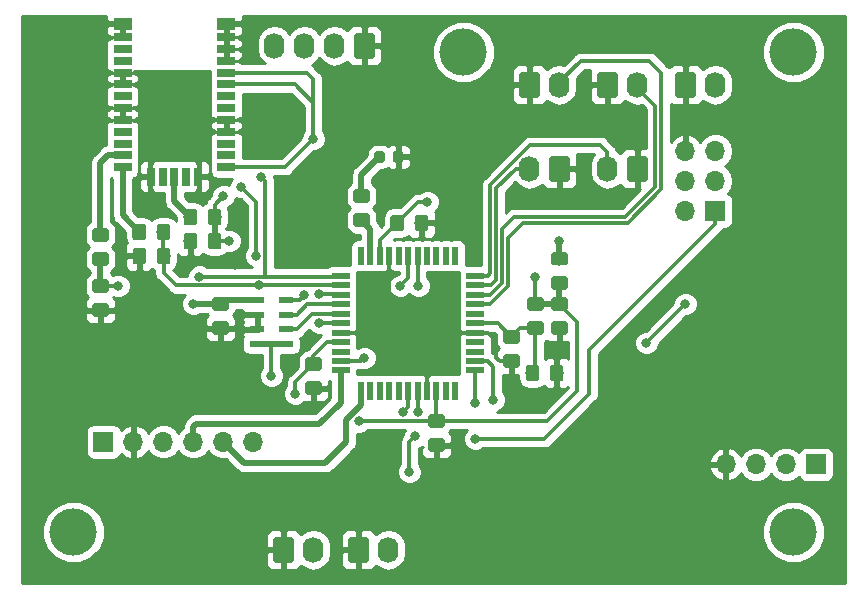
<source format=gtl>
%TF.GenerationSoftware,KiCad,Pcbnew,5.0.1*%
%TF.CreationDate,2019-02-04T17:12:45-06:00*%
%TF.ProjectId,RDP-Environmental,5244502D456E7669726F6E6D656E7461,01*%
%TF.SameCoordinates,Original*%
%TF.FileFunction,Copper,L1,Top,Signal*%
%TF.FilePolarity,Positive*%
%FSLAX46Y46*%
G04 Gerber Fmt 4.6, Leading zero omitted, Abs format (unit mm)*
G04 Created by KiCad (PCBNEW 5.0.1) date Mon 04 Feb 2019 05:12:45 PM CST*
%MOMM*%
%LPD*%
G01*
G04 APERTURE LIST*
%ADD10C,0.100000*%
%ADD11C,1.150000*%
%ADD12C,0.875000*%
%ADD13R,1.700000X1.700000*%
%ADD14O,1.700000X1.700000*%
%ADD15O,1.740000X2.200000*%
%ADD16C,1.740000*%
%ADD17R,1.310000X0.530000*%
%ADD18R,0.550000X1.500000*%
%ADD19R,1.500000X0.550000*%
%ADD20R,1.500000X0.700000*%
%ADD21R,1.500000X1.000000*%
%ADD22R,0.700000X1.500000*%
%ADD23C,4.000000*%
%ADD24C,0.800000*%
%ADD25C,0.300000*%
%ADD26C,0.500000*%
%ADD27C,0.254000*%
G04 APERTURE END LIST*
D10*
G36*
X65498505Y-48956204D02*
X65522773Y-48959804D01*
X65546572Y-48965765D01*
X65569671Y-48974030D01*
X65591850Y-48984520D01*
X65612893Y-48997132D01*
X65632599Y-49011747D01*
X65650777Y-49028223D01*
X65667253Y-49046401D01*
X65681868Y-49066107D01*
X65694480Y-49087150D01*
X65704970Y-49109329D01*
X65713235Y-49132428D01*
X65719196Y-49156227D01*
X65722796Y-49180495D01*
X65724000Y-49204999D01*
X65724000Y-49855001D01*
X65722796Y-49879505D01*
X65719196Y-49903773D01*
X65713235Y-49927572D01*
X65704970Y-49950671D01*
X65694480Y-49972850D01*
X65681868Y-49993893D01*
X65667253Y-50013599D01*
X65650777Y-50031777D01*
X65632599Y-50048253D01*
X65612893Y-50062868D01*
X65591850Y-50075480D01*
X65569671Y-50085970D01*
X65546572Y-50094235D01*
X65522773Y-50100196D01*
X65498505Y-50103796D01*
X65474001Y-50105000D01*
X64573999Y-50105000D01*
X64549495Y-50103796D01*
X64525227Y-50100196D01*
X64501428Y-50094235D01*
X64478329Y-50085970D01*
X64456150Y-50075480D01*
X64435107Y-50062868D01*
X64415401Y-50048253D01*
X64397223Y-50031777D01*
X64380747Y-50013599D01*
X64366132Y-49993893D01*
X64353520Y-49972850D01*
X64343030Y-49950671D01*
X64334765Y-49927572D01*
X64328804Y-49903773D01*
X64325204Y-49879505D01*
X64324000Y-49855001D01*
X64324000Y-49204999D01*
X64325204Y-49180495D01*
X64328804Y-49156227D01*
X64334765Y-49132428D01*
X64343030Y-49109329D01*
X64353520Y-49087150D01*
X64366132Y-49066107D01*
X64380747Y-49046401D01*
X64397223Y-49028223D01*
X64415401Y-49011747D01*
X64435107Y-48997132D01*
X64456150Y-48984520D01*
X64478329Y-48974030D01*
X64501428Y-48965765D01*
X64525227Y-48959804D01*
X64549495Y-48956204D01*
X64573999Y-48955000D01*
X65474001Y-48955000D01*
X65498505Y-48956204D01*
X65498505Y-48956204D01*
G37*
D11*
X65024000Y-49530000D03*
D10*
G36*
X65498505Y-51006204D02*
X65522773Y-51009804D01*
X65546572Y-51015765D01*
X65569671Y-51024030D01*
X65591850Y-51034520D01*
X65612893Y-51047132D01*
X65632599Y-51061747D01*
X65650777Y-51078223D01*
X65667253Y-51096401D01*
X65681868Y-51116107D01*
X65694480Y-51137150D01*
X65704970Y-51159329D01*
X65713235Y-51182428D01*
X65719196Y-51206227D01*
X65722796Y-51230495D01*
X65724000Y-51254999D01*
X65724000Y-51905001D01*
X65722796Y-51929505D01*
X65719196Y-51953773D01*
X65713235Y-51977572D01*
X65704970Y-52000671D01*
X65694480Y-52022850D01*
X65681868Y-52043893D01*
X65667253Y-52063599D01*
X65650777Y-52081777D01*
X65632599Y-52098253D01*
X65612893Y-52112868D01*
X65591850Y-52125480D01*
X65569671Y-52135970D01*
X65546572Y-52144235D01*
X65522773Y-52150196D01*
X65498505Y-52153796D01*
X65474001Y-52155000D01*
X64573999Y-52155000D01*
X64549495Y-52153796D01*
X64525227Y-52150196D01*
X64501428Y-52144235D01*
X64478329Y-52135970D01*
X64456150Y-52125480D01*
X64435107Y-52112868D01*
X64415401Y-52098253D01*
X64397223Y-52081777D01*
X64380747Y-52063599D01*
X64366132Y-52043893D01*
X64353520Y-52022850D01*
X64343030Y-52000671D01*
X64334765Y-51977572D01*
X64328804Y-51953773D01*
X64325204Y-51929505D01*
X64324000Y-51905001D01*
X64324000Y-51254999D01*
X64325204Y-51230495D01*
X64328804Y-51206227D01*
X64334765Y-51182428D01*
X64343030Y-51159329D01*
X64353520Y-51137150D01*
X64366132Y-51116107D01*
X64380747Y-51096401D01*
X64397223Y-51078223D01*
X64415401Y-51061747D01*
X64435107Y-51047132D01*
X64456150Y-51034520D01*
X64478329Y-51024030D01*
X64501428Y-51015765D01*
X64525227Y-51009804D01*
X64549495Y-51006204D01*
X64573999Y-51005000D01*
X65474001Y-51005000D01*
X65498505Y-51006204D01*
X65498505Y-51006204D01*
G37*
D11*
X65024000Y-51580000D03*
D10*
G36*
X57753505Y-39179204D02*
X57777773Y-39182804D01*
X57801572Y-39188765D01*
X57824671Y-39197030D01*
X57846850Y-39207520D01*
X57867893Y-39220132D01*
X57887599Y-39234747D01*
X57905777Y-39251223D01*
X57922253Y-39269401D01*
X57936868Y-39289107D01*
X57949480Y-39310150D01*
X57959970Y-39332329D01*
X57968235Y-39355428D01*
X57974196Y-39379227D01*
X57977796Y-39403495D01*
X57979000Y-39427999D01*
X57979000Y-40328001D01*
X57977796Y-40352505D01*
X57974196Y-40376773D01*
X57968235Y-40400572D01*
X57959970Y-40423671D01*
X57949480Y-40445850D01*
X57936868Y-40466893D01*
X57922253Y-40486599D01*
X57905777Y-40504777D01*
X57887599Y-40521253D01*
X57867893Y-40535868D01*
X57846850Y-40548480D01*
X57824671Y-40558970D01*
X57801572Y-40567235D01*
X57777773Y-40573196D01*
X57753505Y-40576796D01*
X57729001Y-40578000D01*
X57078999Y-40578000D01*
X57054495Y-40576796D01*
X57030227Y-40573196D01*
X57006428Y-40567235D01*
X56983329Y-40558970D01*
X56961150Y-40548480D01*
X56940107Y-40535868D01*
X56920401Y-40521253D01*
X56902223Y-40504777D01*
X56885747Y-40486599D01*
X56871132Y-40466893D01*
X56858520Y-40445850D01*
X56848030Y-40423671D01*
X56839765Y-40400572D01*
X56833804Y-40376773D01*
X56830204Y-40352505D01*
X56829000Y-40328001D01*
X56829000Y-39427999D01*
X56830204Y-39403495D01*
X56833804Y-39379227D01*
X56839765Y-39355428D01*
X56848030Y-39332329D01*
X56858520Y-39310150D01*
X56871132Y-39289107D01*
X56885747Y-39269401D01*
X56902223Y-39251223D01*
X56920401Y-39234747D01*
X56940107Y-39220132D01*
X56961150Y-39207520D01*
X56983329Y-39197030D01*
X57006428Y-39188765D01*
X57030227Y-39182804D01*
X57054495Y-39179204D01*
X57078999Y-39178000D01*
X57729001Y-39178000D01*
X57753505Y-39179204D01*
X57753505Y-39179204D01*
G37*
D11*
X57404000Y-39878000D03*
D10*
G36*
X55703505Y-39179204D02*
X55727773Y-39182804D01*
X55751572Y-39188765D01*
X55774671Y-39197030D01*
X55796850Y-39207520D01*
X55817893Y-39220132D01*
X55837599Y-39234747D01*
X55855777Y-39251223D01*
X55872253Y-39269401D01*
X55886868Y-39289107D01*
X55899480Y-39310150D01*
X55909970Y-39332329D01*
X55918235Y-39355428D01*
X55924196Y-39379227D01*
X55927796Y-39403495D01*
X55929000Y-39427999D01*
X55929000Y-40328001D01*
X55927796Y-40352505D01*
X55924196Y-40376773D01*
X55918235Y-40400572D01*
X55909970Y-40423671D01*
X55899480Y-40445850D01*
X55886868Y-40466893D01*
X55872253Y-40486599D01*
X55855777Y-40504777D01*
X55837599Y-40521253D01*
X55817893Y-40535868D01*
X55796850Y-40548480D01*
X55774671Y-40558970D01*
X55751572Y-40567235D01*
X55727773Y-40573196D01*
X55703505Y-40576796D01*
X55679001Y-40578000D01*
X55028999Y-40578000D01*
X55004495Y-40576796D01*
X54980227Y-40573196D01*
X54956428Y-40567235D01*
X54933329Y-40558970D01*
X54911150Y-40548480D01*
X54890107Y-40535868D01*
X54870401Y-40521253D01*
X54852223Y-40504777D01*
X54835747Y-40486599D01*
X54821132Y-40466893D01*
X54808520Y-40445850D01*
X54798030Y-40423671D01*
X54789765Y-40400572D01*
X54783804Y-40376773D01*
X54780204Y-40352505D01*
X54779000Y-40328001D01*
X54779000Y-39427999D01*
X54780204Y-39403495D01*
X54783804Y-39379227D01*
X54789765Y-39355428D01*
X54798030Y-39332329D01*
X54808520Y-39310150D01*
X54821132Y-39289107D01*
X54835747Y-39269401D01*
X54852223Y-39251223D01*
X54870401Y-39234747D01*
X54890107Y-39220132D01*
X54911150Y-39207520D01*
X54933329Y-39197030D01*
X54956428Y-39188765D01*
X54980227Y-39182804D01*
X55004495Y-39179204D01*
X55028999Y-39178000D01*
X55679001Y-39178000D01*
X55703505Y-39179204D01*
X55703505Y-39179204D01*
G37*
D11*
X55354000Y-39878000D03*
D10*
G36*
X48734505Y-51242204D02*
X48758773Y-51245804D01*
X48782572Y-51251765D01*
X48805671Y-51260030D01*
X48827850Y-51270520D01*
X48848893Y-51283132D01*
X48868599Y-51297747D01*
X48886777Y-51314223D01*
X48903253Y-51332401D01*
X48917868Y-51352107D01*
X48930480Y-51373150D01*
X48940970Y-51395329D01*
X48949235Y-51418428D01*
X48955196Y-51442227D01*
X48958796Y-51466495D01*
X48960000Y-51490999D01*
X48960000Y-52141001D01*
X48958796Y-52165505D01*
X48955196Y-52189773D01*
X48949235Y-52213572D01*
X48940970Y-52236671D01*
X48930480Y-52258850D01*
X48917868Y-52279893D01*
X48903253Y-52299599D01*
X48886777Y-52317777D01*
X48868599Y-52334253D01*
X48848893Y-52348868D01*
X48827850Y-52361480D01*
X48805671Y-52371970D01*
X48782572Y-52380235D01*
X48758773Y-52386196D01*
X48734505Y-52389796D01*
X48710001Y-52391000D01*
X47809999Y-52391000D01*
X47785495Y-52389796D01*
X47761227Y-52386196D01*
X47737428Y-52380235D01*
X47714329Y-52371970D01*
X47692150Y-52361480D01*
X47671107Y-52348868D01*
X47651401Y-52334253D01*
X47633223Y-52317777D01*
X47616747Y-52299599D01*
X47602132Y-52279893D01*
X47589520Y-52258850D01*
X47579030Y-52236671D01*
X47570765Y-52213572D01*
X47564804Y-52189773D01*
X47561204Y-52165505D01*
X47560000Y-52141001D01*
X47560000Y-51490999D01*
X47561204Y-51466495D01*
X47564804Y-51442227D01*
X47570765Y-51418428D01*
X47579030Y-51395329D01*
X47589520Y-51373150D01*
X47602132Y-51352107D01*
X47616747Y-51332401D01*
X47633223Y-51314223D01*
X47651401Y-51297747D01*
X47671107Y-51283132D01*
X47692150Y-51270520D01*
X47714329Y-51260030D01*
X47737428Y-51251765D01*
X47761227Y-51245804D01*
X47785495Y-51242204D01*
X47809999Y-51241000D01*
X48710001Y-51241000D01*
X48734505Y-51242204D01*
X48734505Y-51242204D01*
G37*
D11*
X48260000Y-51816000D03*
D10*
G36*
X48734505Y-53292204D02*
X48758773Y-53295804D01*
X48782572Y-53301765D01*
X48805671Y-53310030D01*
X48827850Y-53320520D01*
X48848893Y-53333132D01*
X48868599Y-53347747D01*
X48886777Y-53364223D01*
X48903253Y-53382401D01*
X48917868Y-53402107D01*
X48930480Y-53423150D01*
X48940970Y-53445329D01*
X48949235Y-53468428D01*
X48955196Y-53492227D01*
X48958796Y-53516495D01*
X48960000Y-53540999D01*
X48960000Y-54191001D01*
X48958796Y-54215505D01*
X48955196Y-54239773D01*
X48949235Y-54263572D01*
X48940970Y-54286671D01*
X48930480Y-54308850D01*
X48917868Y-54329893D01*
X48903253Y-54349599D01*
X48886777Y-54367777D01*
X48868599Y-54384253D01*
X48848893Y-54398868D01*
X48827850Y-54411480D01*
X48805671Y-54421970D01*
X48782572Y-54430235D01*
X48758773Y-54436196D01*
X48734505Y-54439796D01*
X48710001Y-54441000D01*
X47809999Y-54441000D01*
X47785495Y-54439796D01*
X47761227Y-54436196D01*
X47737428Y-54430235D01*
X47714329Y-54421970D01*
X47692150Y-54411480D01*
X47671107Y-54398868D01*
X47651401Y-54384253D01*
X47633223Y-54367777D01*
X47616747Y-54349599D01*
X47602132Y-54329893D01*
X47589520Y-54308850D01*
X47579030Y-54286671D01*
X47570765Y-54263572D01*
X47564804Y-54239773D01*
X47561204Y-54215505D01*
X47560000Y-54191001D01*
X47560000Y-53540999D01*
X47561204Y-53516495D01*
X47564804Y-53492227D01*
X47570765Y-53468428D01*
X47579030Y-53445329D01*
X47589520Y-53423150D01*
X47602132Y-53402107D01*
X47616747Y-53382401D01*
X47633223Y-53364223D01*
X47651401Y-53347747D01*
X47671107Y-53333132D01*
X47692150Y-53320520D01*
X47714329Y-53310030D01*
X47737428Y-53301765D01*
X47761227Y-53295804D01*
X47785495Y-53292204D01*
X47809999Y-53291000D01*
X48710001Y-53291000D01*
X48734505Y-53292204D01*
X48734505Y-53292204D01*
G37*
D11*
X48260000Y-53866000D03*
D10*
G36*
X69562505Y-48212204D02*
X69586773Y-48215804D01*
X69610572Y-48221765D01*
X69633671Y-48230030D01*
X69655850Y-48240520D01*
X69676893Y-48253132D01*
X69696599Y-48267747D01*
X69714777Y-48284223D01*
X69731253Y-48302401D01*
X69745868Y-48322107D01*
X69758480Y-48343150D01*
X69768970Y-48365329D01*
X69777235Y-48388428D01*
X69783196Y-48412227D01*
X69786796Y-48436495D01*
X69788000Y-48460999D01*
X69788000Y-49111001D01*
X69786796Y-49135505D01*
X69783196Y-49159773D01*
X69777235Y-49183572D01*
X69768970Y-49206671D01*
X69758480Y-49228850D01*
X69745868Y-49249893D01*
X69731253Y-49269599D01*
X69714777Y-49287777D01*
X69696599Y-49304253D01*
X69676893Y-49318868D01*
X69655850Y-49331480D01*
X69633671Y-49341970D01*
X69610572Y-49350235D01*
X69586773Y-49356196D01*
X69562505Y-49359796D01*
X69538001Y-49361000D01*
X68637999Y-49361000D01*
X68613495Y-49359796D01*
X68589227Y-49356196D01*
X68565428Y-49350235D01*
X68542329Y-49341970D01*
X68520150Y-49331480D01*
X68499107Y-49318868D01*
X68479401Y-49304253D01*
X68461223Y-49287777D01*
X68444747Y-49269599D01*
X68430132Y-49249893D01*
X68417520Y-49228850D01*
X68407030Y-49206671D01*
X68398765Y-49183572D01*
X68392804Y-49159773D01*
X68389204Y-49135505D01*
X68388000Y-49111001D01*
X68388000Y-48460999D01*
X68389204Y-48436495D01*
X68392804Y-48412227D01*
X68398765Y-48388428D01*
X68407030Y-48365329D01*
X68417520Y-48343150D01*
X68430132Y-48322107D01*
X68444747Y-48302401D01*
X68461223Y-48284223D01*
X68479401Y-48267747D01*
X68499107Y-48253132D01*
X68520150Y-48240520D01*
X68542329Y-48230030D01*
X68565428Y-48221765D01*
X68589227Y-48215804D01*
X68613495Y-48212204D01*
X68637999Y-48211000D01*
X69538001Y-48211000D01*
X69562505Y-48212204D01*
X69562505Y-48212204D01*
G37*
D11*
X69088000Y-48786000D03*
D10*
G36*
X69562505Y-46162204D02*
X69586773Y-46165804D01*
X69610572Y-46171765D01*
X69633671Y-46180030D01*
X69655850Y-46190520D01*
X69676893Y-46203132D01*
X69696599Y-46217747D01*
X69714777Y-46234223D01*
X69731253Y-46252401D01*
X69745868Y-46272107D01*
X69758480Y-46293150D01*
X69768970Y-46315329D01*
X69777235Y-46338428D01*
X69783196Y-46362227D01*
X69786796Y-46386495D01*
X69788000Y-46410999D01*
X69788000Y-47061001D01*
X69786796Y-47085505D01*
X69783196Y-47109773D01*
X69777235Y-47133572D01*
X69768970Y-47156671D01*
X69758480Y-47178850D01*
X69745868Y-47199893D01*
X69731253Y-47219599D01*
X69714777Y-47237777D01*
X69696599Y-47254253D01*
X69676893Y-47268868D01*
X69655850Y-47281480D01*
X69633671Y-47291970D01*
X69610572Y-47300235D01*
X69586773Y-47306196D01*
X69562505Y-47309796D01*
X69538001Y-47311000D01*
X68637999Y-47311000D01*
X68613495Y-47309796D01*
X68589227Y-47306196D01*
X68565428Y-47300235D01*
X68542329Y-47291970D01*
X68520150Y-47281480D01*
X68499107Y-47268868D01*
X68479401Y-47254253D01*
X68461223Y-47237777D01*
X68444747Y-47219599D01*
X68430132Y-47199893D01*
X68417520Y-47178850D01*
X68407030Y-47156671D01*
X68398765Y-47133572D01*
X68392804Y-47109773D01*
X68389204Y-47085505D01*
X68388000Y-47061001D01*
X68388000Y-46410999D01*
X68389204Y-46386495D01*
X68392804Y-46362227D01*
X68398765Y-46338428D01*
X68407030Y-46315329D01*
X68417520Y-46293150D01*
X68430132Y-46272107D01*
X68444747Y-46252401D01*
X68461223Y-46234223D01*
X68479401Y-46217747D01*
X68499107Y-46203132D01*
X68520150Y-46190520D01*
X68542329Y-46180030D01*
X68565428Y-46171765D01*
X68589227Y-46165804D01*
X68613495Y-46162204D01*
X68637999Y-46161000D01*
X69538001Y-46161000D01*
X69562505Y-46162204D01*
X69562505Y-46162204D01*
G37*
D11*
X69088000Y-46736000D03*
D10*
G36*
X59148505Y-56068204D02*
X59172773Y-56071804D01*
X59196572Y-56077765D01*
X59219671Y-56086030D01*
X59241850Y-56096520D01*
X59262893Y-56109132D01*
X59282599Y-56123747D01*
X59300777Y-56140223D01*
X59317253Y-56158401D01*
X59331868Y-56178107D01*
X59344480Y-56199150D01*
X59354970Y-56221329D01*
X59363235Y-56244428D01*
X59369196Y-56268227D01*
X59372796Y-56292495D01*
X59374000Y-56316999D01*
X59374000Y-56967001D01*
X59372796Y-56991505D01*
X59369196Y-57015773D01*
X59363235Y-57039572D01*
X59354970Y-57062671D01*
X59344480Y-57084850D01*
X59331868Y-57105893D01*
X59317253Y-57125599D01*
X59300777Y-57143777D01*
X59282599Y-57160253D01*
X59262893Y-57174868D01*
X59241850Y-57187480D01*
X59219671Y-57197970D01*
X59196572Y-57206235D01*
X59172773Y-57212196D01*
X59148505Y-57215796D01*
X59124001Y-57217000D01*
X58223999Y-57217000D01*
X58199495Y-57215796D01*
X58175227Y-57212196D01*
X58151428Y-57206235D01*
X58128329Y-57197970D01*
X58106150Y-57187480D01*
X58085107Y-57174868D01*
X58065401Y-57160253D01*
X58047223Y-57143777D01*
X58030747Y-57125599D01*
X58016132Y-57105893D01*
X58003520Y-57084850D01*
X57993030Y-57062671D01*
X57984765Y-57039572D01*
X57978804Y-57015773D01*
X57975204Y-56991505D01*
X57974000Y-56967001D01*
X57974000Y-56316999D01*
X57975204Y-56292495D01*
X57978804Y-56268227D01*
X57984765Y-56244428D01*
X57993030Y-56221329D01*
X58003520Y-56199150D01*
X58016132Y-56178107D01*
X58030747Y-56158401D01*
X58047223Y-56140223D01*
X58065401Y-56123747D01*
X58085107Y-56109132D01*
X58106150Y-56096520D01*
X58128329Y-56086030D01*
X58151428Y-56077765D01*
X58175227Y-56071804D01*
X58199495Y-56068204D01*
X58223999Y-56067000D01*
X59124001Y-56067000D01*
X59148505Y-56068204D01*
X59148505Y-56068204D01*
G37*
D11*
X58674000Y-56642000D03*
D10*
G36*
X59148505Y-58118204D02*
X59172773Y-58121804D01*
X59196572Y-58127765D01*
X59219671Y-58136030D01*
X59241850Y-58146520D01*
X59262893Y-58159132D01*
X59282599Y-58173747D01*
X59300777Y-58190223D01*
X59317253Y-58208401D01*
X59331868Y-58228107D01*
X59344480Y-58249150D01*
X59354970Y-58271329D01*
X59363235Y-58294428D01*
X59369196Y-58318227D01*
X59372796Y-58342495D01*
X59374000Y-58366999D01*
X59374000Y-59017001D01*
X59372796Y-59041505D01*
X59369196Y-59065773D01*
X59363235Y-59089572D01*
X59354970Y-59112671D01*
X59344480Y-59134850D01*
X59331868Y-59155893D01*
X59317253Y-59175599D01*
X59300777Y-59193777D01*
X59282599Y-59210253D01*
X59262893Y-59224868D01*
X59241850Y-59237480D01*
X59219671Y-59247970D01*
X59196572Y-59256235D01*
X59172773Y-59262196D01*
X59148505Y-59265796D01*
X59124001Y-59267000D01*
X58223999Y-59267000D01*
X58199495Y-59265796D01*
X58175227Y-59262196D01*
X58151428Y-59256235D01*
X58128329Y-59247970D01*
X58106150Y-59237480D01*
X58085107Y-59224868D01*
X58065401Y-59210253D01*
X58047223Y-59193777D01*
X58030747Y-59175599D01*
X58016132Y-59155893D01*
X58003520Y-59134850D01*
X57993030Y-59112671D01*
X57984765Y-59089572D01*
X57978804Y-59065773D01*
X57975204Y-59041505D01*
X57974000Y-59017001D01*
X57974000Y-58366999D01*
X57975204Y-58342495D01*
X57978804Y-58318227D01*
X57984765Y-58294428D01*
X57993030Y-58271329D01*
X58003520Y-58249150D01*
X58016132Y-58228107D01*
X58030747Y-58208401D01*
X58047223Y-58190223D01*
X58065401Y-58173747D01*
X58085107Y-58159132D01*
X58106150Y-58146520D01*
X58128329Y-58136030D01*
X58151428Y-58127765D01*
X58175227Y-58121804D01*
X58199495Y-58118204D01*
X58223999Y-58117000D01*
X59124001Y-58117000D01*
X59148505Y-58118204D01*
X59148505Y-58118204D01*
G37*
D11*
X58674000Y-58692000D03*
D10*
G36*
X67151505Y-51879204D02*
X67175773Y-51882804D01*
X67199572Y-51888765D01*
X67222671Y-51897030D01*
X67244850Y-51907520D01*
X67265893Y-51920132D01*
X67285599Y-51934747D01*
X67303777Y-51951223D01*
X67320253Y-51969401D01*
X67334868Y-51989107D01*
X67347480Y-52010150D01*
X67357970Y-52032329D01*
X67366235Y-52055428D01*
X67372196Y-52079227D01*
X67375796Y-52103495D01*
X67377000Y-52127999D01*
X67377000Y-53028001D01*
X67375796Y-53052505D01*
X67372196Y-53076773D01*
X67366235Y-53100572D01*
X67357970Y-53123671D01*
X67347480Y-53145850D01*
X67334868Y-53166893D01*
X67320253Y-53186599D01*
X67303777Y-53204777D01*
X67285599Y-53221253D01*
X67265893Y-53235868D01*
X67244850Y-53248480D01*
X67222671Y-53258970D01*
X67199572Y-53267235D01*
X67175773Y-53273196D01*
X67151505Y-53276796D01*
X67127001Y-53278000D01*
X66476999Y-53278000D01*
X66452495Y-53276796D01*
X66428227Y-53273196D01*
X66404428Y-53267235D01*
X66381329Y-53258970D01*
X66359150Y-53248480D01*
X66338107Y-53235868D01*
X66318401Y-53221253D01*
X66300223Y-53204777D01*
X66283747Y-53186599D01*
X66269132Y-53166893D01*
X66256520Y-53145850D01*
X66246030Y-53123671D01*
X66237765Y-53100572D01*
X66231804Y-53076773D01*
X66228204Y-53052505D01*
X66227000Y-53028001D01*
X66227000Y-52127999D01*
X66228204Y-52103495D01*
X66231804Y-52079227D01*
X66237765Y-52055428D01*
X66246030Y-52032329D01*
X66256520Y-52010150D01*
X66269132Y-51989107D01*
X66283747Y-51969401D01*
X66300223Y-51951223D01*
X66318401Y-51934747D01*
X66338107Y-51920132D01*
X66359150Y-51907520D01*
X66381329Y-51897030D01*
X66404428Y-51888765D01*
X66428227Y-51882804D01*
X66452495Y-51879204D01*
X66476999Y-51878000D01*
X67127001Y-51878000D01*
X67151505Y-51879204D01*
X67151505Y-51879204D01*
G37*
D11*
X66802000Y-52578000D03*
D10*
G36*
X69201505Y-51879204D02*
X69225773Y-51882804D01*
X69249572Y-51888765D01*
X69272671Y-51897030D01*
X69294850Y-51907520D01*
X69315893Y-51920132D01*
X69335599Y-51934747D01*
X69353777Y-51951223D01*
X69370253Y-51969401D01*
X69384868Y-51989107D01*
X69397480Y-52010150D01*
X69407970Y-52032329D01*
X69416235Y-52055428D01*
X69422196Y-52079227D01*
X69425796Y-52103495D01*
X69427000Y-52127999D01*
X69427000Y-53028001D01*
X69425796Y-53052505D01*
X69422196Y-53076773D01*
X69416235Y-53100572D01*
X69407970Y-53123671D01*
X69397480Y-53145850D01*
X69384868Y-53166893D01*
X69370253Y-53186599D01*
X69353777Y-53204777D01*
X69335599Y-53221253D01*
X69315893Y-53235868D01*
X69294850Y-53248480D01*
X69272671Y-53258970D01*
X69249572Y-53267235D01*
X69225773Y-53273196D01*
X69201505Y-53276796D01*
X69177001Y-53278000D01*
X68526999Y-53278000D01*
X68502495Y-53276796D01*
X68478227Y-53273196D01*
X68454428Y-53267235D01*
X68431329Y-53258970D01*
X68409150Y-53248480D01*
X68388107Y-53235868D01*
X68368401Y-53221253D01*
X68350223Y-53204777D01*
X68333747Y-53186599D01*
X68319132Y-53166893D01*
X68306520Y-53145850D01*
X68296030Y-53123671D01*
X68287765Y-53100572D01*
X68281804Y-53076773D01*
X68278204Y-53052505D01*
X68277000Y-53028001D01*
X68277000Y-52127999D01*
X68278204Y-52103495D01*
X68281804Y-52079227D01*
X68287765Y-52055428D01*
X68296030Y-52032329D01*
X68306520Y-52010150D01*
X68319132Y-51989107D01*
X68333747Y-51969401D01*
X68350223Y-51951223D01*
X68368401Y-51934747D01*
X68388107Y-51920132D01*
X68409150Y-51907520D01*
X68431329Y-51897030D01*
X68454428Y-51888765D01*
X68478227Y-51882804D01*
X68502495Y-51879204D01*
X68526999Y-51878000D01*
X69177001Y-51878000D01*
X69201505Y-51879204D01*
X69201505Y-51879204D01*
G37*
D11*
X68852000Y-52578000D03*
D10*
G36*
X40860505Y-48212204D02*
X40884773Y-48215804D01*
X40908572Y-48221765D01*
X40931671Y-48230030D01*
X40953850Y-48240520D01*
X40974893Y-48253132D01*
X40994599Y-48267747D01*
X41012777Y-48284223D01*
X41029253Y-48302401D01*
X41043868Y-48322107D01*
X41056480Y-48343150D01*
X41066970Y-48365329D01*
X41075235Y-48388428D01*
X41081196Y-48412227D01*
X41084796Y-48436495D01*
X41086000Y-48460999D01*
X41086000Y-49111001D01*
X41084796Y-49135505D01*
X41081196Y-49159773D01*
X41075235Y-49183572D01*
X41066970Y-49206671D01*
X41056480Y-49228850D01*
X41043868Y-49249893D01*
X41029253Y-49269599D01*
X41012777Y-49287777D01*
X40994599Y-49304253D01*
X40974893Y-49318868D01*
X40953850Y-49331480D01*
X40931671Y-49341970D01*
X40908572Y-49350235D01*
X40884773Y-49356196D01*
X40860505Y-49359796D01*
X40836001Y-49361000D01*
X39935999Y-49361000D01*
X39911495Y-49359796D01*
X39887227Y-49356196D01*
X39863428Y-49350235D01*
X39840329Y-49341970D01*
X39818150Y-49331480D01*
X39797107Y-49318868D01*
X39777401Y-49304253D01*
X39759223Y-49287777D01*
X39742747Y-49269599D01*
X39728132Y-49249893D01*
X39715520Y-49228850D01*
X39705030Y-49206671D01*
X39696765Y-49183572D01*
X39690804Y-49159773D01*
X39687204Y-49135505D01*
X39686000Y-49111001D01*
X39686000Y-48460999D01*
X39687204Y-48436495D01*
X39690804Y-48412227D01*
X39696765Y-48388428D01*
X39705030Y-48365329D01*
X39715520Y-48343150D01*
X39728132Y-48322107D01*
X39742747Y-48302401D01*
X39759223Y-48284223D01*
X39777401Y-48267747D01*
X39797107Y-48253132D01*
X39818150Y-48240520D01*
X39840329Y-48230030D01*
X39863428Y-48221765D01*
X39887227Y-48215804D01*
X39911495Y-48212204D01*
X39935999Y-48211000D01*
X40836001Y-48211000D01*
X40860505Y-48212204D01*
X40860505Y-48212204D01*
G37*
D11*
X40386000Y-48786000D03*
D10*
G36*
X40860505Y-46162204D02*
X40884773Y-46165804D01*
X40908572Y-46171765D01*
X40931671Y-46180030D01*
X40953850Y-46190520D01*
X40974893Y-46203132D01*
X40994599Y-46217747D01*
X41012777Y-46234223D01*
X41029253Y-46252401D01*
X41043868Y-46272107D01*
X41056480Y-46293150D01*
X41066970Y-46315329D01*
X41075235Y-46338428D01*
X41081196Y-46362227D01*
X41084796Y-46386495D01*
X41086000Y-46410999D01*
X41086000Y-47061001D01*
X41084796Y-47085505D01*
X41081196Y-47109773D01*
X41075235Y-47133572D01*
X41066970Y-47156671D01*
X41056480Y-47178850D01*
X41043868Y-47199893D01*
X41029253Y-47219599D01*
X41012777Y-47237777D01*
X40994599Y-47254253D01*
X40974893Y-47268868D01*
X40953850Y-47281480D01*
X40931671Y-47291970D01*
X40908572Y-47300235D01*
X40884773Y-47306196D01*
X40860505Y-47309796D01*
X40836001Y-47311000D01*
X39935999Y-47311000D01*
X39911495Y-47309796D01*
X39887227Y-47306196D01*
X39863428Y-47300235D01*
X39840329Y-47291970D01*
X39818150Y-47281480D01*
X39797107Y-47268868D01*
X39777401Y-47254253D01*
X39759223Y-47237777D01*
X39742747Y-47219599D01*
X39728132Y-47199893D01*
X39715520Y-47178850D01*
X39705030Y-47156671D01*
X39696765Y-47133572D01*
X39690804Y-47109773D01*
X39687204Y-47085505D01*
X39686000Y-47061001D01*
X39686000Y-46410999D01*
X39687204Y-46386495D01*
X39690804Y-46362227D01*
X39696765Y-46338428D01*
X39705030Y-46315329D01*
X39715520Y-46293150D01*
X39728132Y-46272107D01*
X39742747Y-46252401D01*
X39759223Y-46234223D01*
X39777401Y-46217747D01*
X39797107Y-46203132D01*
X39818150Y-46190520D01*
X39840329Y-46180030D01*
X39863428Y-46171765D01*
X39887227Y-46165804D01*
X39911495Y-46162204D01*
X39935999Y-46161000D01*
X40836001Y-46161000D01*
X40860505Y-46162204D01*
X40860505Y-46162204D01*
G37*
D11*
X40386000Y-46736000D03*
D10*
G36*
X30700505Y-46688204D02*
X30724773Y-46691804D01*
X30748572Y-46697765D01*
X30771671Y-46706030D01*
X30793850Y-46716520D01*
X30814893Y-46729132D01*
X30834599Y-46743747D01*
X30852777Y-46760223D01*
X30869253Y-46778401D01*
X30883868Y-46798107D01*
X30896480Y-46819150D01*
X30906970Y-46841329D01*
X30915235Y-46864428D01*
X30921196Y-46888227D01*
X30924796Y-46912495D01*
X30926000Y-46936999D01*
X30926000Y-47587001D01*
X30924796Y-47611505D01*
X30921196Y-47635773D01*
X30915235Y-47659572D01*
X30906970Y-47682671D01*
X30896480Y-47704850D01*
X30883868Y-47725893D01*
X30869253Y-47745599D01*
X30852777Y-47763777D01*
X30834599Y-47780253D01*
X30814893Y-47794868D01*
X30793850Y-47807480D01*
X30771671Y-47817970D01*
X30748572Y-47826235D01*
X30724773Y-47832196D01*
X30700505Y-47835796D01*
X30676001Y-47837000D01*
X29775999Y-47837000D01*
X29751495Y-47835796D01*
X29727227Y-47832196D01*
X29703428Y-47826235D01*
X29680329Y-47817970D01*
X29658150Y-47807480D01*
X29637107Y-47794868D01*
X29617401Y-47780253D01*
X29599223Y-47763777D01*
X29582747Y-47745599D01*
X29568132Y-47725893D01*
X29555520Y-47704850D01*
X29545030Y-47682671D01*
X29536765Y-47659572D01*
X29530804Y-47635773D01*
X29527204Y-47611505D01*
X29526000Y-47587001D01*
X29526000Y-46936999D01*
X29527204Y-46912495D01*
X29530804Y-46888227D01*
X29536765Y-46864428D01*
X29545030Y-46841329D01*
X29555520Y-46819150D01*
X29568132Y-46798107D01*
X29582747Y-46778401D01*
X29599223Y-46760223D01*
X29617401Y-46743747D01*
X29637107Y-46729132D01*
X29658150Y-46716520D01*
X29680329Y-46706030D01*
X29703428Y-46697765D01*
X29727227Y-46691804D01*
X29751495Y-46688204D01*
X29775999Y-46687000D01*
X30676001Y-46687000D01*
X30700505Y-46688204D01*
X30700505Y-46688204D01*
G37*
D11*
X30226000Y-47262000D03*
D10*
G36*
X30700505Y-44638204D02*
X30724773Y-44641804D01*
X30748572Y-44647765D01*
X30771671Y-44656030D01*
X30793850Y-44666520D01*
X30814893Y-44679132D01*
X30834599Y-44693747D01*
X30852777Y-44710223D01*
X30869253Y-44728401D01*
X30883868Y-44748107D01*
X30896480Y-44769150D01*
X30906970Y-44791329D01*
X30915235Y-44814428D01*
X30921196Y-44838227D01*
X30924796Y-44862495D01*
X30926000Y-44886999D01*
X30926000Y-45537001D01*
X30924796Y-45561505D01*
X30921196Y-45585773D01*
X30915235Y-45609572D01*
X30906970Y-45632671D01*
X30896480Y-45654850D01*
X30883868Y-45675893D01*
X30869253Y-45695599D01*
X30852777Y-45713777D01*
X30834599Y-45730253D01*
X30814893Y-45744868D01*
X30793850Y-45757480D01*
X30771671Y-45767970D01*
X30748572Y-45776235D01*
X30724773Y-45782196D01*
X30700505Y-45785796D01*
X30676001Y-45787000D01*
X29775999Y-45787000D01*
X29751495Y-45785796D01*
X29727227Y-45782196D01*
X29703428Y-45776235D01*
X29680329Y-45767970D01*
X29658150Y-45757480D01*
X29637107Y-45744868D01*
X29617401Y-45730253D01*
X29599223Y-45713777D01*
X29582747Y-45695599D01*
X29568132Y-45675893D01*
X29555520Y-45654850D01*
X29545030Y-45632671D01*
X29536765Y-45609572D01*
X29530804Y-45585773D01*
X29527204Y-45561505D01*
X29526000Y-45537001D01*
X29526000Y-44886999D01*
X29527204Y-44862495D01*
X29530804Y-44838227D01*
X29536765Y-44814428D01*
X29545030Y-44791329D01*
X29555520Y-44769150D01*
X29568132Y-44748107D01*
X29582747Y-44728401D01*
X29599223Y-44710223D01*
X29617401Y-44693747D01*
X29637107Y-44679132D01*
X29658150Y-44666520D01*
X29680329Y-44656030D01*
X29703428Y-44647765D01*
X29727227Y-44641804D01*
X29751495Y-44638204D01*
X29775999Y-44637000D01*
X30676001Y-44637000D01*
X30700505Y-44638204D01*
X30700505Y-44638204D01*
G37*
D11*
X30226000Y-45212000D03*
D10*
G36*
X35918505Y-41973204D02*
X35942773Y-41976804D01*
X35966572Y-41982765D01*
X35989671Y-41991030D01*
X36011850Y-42001520D01*
X36032893Y-42014132D01*
X36052599Y-42028747D01*
X36070777Y-42045223D01*
X36087253Y-42063401D01*
X36101868Y-42083107D01*
X36114480Y-42104150D01*
X36124970Y-42126329D01*
X36133235Y-42149428D01*
X36139196Y-42173227D01*
X36142796Y-42197495D01*
X36144000Y-42221999D01*
X36144000Y-43122001D01*
X36142796Y-43146505D01*
X36139196Y-43170773D01*
X36133235Y-43194572D01*
X36124970Y-43217671D01*
X36114480Y-43239850D01*
X36101868Y-43260893D01*
X36087253Y-43280599D01*
X36070777Y-43298777D01*
X36052599Y-43315253D01*
X36032893Y-43329868D01*
X36011850Y-43342480D01*
X35989671Y-43352970D01*
X35966572Y-43361235D01*
X35942773Y-43367196D01*
X35918505Y-43370796D01*
X35894001Y-43372000D01*
X35243999Y-43372000D01*
X35219495Y-43370796D01*
X35195227Y-43367196D01*
X35171428Y-43361235D01*
X35148329Y-43352970D01*
X35126150Y-43342480D01*
X35105107Y-43329868D01*
X35085401Y-43315253D01*
X35067223Y-43298777D01*
X35050747Y-43280599D01*
X35036132Y-43260893D01*
X35023520Y-43239850D01*
X35013030Y-43217671D01*
X35004765Y-43194572D01*
X34998804Y-43170773D01*
X34995204Y-43146505D01*
X34994000Y-43122001D01*
X34994000Y-42221999D01*
X34995204Y-42197495D01*
X34998804Y-42173227D01*
X35004765Y-42149428D01*
X35013030Y-42126329D01*
X35023520Y-42104150D01*
X35036132Y-42083107D01*
X35050747Y-42063401D01*
X35067223Y-42045223D01*
X35085401Y-42028747D01*
X35105107Y-42014132D01*
X35126150Y-42001520D01*
X35148329Y-41991030D01*
X35171428Y-41982765D01*
X35195227Y-41976804D01*
X35219495Y-41973204D01*
X35243999Y-41972000D01*
X35894001Y-41972000D01*
X35918505Y-41973204D01*
X35918505Y-41973204D01*
G37*
D11*
X35569000Y-42672000D03*
D10*
G36*
X33868505Y-41973204D02*
X33892773Y-41976804D01*
X33916572Y-41982765D01*
X33939671Y-41991030D01*
X33961850Y-42001520D01*
X33982893Y-42014132D01*
X34002599Y-42028747D01*
X34020777Y-42045223D01*
X34037253Y-42063401D01*
X34051868Y-42083107D01*
X34064480Y-42104150D01*
X34074970Y-42126329D01*
X34083235Y-42149428D01*
X34089196Y-42173227D01*
X34092796Y-42197495D01*
X34094000Y-42221999D01*
X34094000Y-43122001D01*
X34092796Y-43146505D01*
X34089196Y-43170773D01*
X34083235Y-43194572D01*
X34074970Y-43217671D01*
X34064480Y-43239850D01*
X34051868Y-43260893D01*
X34037253Y-43280599D01*
X34020777Y-43298777D01*
X34002599Y-43315253D01*
X33982893Y-43329868D01*
X33961850Y-43342480D01*
X33939671Y-43352970D01*
X33916572Y-43361235D01*
X33892773Y-43367196D01*
X33868505Y-43370796D01*
X33844001Y-43372000D01*
X33193999Y-43372000D01*
X33169495Y-43370796D01*
X33145227Y-43367196D01*
X33121428Y-43361235D01*
X33098329Y-43352970D01*
X33076150Y-43342480D01*
X33055107Y-43329868D01*
X33035401Y-43315253D01*
X33017223Y-43298777D01*
X33000747Y-43280599D01*
X32986132Y-43260893D01*
X32973520Y-43239850D01*
X32963030Y-43217671D01*
X32954765Y-43194572D01*
X32948804Y-43170773D01*
X32945204Y-43146505D01*
X32944000Y-43122001D01*
X32944000Y-42221999D01*
X32945204Y-42197495D01*
X32948804Y-42173227D01*
X32954765Y-42149428D01*
X32963030Y-42126329D01*
X32973520Y-42104150D01*
X32986132Y-42083107D01*
X33000747Y-42063401D01*
X33017223Y-42045223D01*
X33035401Y-42028747D01*
X33055107Y-42014132D01*
X33076150Y-42001520D01*
X33098329Y-41991030D01*
X33121428Y-41982765D01*
X33145227Y-41976804D01*
X33169495Y-41973204D01*
X33193999Y-41972000D01*
X33844001Y-41972000D01*
X33868505Y-41973204D01*
X33868505Y-41973204D01*
G37*
D11*
X33519000Y-42672000D03*
D10*
G36*
X38186505Y-40703204D02*
X38210773Y-40706804D01*
X38234572Y-40712765D01*
X38257671Y-40721030D01*
X38279850Y-40731520D01*
X38300893Y-40744132D01*
X38320599Y-40758747D01*
X38338777Y-40775223D01*
X38355253Y-40793401D01*
X38369868Y-40813107D01*
X38382480Y-40834150D01*
X38392970Y-40856329D01*
X38401235Y-40879428D01*
X38407196Y-40903227D01*
X38410796Y-40927495D01*
X38412000Y-40951999D01*
X38412000Y-41852001D01*
X38410796Y-41876505D01*
X38407196Y-41900773D01*
X38401235Y-41924572D01*
X38392970Y-41947671D01*
X38382480Y-41969850D01*
X38369868Y-41990893D01*
X38355253Y-42010599D01*
X38338777Y-42028777D01*
X38320599Y-42045253D01*
X38300893Y-42059868D01*
X38279850Y-42072480D01*
X38257671Y-42082970D01*
X38234572Y-42091235D01*
X38210773Y-42097196D01*
X38186505Y-42100796D01*
X38162001Y-42102000D01*
X37511999Y-42102000D01*
X37487495Y-42100796D01*
X37463227Y-42097196D01*
X37439428Y-42091235D01*
X37416329Y-42082970D01*
X37394150Y-42072480D01*
X37373107Y-42059868D01*
X37353401Y-42045253D01*
X37335223Y-42028777D01*
X37318747Y-42010599D01*
X37304132Y-41990893D01*
X37291520Y-41969850D01*
X37281030Y-41947671D01*
X37272765Y-41924572D01*
X37266804Y-41900773D01*
X37263204Y-41876505D01*
X37262000Y-41852001D01*
X37262000Y-40951999D01*
X37263204Y-40927495D01*
X37266804Y-40903227D01*
X37272765Y-40879428D01*
X37281030Y-40856329D01*
X37291520Y-40834150D01*
X37304132Y-40813107D01*
X37318747Y-40793401D01*
X37335223Y-40775223D01*
X37353401Y-40758747D01*
X37373107Y-40744132D01*
X37394150Y-40731520D01*
X37416329Y-40721030D01*
X37439428Y-40712765D01*
X37463227Y-40706804D01*
X37487495Y-40703204D01*
X37511999Y-40702000D01*
X38162001Y-40702000D01*
X38186505Y-40703204D01*
X38186505Y-40703204D01*
G37*
D11*
X37837000Y-41402000D03*
D10*
G36*
X40236505Y-40703204D02*
X40260773Y-40706804D01*
X40284572Y-40712765D01*
X40307671Y-40721030D01*
X40329850Y-40731520D01*
X40350893Y-40744132D01*
X40370599Y-40758747D01*
X40388777Y-40775223D01*
X40405253Y-40793401D01*
X40419868Y-40813107D01*
X40432480Y-40834150D01*
X40442970Y-40856329D01*
X40451235Y-40879428D01*
X40457196Y-40903227D01*
X40460796Y-40927495D01*
X40462000Y-40951999D01*
X40462000Y-41852001D01*
X40460796Y-41876505D01*
X40457196Y-41900773D01*
X40451235Y-41924572D01*
X40442970Y-41947671D01*
X40432480Y-41969850D01*
X40419868Y-41990893D01*
X40405253Y-42010599D01*
X40388777Y-42028777D01*
X40370599Y-42045253D01*
X40350893Y-42059868D01*
X40329850Y-42072480D01*
X40307671Y-42082970D01*
X40284572Y-42091235D01*
X40260773Y-42097196D01*
X40236505Y-42100796D01*
X40212001Y-42102000D01*
X39561999Y-42102000D01*
X39537495Y-42100796D01*
X39513227Y-42097196D01*
X39489428Y-42091235D01*
X39466329Y-42082970D01*
X39444150Y-42072480D01*
X39423107Y-42059868D01*
X39403401Y-42045253D01*
X39385223Y-42028777D01*
X39368747Y-42010599D01*
X39354132Y-41990893D01*
X39341520Y-41969850D01*
X39331030Y-41947671D01*
X39322765Y-41924572D01*
X39316804Y-41900773D01*
X39313204Y-41876505D01*
X39312000Y-41852001D01*
X39312000Y-40951999D01*
X39313204Y-40927495D01*
X39316804Y-40903227D01*
X39322765Y-40879428D01*
X39331030Y-40856329D01*
X39341520Y-40834150D01*
X39354132Y-40813107D01*
X39368747Y-40793401D01*
X39385223Y-40775223D01*
X39403401Y-40758747D01*
X39423107Y-40744132D01*
X39444150Y-40731520D01*
X39466329Y-40721030D01*
X39489428Y-40712765D01*
X39513227Y-40706804D01*
X39537495Y-40703204D01*
X39561999Y-40702000D01*
X40212001Y-40702000D01*
X40236505Y-40703204D01*
X40236505Y-40703204D01*
G37*
D11*
X39887000Y-41402000D03*
D10*
G36*
X55663191Y-33816053D02*
X55684426Y-33819203D01*
X55705250Y-33824419D01*
X55725462Y-33831651D01*
X55744868Y-33840830D01*
X55763281Y-33851866D01*
X55780524Y-33864654D01*
X55796430Y-33879070D01*
X55810846Y-33894976D01*
X55823634Y-33912219D01*
X55834670Y-33930632D01*
X55843849Y-33950038D01*
X55851081Y-33970250D01*
X55856297Y-33991074D01*
X55859447Y-34012309D01*
X55860500Y-34033750D01*
X55860500Y-34546250D01*
X55859447Y-34567691D01*
X55856297Y-34588926D01*
X55851081Y-34609750D01*
X55843849Y-34629962D01*
X55834670Y-34649368D01*
X55823634Y-34667781D01*
X55810846Y-34685024D01*
X55796430Y-34700930D01*
X55780524Y-34715346D01*
X55763281Y-34728134D01*
X55744868Y-34739170D01*
X55725462Y-34748349D01*
X55705250Y-34755581D01*
X55684426Y-34760797D01*
X55663191Y-34763947D01*
X55641750Y-34765000D01*
X55204250Y-34765000D01*
X55182809Y-34763947D01*
X55161574Y-34760797D01*
X55140750Y-34755581D01*
X55120538Y-34748349D01*
X55101132Y-34739170D01*
X55082719Y-34728134D01*
X55065476Y-34715346D01*
X55049570Y-34700930D01*
X55035154Y-34685024D01*
X55022366Y-34667781D01*
X55011330Y-34649368D01*
X55002151Y-34629962D01*
X54994919Y-34609750D01*
X54989703Y-34588926D01*
X54986553Y-34567691D01*
X54985500Y-34546250D01*
X54985500Y-34033750D01*
X54986553Y-34012309D01*
X54989703Y-33991074D01*
X54994919Y-33970250D01*
X55002151Y-33950038D01*
X55011330Y-33930632D01*
X55022366Y-33912219D01*
X55035154Y-33894976D01*
X55049570Y-33879070D01*
X55065476Y-33864654D01*
X55082719Y-33851866D01*
X55101132Y-33840830D01*
X55120538Y-33831651D01*
X55140750Y-33824419D01*
X55161574Y-33819203D01*
X55182809Y-33816053D01*
X55204250Y-33815000D01*
X55641750Y-33815000D01*
X55663191Y-33816053D01*
X55663191Y-33816053D01*
G37*
D12*
X55423000Y-34290000D03*
D10*
G36*
X54088191Y-33816053D02*
X54109426Y-33819203D01*
X54130250Y-33824419D01*
X54150462Y-33831651D01*
X54169868Y-33840830D01*
X54188281Y-33851866D01*
X54205524Y-33864654D01*
X54221430Y-33879070D01*
X54235846Y-33894976D01*
X54248634Y-33912219D01*
X54259670Y-33930632D01*
X54268849Y-33950038D01*
X54276081Y-33970250D01*
X54281297Y-33991074D01*
X54284447Y-34012309D01*
X54285500Y-34033750D01*
X54285500Y-34546250D01*
X54284447Y-34567691D01*
X54281297Y-34588926D01*
X54276081Y-34609750D01*
X54268849Y-34629962D01*
X54259670Y-34649368D01*
X54248634Y-34667781D01*
X54235846Y-34685024D01*
X54221430Y-34700930D01*
X54205524Y-34715346D01*
X54188281Y-34728134D01*
X54169868Y-34739170D01*
X54150462Y-34748349D01*
X54130250Y-34755581D01*
X54109426Y-34760797D01*
X54088191Y-34763947D01*
X54066750Y-34765000D01*
X53629250Y-34765000D01*
X53607809Y-34763947D01*
X53586574Y-34760797D01*
X53565750Y-34755581D01*
X53545538Y-34748349D01*
X53526132Y-34739170D01*
X53507719Y-34728134D01*
X53490476Y-34715346D01*
X53474570Y-34700930D01*
X53460154Y-34685024D01*
X53447366Y-34667781D01*
X53436330Y-34649368D01*
X53427151Y-34629962D01*
X53419919Y-34609750D01*
X53414703Y-34588926D01*
X53411553Y-34567691D01*
X53410500Y-34546250D01*
X53410500Y-34033750D01*
X53411553Y-34012309D01*
X53414703Y-33991074D01*
X53419919Y-33970250D01*
X53427151Y-33950038D01*
X53436330Y-33930632D01*
X53447366Y-33912219D01*
X53460154Y-33894976D01*
X53474570Y-33879070D01*
X53490476Y-33864654D01*
X53507719Y-33851866D01*
X53526132Y-33840830D01*
X53545538Y-33831651D01*
X53565750Y-33824419D01*
X53586574Y-33819203D01*
X53607809Y-33816053D01*
X53629250Y-33815000D01*
X54066750Y-33815000D01*
X54088191Y-33816053D01*
X54088191Y-33816053D01*
G37*
D12*
X53848000Y-34290000D03*
D13*
X30480000Y-58420000D03*
D14*
X33020000Y-58420000D03*
X35560000Y-58420000D03*
X38100000Y-58420000D03*
X40640000Y-58420000D03*
X43180000Y-58420000D03*
D13*
X90805000Y-60325000D03*
D14*
X88265000Y-60325000D03*
X85725000Y-60325000D03*
X83185000Y-60325000D03*
D15*
X69088000Y-28194000D03*
D10*
G36*
X67192505Y-27095204D02*
X67216773Y-27098804D01*
X67240572Y-27104765D01*
X67263671Y-27113030D01*
X67285850Y-27123520D01*
X67306893Y-27136132D01*
X67326599Y-27150747D01*
X67344777Y-27167223D01*
X67361253Y-27185401D01*
X67375868Y-27205107D01*
X67388480Y-27226150D01*
X67398970Y-27248329D01*
X67407235Y-27271428D01*
X67413196Y-27295227D01*
X67416796Y-27319495D01*
X67418000Y-27343999D01*
X67418000Y-29044001D01*
X67416796Y-29068505D01*
X67413196Y-29092773D01*
X67407235Y-29116572D01*
X67398970Y-29139671D01*
X67388480Y-29161850D01*
X67375868Y-29182893D01*
X67361253Y-29202599D01*
X67344777Y-29220777D01*
X67326599Y-29237253D01*
X67306893Y-29251868D01*
X67285850Y-29264480D01*
X67263671Y-29274970D01*
X67240572Y-29283235D01*
X67216773Y-29289196D01*
X67192505Y-29292796D01*
X67168001Y-29294000D01*
X65927999Y-29294000D01*
X65903495Y-29292796D01*
X65879227Y-29289196D01*
X65855428Y-29283235D01*
X65832329Y-29274970D01*
X65810150Y-29264480D01*
X65789107Y-29251868D01*
X65769401Y-29237253D01*
X65751223Y-29220777D01*
X65734747Y-29202599D01*
X65720132Y-29182893D01*
X65707520Y-29161850D01*
X65697030Y-29139671D01*
X65688765Y-29116572D01*
X65682804Y-29092773D01*
X65679204Y-29068505D01*
X65678000Y-29044001D01*
X65678000Y-27343999D01*
X65679204Y-27319495D01*
X65682804Y-27295227D01*
X65688765Y-27271428D01*
X65697030Y-27248329D01*
X65707520Y-27226150D01*
X65720132Y-27205107D01*
X65734747Y-27185401D01*
X65751223Y-27167223D01*
X65769401Y-27150747D01*
X65789107Y-27136132D01*
X65810150Y-27123520D01*
X65832329Y-27113030D01*
X65855428Y-27104765D01*
X65879227Y-27098804D01*
X65903495Y-27095204D01*
X65927999Y-27094000D01*
X67168001Y-27094000D01*
X67192505Y-27095204D01*
X67192505Y-27095204D01*
G37*
D16*
X66548000Y-28194000D03*
D10*
G36*
X73796505Y-27095204D02*
X73820773Y-27098804D01*
X73844572Y-27104765D01*
X73867671Y-27113030D01*
X73889850Y-27123520D01*
X73910893Y-27136132D01*
X73930599Y-27150747D01*
X73948777Y-27167223D01*
X73965253Y-27185401D01*
X73979868Y-27205107D01*
X73992480Y-27226150D01*
X74002970Y-27248329D01*
X74011235Y-27271428D01*
X74017196Y-27295227D01*
X74020796Y-27319495D01*
X74022000Y-27343999D01*
X74022000Y-29044001D01*
X74020796Y-29068505D01*
X74017196Y-29092773D01*
X74011235Y-29116572D01*
X74002970Y-29139671D01*
X73992480Y-29161850D01*
X73979868Y-29182893D01*
X73965253Y-29202599D01*
X73948777Y-29220777D01*
X73930599Y-29237253D01*
X73910893Y-29251868D01*
X73889850Y-29264480D01*
X73867671Y-29274970D01*
X73844572Y-29283235D01*
X73820773Y-29289196D01*
X73796505Y-29292796D01*
X73772001Y-29294000D01*
X72531999Y-29294000D01*
X72507495Y-29292796D01*
X72483227Y-29289196D01*
X72459428Y-29283235D01*
X72436329Y-29274970D01*
X72414150Y-29264480D01*
X72393107Y-29251868D01*
X72373401Y-29237253D01*
X72355223Y-29220777D01*
X72338747Y-29202599D01*
X72324132Y-29182893D01*
X72311520Y-29161850D01*
X72301030Y-29139671D01*
X72292765Y-29116572D01*
X72286804Y-29092773D01*
X72283204Y-29068505D01*
X72282000Y-29044001D01*
X72282000Y-27343999D01*
X72283204Y-27319495D01*
X72286804Y-27295227D01*
X72292765Y-27271428D01*
X72301030Y-27248329D01*
X72311520Y-27226150D01*
X72324132Y-27205107D01*
X72338747Y-27185401D01*
X72355223Y-27167223D01*
X72373401Y-27150747D01*
X72393107Y-27136132D01*
X72414150Y-27123520D01*
X72436329Y-27113030D01*
X72459428Y-27104765D01*
X72483227Y-27098804D01*
X72507495Y-27095204D01*
X72531999Y-27094000D01*
X73772001Y-27094000D01*
X73796505Y-27095204D01*
X73796505Y-27095204D01*
G37*
D16*
X73152000Y-28194000D03*
D15*
X75692000Y-28194000D03*
X66548000Y-35306000D03*
D10*
G36*
X69732505Y-34207204D02*
X69756773Y-34210804D01*
X69780572Y-34216765D01*
X69803671Y-34225030D01*
X69825850Y-34235520D01*
X69846893Y-34248132D01*
X69866599Y-34262747D01*
X69884777Y-34279223D01*
X69901253Y-34297401D01*
X69915868Y-34317107D01*
X69928480Y-34338150D01*
X69938970Y-34360329D01*
X69947235Y-34383428D01*
X69953196Y-34407227D01*
X69956796Y-34431495D01*
X69958000Y-34455999D01*
X69958000Y-36156001D01*
X69956796Y-36180505D01*
X69953196Y-36204773D01*
X69947235Y-36228572D01*
X69938970Y-36251671D01*
X69928480Y-36273850D01*
X69915868Y-36294893D01*
X69901253Y-36314599D01*
X69884777Y-36332777D01*
X69866599Y-36349253D01*
X69846893Y-36363868D01*
X69825850Y-36376480D01*
X69803671Y-36386970D01*
X69780572Y-36395235D01*
X69756773Y-36401196D01*
X69732505Y-36404796D01*
X69708001Y-36406000D01*
X68467999Y-36406000D01*
X68443495Y-36404796D01*
X68419227Y-36401196D01*
X68395428Y-36395235D01*
X68372329Y-36386970D01*
X68350150Y-36376480D01*
X68329107Y-36363868D01*
X68309401Y-36349253D01*
X68291223Y-36332777D01*
X68274747Y-36314599D01*
X68260132Y-36294893D01*
X68247520Y-36273850D01*
X68237030Y-36251671D01*
X68228765Y-36228572D01*
X68222804Y-36204773D01*
X68219204Y-36180505D01*
X68218000Y-36156001D01*
X68218000Y-34455999D01*
X68219204Y-34431495D01*
X68222804Y-34407227D01*
X68228765Y-34383428D01*
X68237030Y-34360329D01*
X68247520Y-34338150D01*
X68260132Y-34317107D01*
X68274747Y-34297401D01*
X68291223Y-34279223D01*
X68309401Y-34262747D01*
X68329107Y-34248132D01*
X68350150Y-34235520D01*
X68372329Y-34225030D01*
X68395428Y-34216765D01*
X68419227Y-34210804D01*
X68443495Y-34207204D01*
X68467999Y-34206000D01*
X69708001Y-34206000D01*
X69732505Y-34207204D01*
X69732505Y-34207204D01*
G37*
D16*
X69088000Y-35306000D03*
D10*
G36*
X76336505Y-34207204D02*
X76360773Y-34210804D01*
X76384572Y-34216765D01*
X76407671Y-34225030D01*
X76429850Y-34235520D01*
X76450893Y-34248132D01*
X76470599Y-34262747D01*
X76488777Y-34279223D01*
X76505253Y-34297401D01*
X76519868Y-34317107D01*
X76532480Y-34338150D01*
X76542970Y-34360329D01*
X76551235Y-34383428D01*
X76557196Y-34407227D01*
X76560796Y-34431495D01*
X76562000Y-34455999D01*
X76562000Y-36156001D01*
X76560796Y-36180505D01*
X76557196Y-36204773D01*
X76551235Y-36228572D01*
X76542970Y-36251671D01*
X76532480Y-36273850D01*
X76519868Y-36294893D01*
X76505253Y-36314599D01*
X76488777Y-36332777D01*
X76470599Y-36349253D01*
X76450893Y-36363868D01*
X76429850Y-36376480D01*
X76407671Y-36386970D01*
X76384572Y-36395235D01*
X76360773Y-36401196D01*
X76336505Y-36404796D01*
X76312001Y-36406000D01*
X75071999Y-36406000D01*
X75047495Y-36404796D01*
X75023227Y-36401196D01*
X74999428Y-36395235D01*
X74976329Y-36386970D01*
X74954150Y-36376480D01*
X74933107Y-36363868D01*
X74913401Y-36349253D01*
X74895223Y-36332777D01*
X74878747Y-36314599D01*
X74864132Y-36294893D01*
X74851520Y-36273850D01*
X74841030Y-36251671D01*
X74832765Y-36228572D01*
X74826804Y-36204773D01*
X74823204Y-36180505D01*
X74822000Y-36156001D01*
X74822000Y-34455999D01*
X74823204Y-34431495D01*
X74826804Y-34407227D01*
X74832765Y-34383428D01*
X74841030Y-34360329D01*
X74851520Y-34338150D01*
X74864132Y-34317107D01*
X74878747Y-34297401D01*
X74895223Y-34279223D01*
X74913401Y-34262747D01*
X74933107Y-34248132D01*
X74954150Y-34235520D01*
X74976329Y-34225030D01*
X74999428Y-34216765D01*
X75023227Y-34210804D01*
X75047495Y-34207204D01*
X75071999Y-34206000D01*
X76312001Y-34206000D01*
X76336505Y-34207204D01*
X76336505Y-34207204D01*
G37*
D16*
X75692000Y-35306000D03*
D15*
X73152000Y-35306000D03*
D10*
G36*
X80400505Y-27095204D02*
X80424773Y-27098804D01*
X80448572Y-27104765D01*
X80471671Y-27113030D01*
X80493850Y-27123520D01*
X80514893Y-27136132D01*
X80534599Y-27150747D01*
X80552777Y-27167223D01*
X80569253Y-27185401D01*
X80583868Y-27205107D01*
X80596480Y-27226150D01*
X80606970Y-27248329D01*
X80615235Y-27271428D01*
X80621196Y-27295227D01*
X80624796Y-27319495D01*
X80626000Y-27343999D01*
X80626000Y-29044001D01*
X80624796Y-29068505D01*
X80621196Y-29092773D01*
X80615235Y-29116572D01*
X80606970Y-29139671D01*
X80596480Y-29161850D01*
X80583868Y-29182893D01*
X80569253Y-29202599D01*
X80552777Y-29220777D01*
X80534599Y-29237253D01*
X80514893Y-29251868D01*
X80493850Y-29264480D01*
X80471671Y-29274970D01*
X80448572Y-29283235D01*
X80424773Y-29289196D01*
X80400505Y-29292796D01*
X80376001Y-29294000D01*
X79135999Y-29294000D01*
X79111495Y-29292796D01*
X79087227Y-29289196D01*
X79063428Y-29283235D01*
X79040329Y-29274970D01*
X79018150Y-29264480D01*
X78997107Y-29251868D01*
X78977401Y-29237253D01*
X78959223Y-29220777D01*
X78942747Y-29202599D01*
X78928132Y-29182893D01*
X78915520Y-29161850D01*
X78905030Y-29139671D01*
X78896765Y-29116572D01*
X78890804Y-29092773D01*
X78887204Y-29068505D01*
X78886000Y-29044001D01*
X78886000Y-27343999D01*
X78887204Y-27319495D01*
X78890804Y-27295227D01*
X78896765Y-27271428D01*
X78905030Y-27248329D01*
X78915520Y-27226150D01*
X78928132Y-27205107D01*
X78942747Y-27185401D01*
X78959223Y-27167223D01*
X78977401Y-27150747D01*
X78997107Y-27136132D01*
X79018150Y-27123520D01*
X79040329Y-27113030D01*
X79063428Y-27104765D01*
X79087227Y-27098804D01*
X79111495Y-27095204D01*
X79135999Y-27094000D01*
X80376001Y-27094000D01*
X80400505Y-27095204D01*
X80400505Y-27095204D01*
G37*
D16*
X79756000Y-28194000D03*
D15*
X82296000Y-28194000D03*
D13*
X82296000Y-38862000D03*
D14*
X79756000Y-38862000D03*
X82296000Y-36322000D03*
X79756000Y-36322000D03*
X82296000Y-33782000D03*
X79756000Y-33782000D03*
D10*
G36*
X69562505Y-44384204D02*
X69586773Y-44387804D01*
X69610572Y-44393765D01*
X69633671Y-44402030D01*
X69655850Y-44412520D01*
X69676893Y-44425132D01*
X69696599Y-44439747D01*
X69714777Y-44456223D01*
X69731253Y-44474401D01*
X69745868Y-44494107D01*
X69758480Y-44515150D01*
X69768970Y-44537329D01*
X69777235Y-44560428D01*
X69783196Y-44584227D01*
X69786796Y-44608495D01*
X69788000Y-44632999D01*
X69788000Y-45283001D01*
X69786796Y-45307505D01*
X69783196Y-45331773D01*
X69777235Y-45355572D01*
X69768970Y-45378671D01*
X69758480Y-45400850D01*
X69745868Y-45421893D01*
X69731253Y-45441599D01*
X69714777Y-45459777D01*
X69696599Y-45476253D01*
X69676893Y-45490868D01*
X69655850Y-45503480D01*
X69633671Y-45513970D01*
X69610572Y-45522235D01*
X69586773Y-45528196D01*
X69562505Y-45531796D01*
X69538001Y-45533000D01*
X68637999Y-45533000D01*
X68613495Y-45531796D01*
X68589227Y-45528196D01*
X68565428Y-45522235D01*
X68542329Y-45513970D01*
X68520150Y-45503480D01*
X68499107Y-45490868D01*
X68479401Y-45476253D01*
X68461223Y-45459777D01*
X68444747Y-45441599D01*
X68430132Y-45421893D01*
X68417520Y-45400850D01*
X68407030Y-45378671D01*
X68398765Y-45355572D01*
X68392804Y-45331773D01*
X68389204Y-45307505D01*
X68388000Y-45283001D01*
X68388000Y-44632999D01*
X68389204Y-44608495D01*
X68392804Y-44584227D01*
X68398765Y-44560428D01*
X68407030Y-44537329D01*
X68417520Y-44515150D01*
X68430132Y-44494107D01*
X68444747Y-44474401D01*
X68461223Y-44456223D01*
X68479401Y-44439747D01*
X68499107Y-44425132D01*
X68520150Y-44412520D01*
X68542329Y-44402030D01*
X68565428Y-44393765D01*
X68589227Y-44387804D01*
X68613495Y-44384204D01*
X68637999Y-44383000D01*
X69538001Y-44383000D01*
X69562505Y-44384204D01*
X69562505Y-44384204D01*
G37*
D11*
X69088000Y-44958000D03*
D10*
G36*
X69562505Y-42334204D02*
X69586773Y-42337804D01*
X69610572Y-42343765D01*
X69633671Y-42352030D01*
X69655850Y-42362520D01*
X69676893Y-42375132D01*
X69696599Y-42389747D01*
X69714777Y-42406223D01*
X69731253Y-42424401D01*
X69745868Y-42444107D01*
X69758480Y-42465150D01*
X69768970Y-42487329D01*
X69777235Y-42510428D01*
X69783196Y-42534227D01*
X69786796Y-42558495D01*
X69788000Y-42582999D01*
X69788000Y-43233001D01*
X69786796Y-43257505D01*
X69783196Y-43281773D01*
X69777235Y-43305572D01*
X69768970Y-43328671D01*
X69758480Y-43350850D01*
X69745868Y-43371893D01*
X69731253Y-43391599D01*
X69714777Y-43409777D01*
X69696599Y-43426253D01*
X69676893Y-43440868D01*
X69655850Y-43453480D01*
X69633671Y-43463970D01*
X69610572Y-43472235D01*
X69586773Y-43478196D01*
X69562505Y-43481796D01*
X69538001Y-43483000D01*
X68637999Y-43483000D01*
X68613495Y-43481796D01*
X68589227Y-43478196D01*
X68565428Y-43472235D01*
X68542329Y-43463970D01*
X68520150Y-43453480D01*
X68499107Y-43440868D01*
X68479401Y-43426253D01*
X68461223Y-43409777D01*
X68444747Y-43391599D01*
X68430132Y-43371893D01*
X68417520Y-43350850D01*
X68407030Y-43328671D01*
X68398765Y-43305572D01*
X68392804Y-43281773D01*
X68389204Y-43257505D01*
X68388000Y-43233001D01*
X68388000Y-42582999D01*
X68389204Y-42558495D01*
X68392804Y-42534227D01*
X68398765Y-42510428D01*
X68407030Y-42487329D01*
X68417520Y-42465150D01*
X68430132Y-42444107D01*
X68444747Y-42424401D01*
X68461223Y-42406223D01*
X68479401Y-42389747D01*
X68499107Y-42375132D01*
X68520150Y-42362520D01*
X68542329Y-42352030D01*
X68565428Y-42343765D01*
X68589227Y-42337804D01*
X68613495Y-42334204D01*
X68637999Y-42333000D01*
X69538001Y-42333000D01*
X69562505Y-42334204D01*
X69562505Y-42334204D01*
G37*
D11*
X69088000Y-42908000D03*
D10*
G36*
X67530505Y-46162204D02*
X67554773Y-46165804D01*
X67578572Y-46171765D01*
X67601671Y-46180030D01*
X67623850Y-46190520D01*
X67644893Y-46203132D01*
X67664599Y-46217747D01*
X67682777Y-46234223D01*
X67699253Y-46252401D01*
X67713868Y-46272107D01*
X67726480Y-46293150D01*
X67736970Y-46315329D01*
X67745235Y-46338428D01*
X67751196Y-46362227D01*
X67754796Y-46386495D01*
X67756000Y-46410999D01*
X67756000Y-47061001D01*
X67754796Y-47085505D01*
X67751196Y-47109773D01*
X67745235Y-47133572D01*
X67736970Y-47156671D01*
X67726480Y-47178850D01*
X67713868Y-47199893D01*
X67699253Y-47219599D01*
X67682777Y-47237777D01*
X67664599Y-47254253D01*
X67644893Y-47268868D01*
X67623850Y-47281480D01*
X67601671Y-47291970D01*
X67578572Y-47300235D01*
X67554773Y-47306196D01*
X67530505Y-47309796D01*
X67506001Y-47311000D01*
X66605999Y-47311000D01*
X66581495Y-47309796D01*
X66557227Y-47306196D01*
X66533428Y-47300235D01*
X66510329Y-47291970D01*
X66488150Y-47281480D01*
X66467107Y-47268868D01*
X66447401Y-47254253D01*
X66429223Y-47237777D01*
X66412747Y-47219599D01*
X66398132Y-47199893D01*
X66385520Y-47178850D01*
X66375030Y-47156671D01*
X66366765Y-47133572D01*
X66360804Y-47109773D01*
X66357204Y-47085505D01*
X66356000Y-47061001D01*
X66356000Y-46410999D01*
X66357204Y-46386495D01*
X66360804Y-46362227D01*
X66366765Y-46338428D01*
X66375030Y-46315329D01*
X66385520Y-46293150D01*
X66398132Y-46272107D01*
X66412747Y-46252401D01*
X66429223Y-46234223D01*
X66447401Y-46217747D01*
X66467107Y-46203132D01*
X66488150Y-46190520D01*
X66510329Y-46180030D01*
X66533428Y-46171765D01*
X66557227Y-46165804D01*
X66581495Y-46162204D01*
X66605999Y-46161000D01*
X67506001Y-46161000D01*
X67530505Y-46162204D01*
X67530505Y-46162204D01*
G37*
D11*
X67056000Y-46736000D03*
D10*
G36*
X67530505Y-48212204D02*
X67554773Y-48215804D01*
X67578572Y-48221765D01*
X67601671Y-48230030D01*
X67623850Y-48240520D01*
X67644893Y-48253132D01*
X67664599Y-48267747D01*
X67682777Y-48284223D01*
X67699253Y-48302401D01*
X67713868Y-48322107D01*
X67726480Y-48343150D01*
X67736970Y-48365329D01*
X67745235Y-48388428D01*
X67751196Y-48412227D01*
X67754796Y-48436495D01*
X67756000Y-48460999D01*
X67756000Y-49111001D01*
X67754796Y-49135505D01*
X67751196Y-49159773D01*
X67745235Y-49183572D01*
X67736970Y-49206671D01*
X67726480Y-49228850D01*
X67713868Y-49249893D01*
X67699253Y-49269599D01*
X67682777Y-49287777D01*
X67664599Y-49304253D01*
X67644893Y-49318868D01*
X67623850Y-49331480D01*
X67601671Y-49341970D01*
X67578572Y-49350235D01*
X67554773Y-49356196D01*
X67530505Y-49359796D01*
X67506001Y-49361000D01*
X66605999Y-49361000D01*
X66581495Y-49359796D01*
X66557227Y-49356196D01*
X66533428Y-49350235D01*
X66510329Y-49341970D01*
X66488150Y-49331480D01*
X66467107Y-49318868D01*
X66447401Y-49304253D01*
X66429223Y-49287777D01*
X66412747Y-49269599D01*
X66398132Y-49249893D01*
X66385520Y-49228850D01*
X66375030Y-49206671D01*
X66366765Y-49183572D01*
X66360804Y-49159773D01*
X66357204Y-49135505D01*
X66356000Y-49111001D01*
X66356000Y-48460999D01*
X66357204Y-48436495D01*
X66360804Y-48412227D01*
X66366765Y-48388428D01*
X66375030Y-48365329D01*
X66385520Y-48343150D01*
X66398132Y-48322107D01*
X66412747Y-48302401D01*
X66429223Y-48284223D01*
X66447401Y-48267747D01*
X66467107Y-48253132D01*
X66488150Y-48240520D01*
X66510329Y-48230030D01*
X66533428Y-48221765D01*
X66557227Y-48215804D01*
X66581495Y-48212204D01*
X66605999Y-48211000D01*
X67506001Y-48211000D01*
X67530505Y-48212204D01*
X67530505Y-48212204D01*
G37*
D11*
X67056000Y-48786000D03*
D10*
G36*
X30700505Y-40311204D02*
X30724773Y-40314804D01*
X30748572Y-40320765D01*
X30771671Y-40329030D01*
X30793850Y-40339520D01*
X30814893Y-40352132D01*
X30834599Y-40366747D01*
X30852777Y-40383223D01*
X30869253Y-40401401D01*
X30883868Y-40421107D01*
X30896480Y-40442150D01*
X30906970Y-40464329D01*
X30915235Y-40487428D01*
X30921196Y-40511227D01*
X30924796Y-40535495D01*
X30926000Y-40559999D01*
X30926000Y-41210001D01*
X30924796Y-41234505D01*
X30921196Y-41258773D01*
X30915235Y-41282572D01*
X30906970Y-41305671D01*
X30896480Y-41327850D01*
X30883868Y-41348893D01*
X30869253Y-41368599D01*
X30852777Y-41386777D01*
X30834599Y-41403253D01*
X30814893Y-41417868D01*
X30793850Y-41430480D01*
X30771671Y-41440970D01*
X30748572Y-41449235D01*
X30724773Y-41455196D01*
X30700505Y-41458796D01*
X30676001Y-41460000D01*
X29775999Y-41460000D01*
X29751495Y-41458796D01*
X29727227Y-41455196D01*
X29703428Y-41449235D01*
X29680329Y-41440970D01*
X29658150Y-41430480D01*
X29637107Y-41417868D01*
X29617401Y-41403253D01*
X29599223Y-41386777D01*
X29582747Y-41368599D01*
X29568132Y-41348893D01*
X29555520Y-41327850D01*
X29545030Y-41305671D01*
X29536765Y-41282572D01*
X29530804Y-41258773D01*
X29527204Y-41234505D01*
X29526000Y-41210001D01*
X29526000Y-40559999D01*
X29527204Y-40535495D01*
X29530804Y-40511227D01*
X29536765Y-40487428D01*
X29545030Y-40464329D01*
X29555520Y-40442150D01*
X29568132Y-40421107D01*
X29582747Y-40401401D01*
X29599223Y-40383223D01*
X29617401Y-40366747D01*
X29637107Y-40352132D01*
X29658150Y-40339520D01*
X29680329Y-40329030D01*
X29703428Y-40320765D01*
X29727227Y-40314804D01*
X29751495Y-40311204D01*
X29775999Y-40310000D01*
X30676001Y-40310000D01*
X30700505Y-40311204D01*
X30700505Y-40311204D01*
G37*
D11*
X30226000Y-40885000D03*
D10*
G36*
X30700505Y-42361204D02*
X30724773Y-42364804D01*
X30748572Y-42370765D01*
X30771671Y-42379030D01*
X30793850Y-42389520D01*
X30814893Y-42402132D01*
X30834599Y-42416747D01*
X30852777Y-42433223D01*
X30869253Y-42451401D01*
X30883868Y-42471107D01*
X30896480Y-42492150D01*
X30906970Y-42514329D01*
X30915235Y-42537428D01*
X30921196Y-42561227D01*
X30924796Y-42585495D01*
X30926000Y-42609999D01*
X30926000Y-43260001D01*
X30924796Y-43284505D01*
X30921196Y-43308773D01*
X30915235Y-43332572D01*
X30906970Y-43355671D01*
X30896480Y-43377850D01*
X30883868Y-43398893D01*
X30869253Y-43418599D01*
X30852777Y-43436777D01*
X30834599Y-43453253D01*
X30814893Y-43467868D01*
X30793850Y-43480480D01*
X30771671Y-43490970D01*
X30748572Y-43499235D01*
X30724773Y-43505196D01*
X30700505Y-43508796D01*
X30676001Y-43510000D01*
X29775999Y-43510000D01*
X29751495Y-43508796D01*
X29727227Y-43505196D01*
X29703428Y-43499235D01*
X29680329Y-43490970D01*
X29658150Y-43480480D01*
X29637107Y-43467868D01*
X29617401Y-43453253D01*
X29599223Y-43436777D01*
X29582747Y-43418599D01*
X29568132Y-43398893D01*
X29555520Y-43377850D01*
X29545030Y-43355671D01*
X29536765Y-43332572D01*
X29530804Y-43308773D01*
X29527204Y-43284505D01*
X29526000Y-43260001D01*
X29526000Y-42609999D01*
X29527204Y-42585495D01*
X29530804Y-42561227D01*
X29536765Y-42537428D01*
X29545030Y-42514329D01*
X29555520Y-42492150D01*
X29568132Y-42471107D01*
X29582747Y-42451401D01*
X29599223Y-42433223D01*
X29617401Y-42416747D01*
X29637107Y-42402132D01*
X29658150Y-42389520D01*
X29680329Y-42379030D01*
X29703428Y-42370765D01*
X29727227Y-42364804D01*
X29751495Y-42361204D01*
X29775999Y-42360000D01*
X30676001Y-42360000D01*
X30700505Y-42361204D01*
X30700505Y-42361204D01*
G37*
D11*
X30226000Y-42935000D03*
D10*
G36*
X33859505Y-39941204D02*
X33883773Y-39944804D01*
X33907572Y-39950765D01*
X33930671Y-39959030D01*
X33952850Y-39969520D01*
X33973893Y-39982132D01*
X33993599Y-39996747D01*
X34011777Y-40013223D01*
X34028253Y-40031401D01*
X34042868Y-40051107D01*
X34055480Y-40072150D01*
X34065970Y-40094329D01*
X34074235Y-40117428D01*
X34080196Y-40141227D01*
X34083796Y-40165495D01*
X34085000Y-40189999D01*
X34085000Y-41090001D01*
X34083796Y-41114505D01*
X34080196Y-41138773D01*
X34074235Y-41162572D01*
X34065970Y-41185671D01*
X34055480Y-41207850D01*
X34042868Y-41228893D01*
X34028253Y-41248599D01*
X34011777Y-41266777D01*
X33993599Y-41283253D01*
X33973893Y-41297868D01*
X33952850Y-41310480D01*
X33930671Y-41320970D01*
X33907572Y-41329235D01*
X33883773Y-41335196D01*
X33859505Y-41338796D01*
X33835001Y-41340000D01*
X33184999Y-41340000D01*
X33160495Y-41338796D01*
X33136227Y-41335196D01*
X33112428Y-41329235D01*
X33089329Y-41320970D01*
X33067150Y-41310480D01*
X33046107Y-41297868D01*
X33026401Y-41283253D01*
X33008223Y-41266777D01*
X32991747Y-41248599D01*
X32977132Y-41228893D01*
X32964520Y-41207850D01*
X32954030Y-41185671D01*
X32945765Y-41162572D01*
X32939804Y-41138773D01*
X32936204Y-41114505D01*
X32935000Y-41090001D01*
X32935000Y-40189999D01*
X32936204Y-40165495D01*
X32939804Y-40141227D01*
X32945765Y-40117428D01*
X32954030Y-40094329D01*
X32964520Y-40072150D01*
X32977132Y-40051107D01*
X32991747Y-40031401D01*
X33008223Y-40013223D01*
X33026401Y-39996747D01*
X33046107Y-39982132D01*
X33067150Y-39969520D01*
X33089329Y-39959030D01*
X33112428Y-39950765D01*
X33136227Y-39944804D01*
X33160495Y-39941204D01*
X33184999Y-39940000D01*
X33835001Y-39940000D01*
X33859505Y-39941204D01*
X33859505Y-39941204D01*
G37*
D11*
X33510000Y-40640000D03*
D10*
G36*
X35909505Y-39941204D02*
X35933773Y-39944804D01*
X35957572Y-39950765D01*
X35980671Y-39959030D01*
X36002850Y-39969520D01*
X36023893Y-39982132D01*
X36043599Y-39996747D01*
X36061777Y-40013223D01*
X36078253Y-40031401D01*
X36092868Y-40051107D01*
X36105480Y-40072150D01*
X36115970Y-40094329D01*
X36124235Y-40117428D01*
X36130196Y-40141227D01*
X36133796Y-40165495D01*
X36135000Y-40189999D01*
X36135000Y-41090001D01*
X36133796Y-41114505D01*
X36130196Y-41138773D01*
X36124235Y-41162572D01*
X36115970Y-41185671D01*
X36105480Y-41207850D01*
X36092868Y-41228893D01*
X36078253Y-41248599D01*
X36061777Y-41266777D01*
X36043599Y-41283253D01*
X36023893Y-41297868D01*
X36002850Y-41310480D01*
X35980671Y-41320970D01*
X35957572Y-41329235D01*
X35933773Y-41335196D01*
X35909505Y-41338796D01*
X35885001Y-41340000D01*
X35234999Y-41340000D01*
X35210495Y-41338796D01*
X35186227Y-41335196D01*
X35162428Y-41329235D01*
X35139329Y-41320970D01*
X35117150Y-41310480D01*
X35096107Y-41297868D01*
X35076401Y-41283253D01*
X35058223Y-41266777D01*
X35041747Y-41248599D01*
X35027132Y-41228893D01*
X35014520Y-41207850D01*
X35004030Y-41185671D01*
X34995765Y-41162572D01*
X34989804Y-41138773D01*
X34986204Y-41114505D01*
X34985000Y-41090001D01*
X34985000Y-40189999D01*
X34986204Y-40165495D01*
X34989804Y-40141227D01*
X34995765Y-40117428D01*
X35004030Y-40094329D01*
X35014520Y-40072150D01*
X35027132Y-40051107D01*
X35041747Y-40031401D01*
X35058223Y-40013223D01*
X35076401Y-39996747D01*
X35096107Y-39982132D01*
X35117150Y-39969520D01*
X35139329Y-39959030D01*
X35162428Y-39950765D01*
X35186227Y-39944804D01*
X35210495Y-39941204D01*
X35234999Y-39940000D01*
X35885001Y-39940000D01*
X35909505Y-39941204D01*
X35909505Y-39941204D01*
G37*
D11*
X35560000Y-40640000D03*
D10*
G36*
X38186505Y-38671204D02*
X38210773Y-38674804D01*
X38234572Y-38680765D01*
X38257671Y-38689030D01*
X38279850Y-38699520D01*
X38300893Y-38712132D01*
X38320599Y-38726747D01*
X38338777Y-38743223D01*
X38355253Y-38761401D01*
X38369868Y-38781107D01*
X38382480Y-38802150D01*
X38392970Y-38824329D01*
X38401235Y-38847428D01*
X38407196Y-38871227D01*
X38410796Y-38895495D01*
X38412000Y-38919999D01*
X38412000Y-39820001D01*
X38410796Y-39844505D01*
X38407196Y-39868773D01*
X38401235Y-39892572D01*
X38392970Y-39915671D01*
X38382480Y-39937850D01*
X38369868Y-39958893D01*
X38355253Y-39978599D01*
X38338777Y-39996777D01*
X38320599Y-40013253D01*
X38300893Y-40027868D01*
X38279850Y-40040480D01*
X38257671Y-40050970D01*
X38234572Y-40059235D01*
X38210773Y-40065196D01*
X38186505Y-40068796D01*
X38162001Y-40070000D01*
X37511999Y-40070000D01*
X37487495Y-40068796D01*
X37463227Y-40065196D01*
X37439428Y-40059235D01*
X37416329Y-40050970D01*
X37394150Y-40040480D01*
X37373107Y-40027868D01*
X37353401Y-40013253D01*
X37335223Y-39996777D01*
X37318747Y-39978599D01*
X37304132Y-39958893D01*
X37291520Y-39937850D01*
X37281030Y-39915671D01*
X37272765Y-39892572D01*
X37266804Y-39868773D01*
X37263204Y-39844505D01*
X37262000Y-39820001D01*
X37262000Y-38919999D01*
X37263204Y-38895495D01*
X37266804Y-38871227D01*
X37272765Y-38847428D01*
X37281030Y-38824329D01*
X37291520Y-38802150D01*
X37304132Y-38781107D01*
X37318747Y-38761401D01*
X37335223Y-38743223D01*
X37353401Y-38726747D01*
X37373107Y-38712132D01*
X37394150Y-38699520D01*
X37416329Y-38689030D01*
X37439428Y-38680765D01*
X37463227Y-38674804D01*
X37487495Y-38671204D01*
X37511999Y-38670000D01*
X38162001Y-38670000D01*
X38186505Y-38671204D01*
X38186505Y-38671204D01*
G37*
D11*
X37837000Y-39370000D03*
D10*
G36*
X40236505Y-38671204D02*
X40260773Y-38674804D01*
X40284572Y-38680765D01*
X40307671Y-38689030D01*
X40329850Y-38699520D01*
X40350893Y-38712132D01*
X40370599Y-38726747D01*
X40388777Y-38743223D01*
X40405253Y-38761401D01*
X40419868Y-38781107D01*
X40432480Y-38802150D01*
X40442970Y-38824329D01*
X40451235Y-38847428D01*
X40457196Y-38871227D01*
X40460796Y-38895495D01*
X40462000Y-38919999D01*
X40462000Y-39820001D01*
X40460796Y-39844505D01*
X40457196Y-39868773D01*
X40451235Y-39892572D01*
X40442970Y-39915671D01*
X40432480Y-39937850D01*
X40419868Y-39958893D01*
X40405253Y-39978599D01*
X40388777Y-39996777D01*
X40370599Y-40013253D01*
X40350893Y-40027868D01*
X40329850Y-40040480D01*
X40307671Y-40050970D01*
X40284572Y-40059235D01*
X40260773Y-40065196D01*
X40236505Y-40068796D01*
X40212001Y-40070000D01*
X39561999Y-40070000D01*
X39537495Y-40068796D01*
X39513227Y-40065196D01*
X39489428Y-40059235D01*
X39466329Y-40050970D01*
X39444150Y-40040480D01*
X39423107Y-40027868D01*
X39403401Y-40013253D01*
X39385223Y-39996777D01*
X39368747Y-39978599D01*
X39354132Y-39958893D01*
X39341520Y-39937850D01*
X39331030Y-39915671D01*
X39322765Y-39892572D01*
X39316804Y-39868773D01*
X39313204Y-39844505D01*
X39312000Y-39820001D01*
X39312000Y-38919999D01*
X39313204Y-38895495D01*
X39316804Y-38871227D01*
X39322765Y-38847428D01*
X39331030Y-38824329D01*
X39341520Y-38802150D01*
X39354132Y-38781107D01*
X39368747Y-38761401D01*
X39385223Y-38743223D01*
X39403401Y-38726747D01*
X39423107Y-38712132D01*
X39444150Y-38699520D01*
X39466329Y-38689030D01*
X39489428Y-38680765D01*
X39513227Y-38674804D01*
X39537495Y-38671204D01*
X39561999Y-38670000D01*
X40212001Y-38670000D01*
X40236505Y-38671204D01*
X40236505Y-38671204D01*
G37*
D11*
X39887000Y-39370000D03*
D10*
G36*
X52798505Y-39068204D02*
X52822773Y-39071804D01*
X52846572Y-39077765D01*
X52869671Y-39086030D01*
X52891850Y-39096520D01*
X52912893Y-39109132D01*
X52932599Y-39123747D01*
X52950777Y-39140223D01*
X52967253Y-39158401D01*
X52981868Y-39178107D01*
X52994480Y-39199150D01*
X53004970Y-39221329D01*
X53013235Y-39244428D01*
X53019196Y-39268227D01*
X53022796Y-39292495D01*
X53024000Y-39316999D01*
X53024000Y-39967001D01*
X53022796Y-39991505D01*
X53019196Y-40015773D01*
X53013235Y-40039572D01*
X53004970Y-40062671D01*
X52994480Y-40084850D01*
X52981868Y-40105893D01*
X52967253Y-40125599D01*
X52950777Y-40143777D01*
X52932599Y-40160253D01*
X52912893Y-40174868D01*
X52891850Y-40187480D01*
X52869671Y-40197970D01*
X52846572Y-40206235D01*
X52822773Y-40212196D01*
X52798505Y-40215796D01*
X52774001Y-40217000D01*
X51873999Y-40217000D01*
X51849495Y-40215796D01*
X51825227Y-40212196D01*
X51801428Y-40206235D01*
X51778329Y-40197970D01*
X51756150Y-40187480D01*
X51735107Y-40174868D01*
X51715401Y-40160253D01*
X51697223Y-40143777D01*
X51680747Y-40125599D01*
X51666132Y-40105893D01*
X51653520Y-40084850D01*
X51643030Y-40062671D01*
X51634765Y-40039572D01*
X51628804Y-40015773D01*
X51625204Y-39991505D01*
X51624000Y-39967001D01*
X51624000Y-39316999D01*
X51625204Y-39292495D01*
X51628804Y-39268227D01*
X51634765Y-39244428D01*
X51643030Y-39221329D01*
X51653520Y-39199150D01*
X51666132Y-39178107D01*
X51680747Y-39158401D01*
X51697223Y-39140223D01*
X51715401Y-39123747D01*
X51735107Y-39109132D01*
X51756150Y-39096520D01*
X51778329Y-39086030D01*
X51801428Y-39077765D01*
X51825227Y-39071804D01*
X51849495Y-39068204D01*
X51873999Y-39067000D01*
X52774001Y-39067000D01*
X52798505Y-39068204D01*
X52798505Y-39068204D01*
G37*
D11*
X52324000Y-39642000D03*
D10*
G36*
X52798505Y-37018204D02*
X52822773Y-37021804D01*
X52846572Y-37027765D01*
X52869671Y-37036030D01*
X52891850Y-37046520D01*
X52912893Y-37059132D01*
X52932599Y-37073747D01*
X52950777Y-37090223D01*
X52967253Y-37108401D01*
X52981868Y-37128107D01*
X52994480Y-37149150D01*
X53004970Y-37171329D01*
X53013235Y-37194428D01*
X53019196Y-37218227D01*
X53022796Y-37242495D01*
X53024000Y-37266999D01*
X53024000Y-37917001D01*
X53022796Y-37941505D01*
X53019196Y-37965773D01*
X53013235Y-37989572D01*
X53004970Y-38012671D01*
X52994480Y-38034850D01*
X52981868Y-38055893D01*
X52967253Y-38075599D01*
X52950777Y-38093777D01*
X52932599Y-38110253D01*
X52912893Y-38124868D01*
X52891850Y-38137480D01*
X52869671Y-38147970D01*
X52846572Y-38156235D01*
X52822773Y-38162196D01*
X52798505Y-38165796D01*
X52774001Y-38167000D01*
X51873999Y-38167000D01*
X51849495Y-38165796D01*
X51825227Y-38162196D01*
X51801428Y-38156235D01*
X51778329Y-38147970D01*
X51756150Y-38137480D01*
X51735107Y-38124868D01*
X51715401Y-38110253D01*
X51697223Y-38093777D01*
X51680747Y-38075599D01*
X51666132Y-38055893D01*
X51653520Y-38034850D01*
X51643030Y-38012671D01*
X51634765Y-37989572D01*
X51628804Y-37965773D01*
X51625204Y-37941505D01*
X51624000Y-37917001D01*
X51624000Y-37266999D01*
X51625204Y-37242495D01*
X51628804Y-37218227D01*
X51634765Y-37194428D01*
X51643030Y-37171329D01*
X51653520Y-37149150D01*
X51666132Y-37128107D01*
X51680747Y-37108401D01*
X51697223Y-37090223D01*
X51715401Y-37073747D01*
X51735107Y-37059132D01*
X51756150Y-37046520D01*
X51778329Y-37036030D01*
X51801428Y-37027765D01*
X51825227Y-37021804D01*
X51849495Y-37018204D01*
X51873999Y-37017000D01*
X52774001Y-37017000D01*
X52798505Y-37018204D01*
X52798505Y-37018204D01*
G37*
D11*
X52324000Y-37592000D03*
D17*
X43504000Y-46385000D03*
X45904000Y-46385000D03*
X43504000Y-47635000D03*
X43504000Y-48885000D03*
X43504000Y-50135000D03*
X45904000Y-50135000D03*
X45904000Y-48885000D03*
X45904000Y-47635000D03*
D18*
X60276000Y-42674000D03*
X59476000Y-42674000D03*
X58676000Y-42674000D03*
X57876000Y-42674000D03*
X57076000Y-42674000D03*
X56276000Y-42674000D03*
X55476000Y-42674000D03*
X54676000Y-42674000D03*
X53876000Y-42674000D03*
X53076000Y-42674000D03*
X52276000Y-42674000D03*
D19*
X50576000Y-44374000D03*
X50576000Y-45174000D03*
X50576000Y-45974000D03*
X50576000Y-46774000D03*
X50576000Y-47574000D03*
X50576000Y-48374000D03*
X50576000Y-49174000D03*
X50576000Y-49974000D03*
X50576000Y-50774000D03*
X50576000Y-51574000D03*
X50576000Y-52374000D03*
D18*
X52276000Y-54074000D03*
X53076000Y-54074000D03*
X53876000Y-54074000D03*
X54676000Y-54074000D03*
X55476000Y-54074000D03*
X56276000Y-54074000D03*
X57076000Y-54074000D03*
X57876000Y-54074000D03*
X58676000Y-54074000D03*
X59476000Y-54074000D03*
X60276000Y-54074000D03*
D19*
X61976000Y-52374000D03*
X61976000Y-51574000D03*
X61976000Y-50774000D03*
X61976000Y-49974000D03*
X61976000Y-49174000D03*
X61976000Y-48374000D03*
X61976000Y-47574000D03*
X61976000Y-46774000D03*
X61976000Y-45974000D03*
X61976000Y-45174000D03*
X61976000Y-44374000D03*
D20*
X40894000Y-35156000D03*
X40894000Y-34156000D03*
X40894000Y-33156000D03*
X40894000Y-32156000D03*
X40894000Y-31156000D03*
X40894000Y-30156000D03*
X40894000Y-29156000D03*
X40894000Y-28156000D03*
X40894000Y-27156000D03*
X40894000Y-26156000D03*
X40894000Y-25156000D03*
X40894000Y-24156000D03*
D21*
X40894000Y-23006000D03*
X32094000Y-23006000D03*
D20*
X32094000Y-24156000D03*
X32094000Y-25156000D03*
X32094000Y-26156000D03*
X32094000Y-27156000D03*
X32094000Y-28156000D03*
X32094000Y-29156000D03*
X32094000Y-30156000D03*
X32094000Y-31156000D03*
X32094000Y-32156000D03*
X32094000Y-33156000D03*
X32094000Y-34156000D03*
X32094000Y-35156000D03*
D22*
X34494000Y-35956000D03*
X35494000Y-35956000D03*
X36494000Y-35956000D03*
X37494000Y-35956000D03*
X38494000Y-35956000D03*
D10*
G36*
X53222505Y-23793204D02*
X53246773Y-23796804D01*
X53270572Y-23802765D01*
X53293671Y-23811030D01*
X53315850Y-23821520D01*
X53336893Y-23834132D01*
X53356599Y-23848747D01*
X53374777Y-23865223D01*
X53391253Y-23883401D01*
X53405868Y-23903107D01*
X53418480Y-23924150D01*
X53428970Y-23946329D01*
X53437235Y-23969428D01*
X53443196Y-23993227D01*
X53446796Y-24017495D01*
X53448000Y-24041999D01*
X53448000Y-25742001D01*
X53446796Y-25766505D01*
X53443196Y-25790773D01*
X53437235Y-25814572D01*
X53428970Y-25837671D01*
X53418480Y-25859850D01*
X53405868Y-25880893D01*
X53391253Y-25900599D01*
X53374777Y-25918777D01*
X53356599Y-25935253D01*
X53336893Y-25949868D01*
X53315850Y-25962480D01*
X53293671Y-25972970D01*
X53270572Y-25981235D01*
X53246773Y-25987196D01*
X53222505Y-25990796D01*
X53198001Y-25992000D01*
X51957999Y-25992000D01*
X51933495Y-25990796D01*
X51909227Y-25987196D01*
X51885428Y-25981235D01*
X51862329Y-25972970D01*
X51840150Y-25962480D01*
X51819107Y-25949868D01*
X51799401Y-25935253D01*
X51781223Y-25918777D01*
X51764747Y-25900599D01*
X51750132Y-25880893D01*
X51737520Y-25859850D01*
X51727030Y-25837671D01*
X51718765Y-25814572D01*
X51712804Y-25790773D01*
X51709204Y-25766505D01*
X51708000Y-25742001D01*
X51708000Y-24041999D01*
X51709204Y-24017495D01*
X51712804Y-23993227D01*
X51718765Y-23969428D01*
X51727030Y-23946329D01*
X51737520Y-23924150D01*
X51750132Y-23903107D01*
X51764747Y-23883401D01*
X51781223Y-23865223D01*
X51799401Y-23848747D01*
X51819107Y-23834132D01*
X51840150Y-23821520D01*
X51862329Y-23811030D01*
X51885428Y-23802765D01*
X51909227Y-23796804D01*
X51933495Y-23793204D01*
X51957999Y-23792000D01*
X53198001Y-23792000D01*
X53222505Y-23793204D01*
X53222505Y-23793204D01*
G37*
D16*
X52578000Y-24892000D03*
D15*
X50038000Y-24892000D03*
X47498000Y-24892000D03*
X44958000Y-24892000D03*
X54610000Y-67564000D03*
D10*
G36*
X52714505Y-66465204D02*
X52738773Y-66468804D01*
X52762572Y-66474765D01*
X52785671Y-66483030D01*
X52807850Y-66493520D01*
X52828893Y-66506132D01*
X52848599Y-66520747D01*
X52866777Y-66537223D01*
X52883253Y-66555401D01*
X52897868Y-66575107D01*
X52910480Y-66596150D01*
X52920970Y-66618329D01*
X52929235Y-66641428D01*
X52935196Y-66665227D01*
X52938796Y-66689495D01*
X52940000Y-66713999D01*
X52940000Y-68414001D01*
X52938796Y-68438505D01*
X52935196Y-68462773D01*
X52929235Y-68486572D01*
X52920970Y-68509671D01*
X52910480Y-68531850D01*
X52897868Y-68552893D01*
X52883253Y-68572599D01*
X52866777Y-68590777D01*
X52848599Y-68607253D01*
X52828893Y-68621868D01*
X52807850Y-68634480D01*
X52785671Y-68644970D01*
X52762572Y-68653235D01*
X52738773Y-68659196D01*
X52714505Y-68662796D01*
X52690001Y-68664000D01*
X51449999Y-68664000D01*
X51425495Y-68662796D01*
X51401227Y-68659196D01*
X51377428Y-68653235D01*
X51354329Y-68644970D01*
X51332150Y-68634480D01*
X51311107Y-68621868D01*
X51291401Y-68607253D01*
X51273223Y-68590777D01*
X51256747Y-68572599D01*
X51242132Y-68552893D01*
X51229520Y-68531850D01*
X51219030Y-68509671D01*
X51210765Y-68486572D01*
X51204804Y-68462773D01*
X51201204Y-68438505D01*
X51200000Y-68414001D01*
X51200000Y-66713999D01*
X51201204Y-66689495D01*
X51204804Y-66665227D01*
X51210765Y-66641428D01*
X51219030Y-66618329D01*
X51229520Y-66596150D01*
X51242132Y-66575107D01*
X51256747Y-66555401D01*
X51273223Y-66537223D01*
X51291401Y-66520747D01*
X51311107Y-66506132D01*
X51332150Y-66493520D01*
X51354329Y-66483030D01*
X51377428Y-66474765D01*
X51401227Y-66468804D01*
X51425495Y-66465204D01*
X51449999Y-66464000D01*
X52690001Y-66464000D01*
X52714505Y-66465204D01*
X52714505Y-66465204D01*
G37*
D16*
X52070000Y-67564000D03*
D10*
G36*
X46364505Y-66465204D02*
X46388773Y-66468804D01*
X46412572Y-66474765D01*
X46435671Y-66483030D01*
X46457850Y-66493520D01*
X46478893Y-66506132D01*
X46498599Y-66520747D01*
X46516777Y-66537223D01*
X46533253Y-66555401D01*
X46547868Y-66575107D01*
X46560480Y-66596150D01*
X46570970Y-66618329D01*
X46579235Y-66641428D01*
X46585196Y-66665227D01*
X46588796Y-66689495D01*
X46590000Y-66713999D01*
X46590000Y-68414001D01*
X46588796Y-68438505D01*
X46585196Y-68462773D01*
X46579235Y-68486572D01*
X46570970Y-68509671D01*
X46560480Y-68531850D01*
X46547868Y-68552893D01*
X46533253Y-68572599D01*
X46516777Y-68590777D01*
X46498599Y-68607253D01*
X46478893Y-68621868D01*
X46457850Y-68634480D01*
X46435671Y-68644970D01*
X46412572Y-68653235D01*
X46388773Y-68659196D01*
X46364505Y-68662796D01*
X46340001Y-68664000D01*
X45099999Y-68664000D01*
X45075495Y-68662796D01*
X45051227Y-68659196D01*
X45027428Y-68653235D01*
X45004329Y-68644970D01*
X44982150Y-68634480D01*
X44961107Y-68621868D01*
X44941401Y-68607253D01*
X44923223Y-68590777D01*
X44906747Y-68572599D01*
X44892132Y-68552893D01*
X44879520Y-68531850D01*
X44869030Y-68509671D01*
X44860765Y-68486572D01*
X44854804Y-68462773D01*
X44851204Y-68438505D01*
X44850000Y-68414001D01*
X44850000Y-66713999D01*
X44851204Y-66689495D01*
X44854804Y-66665227D01*
X44860765Y-66641428D01*
X44869030Y-66618329D01*
X44879520Y-66596150D01*
X44892132Y-66575107D01*
X44906747Y-66555401D01*
X44923223Y-66537223D01*
X44941401Y-66520747D01*
X44961107Y-66506132D01*
X44982150Y-66493520D01*
X45004329Y-66483030D01*
X45027428Y-66474765D01*
X45051227Y-66468804D01*
X45075495Y-66465204D01*
X45099999Y-66464000D01*
X46340001Y-66464000D01*
X46364505Y-66465204D01*
X46364505Y-66465204D01*
G37*
D16*
X45720000Y-67564000D03*
D15*
X48260000Y-67564000D03*
D23*
X27940000Y-66040000D03*
X60960000Y-25400000D03*
X88900000Y-25400000D03*
X88900000Y-66040000D03*
D24*
X41656000Y-43434000D03*
X59436000Y-49174000D03*
X46736000Y-54356000D03*
X67056000Y-44450000D03*
X57912000Y-38100000D03*
X52115041Y-56687041D03*
X38100000Y-46736000D03*
X69088000Y-41402000D03*
X48251000Y-32775000D03*
X31750000Y-45212000D03*
X38608000Y-44424000D03*
X43848959Y-35974959D03*
X42164000Y-36830000D03*
X43688000Y-45174000D03*
X43434000Y-42672000D03*
X52578000Y-51308000D03*
X41148000Y-41402000D03*
X40640000Y-37592000D03*
X56388000Y-60960000D03*
X56896000Y-57912000D03*
X57150000Y-55880000D03*
X55880000Y-55880000D03*
X61976000Y-58166000D03*
X61976000Y-55118000D03*
X79756000Y-46736000D03*
X76454000Y-50038000D03*
X63500000Y-54864000D03*
X47498000Y-45974000D03*
X48768000Y-48324000D03*
X44704000Y-52832000D03*
X48768000Y-45924000D03*
X57150000Y-45212000D03*
X55626000Y-45212000D03*
D25*
X57876000Y-50002000D02*
X56134000Y-48260000D01*
X57876000Y-54074000D02*
X57876000Y-50002000D01*
X58704000Y-49174000D02*
X57876000Y-50002000D01*
X61976000Y-49174000D02*
X59436000Y-49174000D01*
X54676000Y-46802000D02*
X56134000Y-48260000D01*
X54676000Y-42674000D02*
X54676000Y-46802000D01*
X51626000Y-49174000D02*
X50576000Y-49174000D01*
X54654315Y-49174000D02*
X51626000Y-49174000D01*
X55568315Y-48260000D02*
X54654315Y-49174000D01*
X56134000Y-48260000D02*
X55568315Y-48260000D01*
X64026000Y-51580000D02*
X65024000Y-51580000D01*
X63754000Y-51308000D02*
X64026000Y-51580000D01*
X63754000Y-49902000D02*
X63754000Y-51308000D01*
X61976000Y-49174000D02*
X63026000Y-49174000D01*
X63026000Y-49174000D02*
X63754000Y-49902000D01*
X59436000Y-49174000D02*
X58704000Y-49174000D01*
X49526000Y-49974000D02*
X50576000Y-49974000D01*
X49427000Y-49974000D02*
X49526000Y-49974000D01*
X48260000Y-51141000D02*
X49427000Y-49974000D01*
X48260000Y-51816000D02*
X48260000Y-51141000D01*
X58674000Y-54076000D02*
X58676000Y-54074000D01*
X58674000Y-56642000D02*
X58674000Y-54076000D01*
X53876000Y-41356000D02*
X55354000Y-39878000D01*
X53876000Y-42674000D02*
X53876000Y-41356000D01*
D26*
X69088000Y-46736000D02*
X67056000Y-46736000D01*
X69088000Y-44958000D02*
X69088000Y-46736000D01*
D25*
X69088000Y-46736000D02*
X70612000Y-48260000D01*
X70612000Y-48260000D02*
X70612000Y-54102000D01*
X68072000Y-56642000D02*
X58674000Y-56642000D01*
X70612000Y-54102000D02*
X68072000Y-56642000D01*
X58674000Y-56642000D02*
X53594000Y-56642000D01*
X46736000Y-53340000D02*
X48260000Y-51816000D01*
X46736000Y-54356000D02*
X46736000Y-53340000D01*
X67056000Y-46736000D02*
X67056000Y-44450000D01*
X57132000Y-38100000D02*
X55354000Y-39878000D01*
X57912000Y-38100000D02*
X57132000Y-38100000D01*
X53594000Y-56642000D02*
X52160082Y-56642000D01*
X52160082Y-56642000D02*
X52115041Y-56687041D01*
X65768000Y-48786000D02*
X65024000Y-49530000D01*
X67056000Y-48786000D02*
X65768000Y-48786000D01*
X65024000Y-49530000D02*
X63868000Y-48374000D01*
X63868000Y-48374000D02*
X62738000Y-48374000D01*
X63026000Y-48374000D02*
X62738000Y-48374000D01*
X62738000Y-48374000D02*
X61976000Y-48374000D01*
X67056000Y-52324000D02*
X66802000Y-52578000D01*
X67056000Y-48786000D02*
X67056000Y-52324000D01*
D26*
X38100000Y-46736000D02*
X40386000Y-46736000D01*
X40737000Y-46385000D02*
X40386000Y-46736000D01*
X43504000Y-46385000D02*
X40737000Y-46385000D01*
X69088000Y-41402000D02*
X69088000Y-42908000D01*
D25*
X45870000Y-35156000D02*
X48251000Y-32775000D01*
X40894000Y-35156000D02*
X45870000Y-35156000D01*
X48251000Y-32775000D02*
X48251000Y-29709000D01*
X46698000Y-28156000D02*
X40894000Y-28156000D01*
X48251000Y-29709000D02*
X46698000Y-28156000D01*
X48251000Y-29709000D02*
X48251000Y-27677000D01*
X47730000Y-27156000D02*
X40894000Y-27156000D01*
X48251000Y-27677000D02*
X47730000Y-27156000D01*
D26*
X30226000Y-42935000D02*
X30226000Y-45212000D01*
D25*
X30226000Y-45212000D02*
X31750000Y-45212000D01*
X50500000Y-44450000D02*
X50576000Y-44374000D01*
X50526000Y-44424000D02*
X50576000Y-44374000D01*
X44196000Y-44424000D02*
X44196000Y-36322000D01*
X44196000Y-36322000D02*
X43848959Y-35974959D01*
X44196000Y-44424000D02*
X50526000Y-44424000D01*
X38608000Y-44424000D02*
X44196000Y-44424000D01*
X38071000Y-45174000D02*
X38354000Y-45174000D01*
X38354000Y-45174000D02*
X42926000Y-45174000D01*
X36614000Y-45174000D02*
X38354000Y-45174000D01*
X35569000Y-44129000D02*
X36614000Y-45174000D01*
X42926000Y-45174000D02*
X43688000Y-45174000D01*
X35569000Y-44129000D02*
X35569000Y-42672000D01*
X35560000Y-42663000D02*
X35569000Y-42672000D01*
X35560000Y-40640000D02*
X35560000Y-42663000D01*
X43688000Y-45174000D02*
X50576000Y-45174000D01*
X42926000Y-37592000D02*
X42164000Y-36830000D01*
X43434000Y-42672000D02*
X43434000Y-38100000D01*
X43434000Y-38100000D02*
X42926000Y-37592000D01*
D26*
X39887000Y-39370000D02*
X39887000Y-41402000D01*
D25*
X52312000Y-51574000D02*
X50576000Y-51574000D01*
X52578000Y-51308000D02*
X52312000Y-51574000D01*
X39887000Y-41402000D02*
X41148000Y-41402000D01*
X39887000Y-39370000D02*
X39887000Y-38345000D01*
X39887000Y-38345000D02*
X40640000Y-37592000D01*
D26*
X52324000Y-35814000D02*
X53848000Y-34290000D01*
X52324000Y-37592000D02*
X52324000Y-35814000D01*
X38100000Y-57150000D02*
X38100000Y-58420000D01*
X38354000Y-56896000D02*
X38100000Y-57150000D01*
X48768000Y-56896000D02*
X38354000Y-56896000D01*
X50576000Y-52374000D02*
X50576000Y-55088000D01*
X50576000Y-55088000D02*
X48768000Y-56896000D01*
X52276000Y-55324000D02*
X51054000Y-56546000D01*
X52276000Y-54074000D02*
X52276000Y-55324000D01*
X51054000Y-56546000D02*
X51054000Y-58420000D01*
X51054000Y-58420000D02*
X49276000Y-60198000D01*
X42418000Y-60198000D02*
X40640000Y-58420000D01*
X49276000Y-60198000D02*
X42418000Y-60198000D01*
D25*
X56388000Y-60960000D02*
X56388000Y-58420000D01*
X56388000Y-58420000D02*
X56896000Y-57912000D01*
X57150000Y-54148000D02*
X57076000Y-54074000D01*
X57150000Y-55880000D02*
X57150000Y-54148000D01*
X56276000Y-55484000D02*
X56276000Y-54074000D01*
X55880000Y-55880000D02*
X56276000Y-55484000D01*
X63208000Y-46774000D02*
X61976000Y-46774000D01*
X64770000Y-41148000D02*
X64770000Y-45212000D01*
X66040000Y-39878000D02*
X64770000Y-41148000D01*
X69088000Y-28194000D02*
X69088000Y-27964000D01*
X64770000Y-45212000D02*
X63208000Y-46774000D01*
X70890000Y-26162000D02*
X76708000Y-26162000D01*
X77724000Y-27178000D02*
X77724000Y-37029120D01*
X74875120Y-39878000D02*
X66040000Y-39878000D01*
X69088000Y-27964000D02*
X70890000Y-26162000D01*
X76708000Y-26162000D02*
X77724000Y-27178000D01*
X77724000Y-37029120D02*
X74875120Y-39878000D01*
X61976000Y-45974000D02*
X63246000Y-45974000D01*
X63246000Y-45974000D02*
X64254010Y-44965990D01*
X75692000Y-28424000D02*
X77216000Y-29948000D01*
X75692000Y-28194000D02*
X75692000Y-28424000D01*
X77216000Y-29948000D02*
X77216000Y-36830000D01*
X77216000Y-36830000D02*
X74676000Y-39370000D01*
X64254010Y-40393990D02*
X64254010Y-42926000D01*
X74676000Y-39370000D02*
X65278000Y-39370000D01*
X65278000Y-39370000D02*
X64254010Y-40393990D01*
X64254010Y-44965990D02*
X64254010Y-42926000D01*
X64254010Y-42926000D02*
X64254010Y-42425990D01*
X61976000Y-45174000D02*
X63284000Y-45174000D01*
X63284000Y-45174000D02*
X63754000Y-44704000D01*
X65378000Y-35306000D02*
X63754000Y-36930000D01*
X66548000Y-35306000D02*
X65378000Y-35306000D01*
X63754000Y-36930000D02*
X63754000Y-42672000D01*
X63754000Y-44704000D02*
X63754000Y-42672000D01*
X63754000Y-42672000D02*
X63754000Y-42418000D01*
X63026000Y-44374000D02*
X63246000Y-44154000D01*
X61976000Y-44374000D02*
X63026000Y-44374000D01*
X73152000Y-33906000D02*
X72520000Y-33274000D01*
X73152000Y-35306000D02*
X73152000Y-33906000D01*
X63246000Y-36652646D02*
X63246000Y-42672000D01*
X66624646Y-33274000D02*
X63246000Y-36652646D01*
X72520000Y-33274000D02*
X66624646Y-33274000D01*
X63246000Y-44154000D02*
X63246000Y-42672000D01*
X63246000Y-42672000D02*
X63246000Y-42418000D01*
X82296000Y-40012000D02*
X71628000Y-50680000D01*
X82296000Y-38862000D02*
X82296000Y-40012000D01*
X71628000Y-50680000D02*
X71628000Y-54356000D01*
X71628000Y-54356000D02*
X67818000Y-58166000D01*
X67818000Y-58166000D02*
X61976000Y-58166000D01*
X61976000Y-55118000D02*
X61976000Y-52374000D01*
X79756000Y-46736000D02*
X76454000Y-50038000D01*
X63026000Y-51574000D02*
X61976000Y-51574000D01*
X63500000Y-52048000D02*
X63026000Y-51574000D01*
X63500000Y-54864000D02*
X63500000Y-52048000D01*
D26*
X30226000Y-40210000D02*
X30226000Y-40885000D01*
X30226000Y-34774000D02*
X30226000Y-40210000D01*
X30844000Y-34156000D02*
X30226000Y-34774000D01*
X32094000Y-34156000D02*
X30844000Y-34156000D01*
X32094000Y-39224000D02*
X33510000Y-40640000D01*
X32094000Y-35156000D02*
X32094000Y-39224000D01*
X36494000Y-38027000D02*
X37837000Y-39370000D01*
X36494000Y-35956000D02*
X36494000Y-38027000D01*
X53076000Y-40394000D02*
X53076000Y-42674000D01*
X52324000Y-39642000D02*
X53076000Y-40394000D01*
D25*
X45904000Y-46385000D02*
X47087000Y-46385000D01*
X47087000Y-46385000D02*
X47498000Y-45974000D01*
X50526000Y-48324000D02*
X50576000Y-48374000D01*
X48768000Y-48324000D02*
X50526000Y-48324000D01*
X44704000Y-50135000D02*
X44704000Y-52832000D01*
D26*
X44704000Y-50135000D02*
X45904000Y-50135000D01*
X43504000Y-50135000D02*
X44704000Y-50135000D01*
D25*
X50526000Y-45924000D02*
X50576000Y-45974000D01*
X48768000Y-45924000D02*
X50526000Y-45924000D01*
X49526000Y-47574000D02*
X50576000Y-47574000D01*
X48170000Y-47574000D02*
X49526000Y-47574000D01*
X46859000Y-48885000D02*
X48170000Y-47574000D01*
X45904000Y-48885000D02*
X46859000Y-48885000D01*
X49526000Y-46774000D02*
X50576000Y-46774000D01*
X46859000Y-47635000D02*
X47720000Y-46774000D01*
X47720000Y-46774000D02*
X49526000Y-46774000D01*
X45904000Y-47635000D02*
X46859000Y-47635000D01*
X57076000Y-42674000D02*
X57076000Y-45138000D01*
X57076000Y-45138000D02*
X57150000Y-45212000D01*
X56276000Y-42674000D02*
X56276000Y-44562000D01*
X56276000Y-44562000D02*
X55626000Y-45212000D01*
D27*
G36*
X30709000Y-22379691D02*
X30709000Y-22720250D01*
X30867750Y-22879000D01*
X31967000Y-22879000D01*
X31967000Y-22859000D01*
X32221000Y-22859000D01*
X32221000Y-22879000D01*
X32241000Y-22879000D01*
X32241000Y-23133000D01*
X32221000Y-23133000D01*
X32221000Y-24029000D01*
X32241000Y-24029000D01*
X32241000Y-24158560D01*
X31344000Y-24158560D01*
X31096235Y-24207843D01*
X30983755Y-24283000D01*
X30867750Y-24283000D01*
X30709000Y-24441750D01*
X30709000Y-24632309D01*
X30723936Y-24668368D01*
X30696560Y-24806000D01*
X30696560Y-25506000D01*
X30726397Y-25656000D01*
X30696560Y-25806000D01*
X30696560Y-26506000D01*
X30723936Y-26643632D01*
X30709000Y-26679691D01*
X30709000Y-26870250D01*
X30867750Y-27029000D01*
X30983755Y-27029000D01*
X31096235Y-27104157D01*
X31344000Y-27153440D01*
X32844000Y-27153440D01*
X33091765Y-27104157D01*
X33171319Y-27051000D01*
X39496560Y-27051000D01*
X39496560Y-27506000D01*
X39526397Y-27656000D01*
X39496560Y-27806000D01*
X39496560Y-28506000D01*
X39526397Y-28656000D01*
X39496560Y-28806000D01*
X39496560Y-29506000D01*
X39526397Y-29656000D01*
X39496560Y-29806000D01*
X39496560Y-30506000D01*
X39523936Y-30643632D01*
X39509000Y-30679691D01*
X39509000Y-30870250D01*
X39667750Y-31029000D01*
X39783755Y-31029000D01*
X39896235Y-31104157D01*
X40144000Y-31153440D01*
X41644000Y-31153440D01*
X41891765Y-31104157D01*
X42004245Y-31029000D01*
X42120250Y-31029000D01*
X42279000Y-30870250D01*
X42279000Y-30679691D01*
X42264064Y-30643632D01*
X42291440Y-30506000D01*
X42291440Y-29806000D01*
X42261603Y-29656000D01*
X42291440Y-29506000D01*
X42291440Y-28941000D01*
X46372843Y-28941000D01*
X47466001Y-30034158D01*
X47466000Y-32096289D01*
X47373569Y-32188720D01*
X47216000Y-32569126D01*
X47216000Y-32699842D01*
X45544843Y-34371000D01*
X42291440Y-34371000D01*
X42291440Y-33806000D01*
X42261603Y-33656000D01*
X42291440Y-33506000D01*
X42291440Y-32806000D01*
X42264064Y-32668368D01*
X42279000Y-32632309D01*
X42279000Y-32441750D01*
X42120250Y-32283000D01*
X42004245Y-32283000D01*
X41891765Y-32207843D01*
X41644000Y-32158560D01*
X40144000Y-32158560D01*
X39896235Y-32207843D01*
X39783755Y-32283000D01*
X39667750Y-32283000D01*
X39509000Y-32441750D01*
X39509000Y-32632309D01*
X39523936Y-32668368D01*
X39496560Y-32806000D01*
X39496560Y-33506000D01*
X39526397Y-33656000D01*
X39496560Y-33806000D01*
X39496560Y-34506000D01*
X39526397Y-34656000D01*
X39496560Y-34806000D01*
X39496560Y-35506000D01*
X39545843Y-35753765D01*
X39686191Y-35963809D01*
X39896235Y-36104157D01*
X40144000Y-36153440D01*
X41376849Y-36153440D01*
X41286569Y-36243720D01*
X41129000Y-36624126D01*
X41129000Y-36674274D01*
X40845874Y-36557000D01*
X40434126Y-36557000D01*
X40053720Y-36714569D01*
X39762569Y-37005720D01*
X39605000Y-37386126D01*
X39605000Y-37516843D01*
X39386590Y-37735253D01*
X39321048Y-37779047D01*
X39277254Y-37844589D01*
X39277251Y-37844592D01*
X39147546Y-38038709D01*
X39124694Y-38153595D01*
X38927414Y-38285414D01*
X38862000Y-38383313D01*
X38796586Y-38285414D01*
X38505436Y-38090873D01*
X38162001Y-38022560D01*
X37741138Y-38022560D01*
X37379000Y-37660422D01*
X37379000Y-37353440D01*
X37844000Y-37353440D01*
X37981632Y-37326064D01*
X38017691Y-37341000D01*
X38208250Y-37341000D01*
X38367000Y-37182250D01*
X38367000Y-37066245D01*
X38442157Y-36953765D01*
X38491440Y-36706000D01*
X38491440Y-36083000D01*
X38621000Y-36083000D01*
X38621000Y-37182250D01*
X38779750Y-37341000D01*
X38970309Y-37341000D01*
X39203698Y-37244327D01*
X39382327Y-37065699D01*
X39479000Y-36832310D01*
X39479000Y-36241750D01*
X39320250Y-36083000D01*
X38621000Y-36083000D01*
X38491440Y-36083000D01*
X38491440Y-35206000D01*
X38442157Y-34958235D01*
X38367000Y-34845755D01*
X38367000Y-34729750D01*
X38621000Y-34729750D01*
X38621000Y-35829000D01*
X39320250Y-35829000D01*
X39479000Y-35670250D01*
X39479000Y-35079690D01*
X39382327Y-34846301D01*
X39203698Y-34667673D01*
X38970309Y-34571000D01*
X38779750Y-34571000D01*
X38621000Y-34729750D01*
X38367000Y-34729750D01*
X38208250Y-34571000D01*
X38017691Y-34571000D01*
X37981632Y-34585936D01*
X37844000Y-34558560D01*
X37144000Y-34558560D01*
X36994000Y-34588397D01*
X36844000Y-34558560D01*
X36144000Y-34558560D01*
X35994000Y-34588397D01*
X35844000Y-34558560D01*
X35144000Y-34558560D01*
X35006368Y-34585936D01*
X34970309Y-34571000D01*
X34779750Y-34571000D01*
X34621000Y-34729750D01*
X34621000Y-34845755D01*
X34545843Y-34958235D01*
X34496560Y-35206000D01*
X34496560Y-36706000D01*
X34545843Y-36953765D01*
X34621000Y-37066245D01*
X34621000Y-37182250D01*
X34779750Y-37341000D01*
X34970309Y-37341000D01*
X35006368Y-37326064D01*
X35144000Y-37353440D01*
X35609001Y-37353440D01*
X35609001Y-37939835D01*
X35591663Y-38027000D01*
X35660348Y-38372309D01*
X35806576Y-38591154D01*
X35806578Y-38591156D01*
X35855952Y-38665049D01*
X35929845Y-38714423D01*
X36614560Y-39399139D01*
X36614560Y-39697552D01*
X36519586Y-39555414D01*
X36228436Y-39360873D01*
X35885001Y-39292560D01*
X35234999Y-39292560D01*
X34891564Y-39360873D01*
X34600414Y-39555414D01*
X34535000Y-39653313D01*
X34469586Y-39555414D01*
X34178436Y-39360873D01*
X33835001Y-39292560D01*
X33414138Y-39292560D01*
X32979000Y-38857422D01*
X32979000Y-36241750D01*
X33509000Y-36241750D01*
X33509000Y-36832310D01*
X33605673Y-37065699D01*
X33784302Y-37244327D01*
X34017691Y-37341000D01*
X34208250Y-37341000D01*
X34367000Y-37182250D01*
X34367000Y-36083000D01*
X33667750Y-36083000D01*
X33509000Y-36241750D01*
X32979000Y-36241750D01*
X32979000Y-36126587D01*
X33091765Y-36104157D01*
X33301809Y-35963809D01*
X33442157Y-35753765D01*
X33491440Y-35506000D01*
X33491440Y-35079690D01*
X33509000Y-35079690D01*
X33509000Y-35670250D01*
X33667750Y-35829000D01*
X34367000Y-35829000D01*
X34367000Y-34729750D01*
X34208250Y-34571000D01*
X34017691Y-34571000D01*
X33784302Y-34667673D01*
X33605673Y-34846301D01*
X33509000Y-35079690D01*
X33491440Y-35079690D01*
X33491440Y-34806000D01*
X33461603Y-34656000D01*
X33491440Y-34506000D01*
X33491440Y-33806000D01*
X33461603Y-33656000D01*
X33491440Y-33506000D01*
X33491440Y-32806000D01*
X33461603Y-32656000D01*
X33491440Y-32506000D01*
X33491440Y-31806000D01*
X33464064Y-31668368D01*
X33479000Y-31632309D01*
X33479000Y-31441750D01*
X39509000Y-31441750D01*
X39509000Y-31632309D01*
X39518813Y-31656000D01*
X39509000Y-31679691D01*
X39509000Y-31870250D01*
X39667750Y-32029000D01*
X39768974Y-32029000D01*
X39784301Y-32044327D01*
X40017690Y-32141000D01*
X40608250Y-32141000D01*
X40720250Y-32029000D01*
X40767000Y-32029000D01*
X40767000Y-31283000D01*
X41021000Y-31283000D01*
X41021000Y-32029000D01*
X41067750Y-32029000D01*
X41179750Y-32141000D01*
X41770310Y-32141000D01*
X42003699Y-32044327D01*
X42019026Y-32029000D01*
X42120250Y-32029000D01*
X42279000Y-31870250D01*
X42279000Y-31679691D01*
X42269187Y-31656000D01*
X42279000Y-31632309D01*
X42279000Y-31441750D01*
X42120250Y-31283000D01*
X42019026Y-31283000D01*
X42003699Y-31267673D01*
X41770310Y-31171000D01*
X41179750Y-31171000D01*
X41067750Y-31283000D01*
X41021000Y-31283000D01*
X40767000Y-31283000D01*
X40720250Y-31283000D01*
X40608250Y-31171000D01*
X40017690Y-31171000D01*
X39784301Y-31267673D01*
X39768974Y-31283000D01*
X39667750Y-31283000D01*
X39509000Y-31441750D01*
X33479000Y-31441750D01*
X33320250Y-31283000D01*
X33204245Y-31283000D01*
X33091765Y-31207843D01*
X32844000Y-31158560D01*
X31344000Y-31158560D01*
X31096235Y-31207843D01*
X30983755Y-31283000D01*
X30867750Y-31283000D01*
X30709000Y-31441750D01*
X30709000Y-31632309D01*
X30723936Y-31668368D01*
X30696560Y-31806000D01*
X30696560Y-32506000D01*
X30726397Y-32656000D01*
X30696560Y-32806000D01*
X30696560Y-33282989D01*
X30498690Y-33322348D01*
X30279845Y-33468576D01*
X30279844Y-33468577D01*
X30205951Y-33517951D01*
X30156577Y-33591844D01*
X29661846Y-34086575D01*
X29587951Y-34135951D01*
X29392348Y-34428691D01*
X29341000Y-34686836D01*
X29341000Y-34686839D01*
X29323663Y-34774000D01*
X29341000Y-34861161D01*
X29341001Y-39792054D01*
X29141414Y-39925414D01*
X28946873Y-40216564D01*
X28878560Y-40559999D01*
X28878560Y-41210001D01*
X28946873Y-41553436D01*
X29141414Y-41844586D01*
X29239313Y-41910000D01*
X29141414Y-41975414D01*
X28946873Y-42266564D01*
X28878560Y-42609999D01*
X28878560Y-43260001D01*
X28946873Y-43603436D01*
X29141414Y-43894586D01*
X29341000Y-44027946D01*
X29341001Y-44119054D01*
X29141414Y-44252414D01*
X28946873Y-44543564D01*
X28878560Y-44886999D01*
X28878560Y-45537001D01*
X28946873Y-45880436D01*
X29141414Y-46171586D01*
X29142597Y-46172377D01*
X28987673Y-46327302D01*
X28891000Y-46560691D01*
X28891000Y-46976250D01*
X29049750Y-47135000D01*
X30099000Y-47135000D01*
X30099000Y-47115000D01*
X30353000Y-47115000D01*
X30353000Y-47135000D01*
X31402250Y-47135000D01*
X31561000Y-46976250D01*
X31561000Y-46560691D01*
X31464327Y-46327302D01*
X31309403Y-46172377D01*
X31310586Y-46171586D01*
X31321744Y-46154887D01*
X31544126Y-46247000D01*
X31955874Y-46247000D01*
X32336280Y-46089431D01*
X32627431Y-45798280D01*
X32785000Y-45417874D01*
X32785000Y-45006126D01*
X32627431Y-44625720D01*
X32336280Y-44334569D01*
X31955874Y-44177000D01*
X31544126Y-44177000D01*
X31321744Y-44269113D01*
X31310586Y-44252414D01*
X31111000Y-44119054D01*
X31111000Y-44027946D01*
X31310586Y-43894586D01*
X31505127Y-43603436D01*
X31573440Y-43260001D01*
X31573440Y-42957750D01*
X32309000Y-42957750D01*
X32309000Y-43498310D01*
X32405673Y-43731699D01*
X32584302Y-43910327D01*
X32817691Y-44007000D01*
X33233250Y-44007000D01*
X33392000Y-43848250D01*
X33392000Y-42799000D01*
X32467750Y-42799000D01*
X32309000Y-42957750D01*
X31573440Y-42957750D01*
X31573440Y-42609999D01*
X31505127Y-42266564D01*
X31310586Y-41975414D01*
X31212687Y-41910000D01*
X31310586Y-41844586D01*
X31505127Y-41553436D01*
X31573440Y-41210001D01*
X31573440Y-40559999D01*
X31505127Y-40216564D01*
X31310586Y-39925414D01*
X31111000Y-39792054D01*
X31111000Y-36107094D01*
X31209000Y-36126587D01*
X31209001Y-39136835D01*
X31191663Y-39224000D01*
X31260348Y-39569309D01*
X31406576Y-39788154D01*
X31406578Y-39788156D01*
X31455952Y-39862049D01*
X31529845Y-39911423D01*
X32287560Y-40669139D01*
X32287560Y-41090001D01*
X32355873Y-41433436D01*
X32447464Y-41570511D01*
X32405673Y-41612301D01*
X32309000Y-41845690D01*
X32309000Y-42386250D01*
X32467750Y-42545000D01*
X33392000Y-42545000D01*
X33392000Y-42525000D01*
X33646000Y-42525000D01*
X33646000Y-42545000D01*
X33666000Y-42545000D01*
X33666000Y-42799000D01*
X33646000Y-42799000D01*
X33646000Y-43848250D01*
X33804750Y-44007000D01*
X34220309Y-44007000D01*
X34453698Y-43910327D01*
X34608623Y-43755403D01*
X34609414Y-43756586D01*
X34784000Y-43873241D01*
X34784000Y-44051688D01*
X34768622Y-44129000D01*
X34784000Y-44206312D01*
X34784000Y-44206315D01*
X34813822Y-44356241D01*
X34829546Y-44435291D01*
X34846251Y-44460291D01*
X35003047Y-44694953D01*
X35068592Y-44738749D01*
X36004253Y-45674411D01*
X36048047Y-45739953D01*
X36113589Y-45783747D01*
X36113591Y-45783749D01*
X36188625Y-45833885D01*
X36307708Y-45913454D01*
X36536684Y-45959000D01*
X36536688Y-45959000D01*
X36613999Y-45974378D01*
X36691310Y-45959000D01*
X37413289Y-45959000D01*
X37222569Y-46149720D01*
X37065000Y-46530126D01*
X37065000Y-46941874D01*
X37222569Y-47322280D01*
X37513720Y-47613431D01*
X37894126Y-47771000D01*
X38305874Y-47771000D01*
X38668007Y-47621000D01*
X39251577Y-47621000D01*
X39301414Y-47695586D01*
X39302597Y-47696377D01*
X39147673Y-47851302D01*
X39051000Y-48084691D01*
X39051000Y-48500250D01*
X39209750Y-48659000D01*
X40259000Y-48659000D01*
X40259000Y-48639000D01*
X40513000Y-48639000D01*
X40513000Y-48659000D01*
X41562250Y-48659000D01*
X41721000Y-48500250D01*
X41721000Y-48084691D01*
X41653094Y-47920750D01*
X42214000Y-47920750D01*
X42214000Y-48026310D01*
X42310673Y-48259699D01*
X42310974Y-48260000D01*
X42310673Y-48260301D01*
X42214000Y-48493690D01*
X42214000Y-48599250D01*
X42372750Y-48758000D01*
X43377000Y-48758000D01*
X43377000Y-47762000D01*
X42372750Y-47762000D01*
X42214000Y-47920750D01*
X41653094Y-47920750D01*
X41624327Y-47851302D01*
X41469403Y-47696377D01*
X41470586Y-47695586D01*
X41665127Y-47404436D01*
X41691868Y-47270000D01*
X42214000Y-47270000D01*
X42214000Y-47349250D01*
X42372750Y-47508000D01*
X43377000Y-47508000D01*
X43377000Y-47488000D01*
X43631000Y-47488000D01*
X43631000Y-47508000D01*
X43651000Y-47508000D01*
X43651000Y-47762000D01*
X43631000Y-47762000D01*
X43631000Y-48758000D01*
X43651000Y-48758000D01*
X43651000Y-49012000D01*
X43631000Y-49012000D01*
X43631000Y-49032000D01*
X43377000Y-49032000D01*
X43377000Y-49012000D01*
X42372750Y-49012000D01*
X42214000Y-49170750D01*
X42214000Y-49276310D01*
X42310673Y-49509699D01*
X42319883Y-49518909D01*
X42250843Y-49622235D01*
X42201560Y-49870000D01*
X42201560Y-50400000D01*
X42250843Y-50647765D01*
X42391191Y-50857809D01*
X42601235Y-50998157D01*
X42849000Y-51047440D01*
X43919000Y-51047440D01*
X43919001Y-52153288D01*
X43826569Y-52245720D01*
X43669000Y-52626126D01*
X43669000Y-53037874D01*
X43826569Y-53418280D01*
X44117720Y-53709431D01*
X44498126Y-53867000D01*
X44909874Y-53867000D01*
X45290280Y-53709431D01*
X45581431Y-53418280D01*
X45739000Y-53037874D01*
X45739000Y-52626126D01*
X45581431Y-52245720D01*
X45489000Y-52153289D01*
X45489000Y-51047440D01*
X46559000Y-51047440D01*
X46806765Y-50998157D01*
X47016809Y-50857809D01*
X47157157Y-50647765D01*
X47206440Y-50400000D01*
X47206440Y-49870000D01*
X47157891Y-49625926D01*
X47165292Y-49624454D01*
X47424953Y-49450953D01*
X47468749Y-49385408D01*
X47917223Y-48936934D01*
X48181720Y-49201431D01*
X48562126Y-49359000D01*
X48934450Y-49359000D01*
X48926591Y-49364251D01*
X48926589Y-49364253D01*
X48861047Y-49408047D01*
X48817253Y-49473589D01*
X47759590Y-50531253D01*
X47694048Y-50575047D01*
X47662009Y-50622997D01*
X47466564Y-50661873D01*
X47175414Y-50856414D01*
X46980873Y-51147564D01*
X46912560Y-51490999D01*
X46912560Y-52053283D01*
X46235590Y-52730253D01*
X46170048Y-52774047D01*
X46126254Y-52839589D01*
X46126251Y-52839592D01*
X45996546Y-53033709D01*
X45935622Y-53340000D01*
X45951001Y-53417316D01*
X45951001Y-53677288D01*
X45858569Y-53769720D01*
X45701000Y-54150126D01*
X45701000Y-54561874D01*
X45858569Y-54942280D01*
X46149720Y-55233431D01*
X46530126Y-55391000D01*
X46941874Y-55391000D01*
X47322280Y-55233431D01*
X47479711Y-55076000D01*
X47974250Y-55076000D01*
X48133000Y-54917250D01*
X48133000Y-53993000D01*
X48387000Y-53993000D01*
X48387000Y-54917250D01*
X48545750Y-55076000D01*
X49086310Y-55076000D01*
X49319699Y-54979327D01*
X49498327Y-54800698D01*
X49595000Y-54567309D01*
X49595000Y-54151750D01*
X49436250Y-53993000D01*
X48387000Y-53993000D01*
X48133000Y-53993000D01*
X48113000Y-53993000D01*
X48113000Y-53739000D01*
X48133000Y-53739000D01*
X48133000Y-53719000D01*
X48387000Y-53719000D01*
X48387000Y-53739000D01*
X49436250Y-53739000D01*
X49595000Y-53580250D01*
X49595000Y-53250492D01*
X49691000Y-53269587D01*
X49691001Y-54721420D01*
X48401422Y-56011000D01*
X38441159Y-56011000D01*
X38353999Y-55993663D01*
X38266840Y-56011000D01*
X38266835Y-56011000D01*
X38008690Y-56062348D01*
X37715951Y-56257951D01*
X37666576Y-56331846D01*
X37535847Y-56462575D01*
X37461951Y-56511951D01*
X37266348Y-56804691D01*
X37215000Y-57062836D01*
X37215000Y-57062839D01*
X37197663Y-57150000D01*
X37212925Y-57226731D01*
X37029375Y-57349375D01*
X36830000Y-57647761D01*
X36630625Y-57349375D01*
X36139418Y-57021161D01*
X35706256Y-56935000D01*
X35413744Y-56935000D01*
X34980582Y-57021161D01*
X34489375Y-57349375D01*
X34276157Y-57668478D01*
X34215183Y-57538642D01*
X33786924Y-57148355D01*
X33376890Y-56978524D01*
X33147000Y-57099845D01*
X33147000Y-58293000D01*
X33167000Y-58293000D01*
X33167000Y-58547000D01*
X33147000Y-58547000D01*
X33147000Y-59740155D01*
X33376890Y-59861476D01*
X33786924Y-59691645D01*
X34215183Y-59301358D01*
X34276157Y-59171522D01*
X34489375Y-59490625D01*
X34980582Y-59818839D01*
X35413744Y-59905000D01*
X35706256Y-59905000D01*
X36139418Y-59818839D01*
X36630625Y-59490625D01*
X36830000Y-59192239D01*
X37029375Y-59490625D01*
X37520582Y-59818839D01*
X37953744Y-59905000D01*
X38246256Y-59905000D01*
X38679418Y-59818839D01*
X39170625Y-59490625D01*
X39370000Y-59192239D01*
X39569375Y-59490625D01*
X40060582Y-59818839D01*
X40493744Y-59905000D01*
X40786256Y-59905000D01*
X40858960Y-59890538D01*
X41730577Y-60762156D01*
X41779951Y-60836049D01*
X41853844Y-60885423D01*
X41853845Y-60885424D01*
X42072690Y-61031652D01*
X42330835Y-61083000D01*
X42330839Y-61083000D01*
X42418000Y-61100337D01*
X42505161Y-61083000D01*
X49188839Y-61083000D01*
X49276000Y-61100337D01*
X49363161Y-61083000D01*
X49363165Y-61083000D01*
X49621310Y-61031652D01*
X49914049Y-60836049D01*
X49963425Y-60762153D01*
X51618156Y-59107423D01*
X51692049Y-59058049D01*
X51741425Y-58984154D01*
X51887652Y-58765310D01*
X51895413Y-58726291D01*
X51939000Y-58507165D01*
X51939000Y-58507161D01*
X51956337Y-58420000D01*
X51939000Y-58332839D01*
X51939000Y-57722041D01*
X52320915Y-57722041D01*
X52701321Y-57564472D01*
X52838793Y-57427000D01*
X55976618Y-57427000D01*
X55861000Y-57706126D01*
X55861000Y-57828020D01*
X55822048Y-57854047D01*
X55778254Y-57919589D01*
X55778251Y-57919592D01*
X55648546Y-58113709D01*
X55587622Y-58420000D01*
X55603001Y-58497317D01*
X55603000Y-60281289D01*
X55510569Y-60373720D01*
X55353000Y-60754126D01*
X55353000Y-61165874D01*
X55510569Y-61546280D01*
X55801720Y-61837431D01*
X56182126Y-61995000D01*
X56593874Y-61995000D01*
X56974280Y-61837431D01*
X57265431Y-61546280D01*
X57423000Y-61165874D01*
X57423000Y-60754126D01*
X57393080Y-60681892D01*
X81743514Y-60681892D01*
X81989817Y-61206358D01*
X82418076Y-61596645D01*
X82828110Y-61766476D01*
X83058000Y-61645155D01*
X83058000Y-60452000D01*
X81864181Y-60452000D01*
X81743514Y-60681892D01*
X57393080Y-60681892D01*
X57265431Y-60373720D01*
X57173000Y-60281289D01*
X57173000Y-59968108D01*
X81743514Y-59968108D01*
X81864181Y-60198000D01*
X83058000Y-60198000D01*
X83058000Y-59004845D01*
X83312000Y-59004845D01*
X83312000Y-60198000D01*
X83332000Y-60198000D01*
X83332000Y-60452000D01*
X83312000Y-60452000D01*
X83312000Y-61645155D01*
X83541890Y-61766476D01*
X83951924Y-61596645D01*
X84380183Y-61206358D01*
X84441157Y-61076522D01*
X84654375Y-61395625D01*
X85145582Y-61723839D01*
X85578744Y-61810000D01*
X85871256Y-61810000D01*
X86304418Y-61723839D01*
X86795625Y-61395625D01*
X86995000Y-61097239D01*
X87194375Y-61395625D01*
X87685582Y-61723839D01*
X88118744Y-61810000D01*
X88411256Y-61810000D01*
X88844418Y-61723839D01*
X89335625Y-61395625D01*
X89347816Y-61377381D01*
X89356843Y-61422765D01*
X89497191Y-61632809D01*
X89707235Y-61773157D01*
X89955000Y-61822440D01*
X91655000Y-61822440D01*
X91902765Y-61773157D01*
X92112809Y-61632809D01*
X92253157Y-61422765D01*
X92302440Y-61175000D01*
X92302440Y-59475000D01*
X92253157Y-59227235D01*
X92112809Y-59017191D01*
X91902765Y-58876843D01*
X91655000Y-58827560D01*
X89955000Y-58827560D01*
X89707235Y-58876843D01*
X89497191Y-59017191D01*
X89356843Y-59227235D01*
X89347816Y-59272619D01*
X89335625Y-59254375D01*
X88844418Y-58926161D01*
X88411256Y-58840000D01*
X88118744Y-58840000D01*
X87685582Y-58926161D01*
X87194375Y-59254375D01*
X86995000Y-59552761D01*
X86795625Y-59254375D01*
X86304418Y-58926161D01*
X85871256Y-58840000D01*
X85578744Y-58840000D01*
X85145582Y-58926161D01*
X84654375Y-59254375D01*
X84441157Y-59573478D01*
X84380183Y-59443642D01*
X83951924Y-59053355D01*
X83541890Y-58883524D01*
X83312000Y-59004845D01*
X83058000Y-59004845D01*
X82828110Y-58883524D01*
X82418076Y-59053355D01*
X81989817Y-59443642D01*
X81743514Y-59968108D01*
X57173000Y-59968108D01*
X57173000Y-58917539D01*
X57410889Y-58819002D01*
X57497748Y-58819002D01*
X57339000Y-58977750D01*
X57339000Y-59393309D01*
X57435673Y-59626698D01*
X57614301Y-59805327D01*
X57847690Y-59902000D01*
X58388250Y-59902000D01*
X58547000Y-59743250D01*
X58547000Y-58819000D01*
X58801000Y-58819000D01*
X58801000Y-59743250D01*
X58959750Y-59902000D01*
X59500310Y-59902000D01*
X59733699Y-59805327D01*
X59912327Y-59626698D01*
X60009000Y-59393309D01*
X60009000Y-58977750D01*
X59850250Y-58819000D01*
X58801000Y-58819000D01*
X58547000Y-58819000D01*
X58527000Y-58819000D01*
X58527000Y-58565000D01*
X58547000Y-58565000D01*
X58547000Y-58545000D01*
X58801000Y-58545000D01*
X58801000Y-58565000D01*
X59850250Y-58565000D01*
X60009000Y-58406250D01*
X60009000Y-57990691D01*
X59912327Y-57757302D01*
X59757403Y-57602377D01*
X59758586Y-57601586D01*
X59875241Y-57427000D01*
X61251289Y-57427000D01*
X61098569Y-57579720D01*
X60941000Y-57960126D01*
X60941000Y-58371874D01*
X61098569Y-58752280D01*
X61389720Y-59043431D01*
X61770126Y-59201000D01*
X62181874Y-59201000D01*
X62562280Y-59043431D01*
X62654711Y-58951000D01*
X67740688Y-58951000D01*
X67818000Y-58966378D01*
X67895312Y-58951000D01*
X67895316Y-58951000D01*
X68124292Y-58905454D01*
X68383953Y-58731953D01*
X68427749Y-58666408D01*
X72128408Y-54965749D01*
X72193953Y-54921953D01*
X72367454Y-54662292D01*
X72413000Y-54433316D01*
X72413000Y-54433312D01*
X72428378Y-54356000D01*
X72413000Y-54278688D01*
X72413000Y-51005157D01*
X73586031Y-49832126D01*
X75419000Y-49832126D01*
X75419000Y-50243874D01*
X75576569Y-50624280D01*
X75867720Y-50915431D01*
X76248126Y-51073000D01*
X76659874Y-51073000D01*
X77040280Y-50915431D01*
X77331431Y-50624280D01*
X77489000Y-50243874D01*
X77489000Y-50113157D01*
X79831158Y-47771000D01*
X79961874Y-47771000D01*
X80342280Y-47613431D01*
X80633431Y-47322280D01*
X80791000Y-46941874D01*
X80791000Y-46530126D01*
X80633431Y-46149720D01*
X80342280Y-45858569D01*
X79961874Y-45701000D01*
X79550126Y-45701000D01*
X79169720Y-45858569D01*
X78878569Y-46149720D01*
X78721000Y-46530126D01*
X78721000Y-46660842D01*
X76378843Y-49003000D01*
X76248126Y-49003000D01*
X75867720Y-49160569D01*
X75576569Y-49451720D01*
X75419000Y-49832126D01*
X73586031Y-49832126D01*
X82796411Y-40621747D01*
X82861953Y-40577953D01*
X82905747Y-40512411D01*
X82905749Y-40512409D01*
X82984874Y-40393990D01*
X83007960Y-40359440D01*
X83146000Y-40359440D01*
X83393765Y-40310157D01*
X83603809Y-40169809D01*
X83744157Y-39959765D01*
X83793440Y-39712000D01*
X83793440Y-38012000D01*
X83744157Y-37764235D01*
X83603809Y-37554191D01*
X83393765Y-37413843D01*
X83348381Y-37404816D01*
X83366625Y-37392625D01*
X83694839Y-36901418D01*
X83810092Y-36322000D01*
X83694839Y-35742582D01*
X83366625Y-35251375D01*
X83068239Y-35052000D01*
X83366625Y-34852625D01*
X83694839Y-34361418D01*
X83810092Y-33782000D01*
X83694839Y-33202582D01*
X83366625Y-32711375D01*
X82875418Y-32383161D01*
X82442256Y-32297000D01*
X82149744Y-32297000D01*
X81716582Y-32383161D01*
X81225375Y-32711375D01*
X81024647Y-33011786D01*
X80637358Y-32586817D01*
X80112892Y-32340514D01*
X79883000Y-32461181D01*
X79883000Y-33655000D01*
X79903000Y-33655000D01*
X79903000Y-33909000D01*
X79883000Y-33909000D01*
X79883000Y-33929000D01*
X79629000Y-33929000D01*
X79629000Y-33909000D01*
X79609000Y-33909000D01*
X79609000Y-33655000D01*
X79629000Y-33655000D01*
X79629000Y-32461181D01*
X79399108Y-32340514D01*
X78874642Y-32586817D01*
X78509000Y-32988033D01*
X78509000Y-29815025D01*
X78526302Y-29832327D01*
X78759691Y-29929000D01*
X79470250Y-29929000D01*
X79629000Y-29770250D01*
X79629000Y-28321000D01*
X79609000Y-28321000D01*
X79609000Y-28067000D01*
X79629000Y-28067000D01*
X79629000Y-26617750D01*
X79883000Y-26617750D01*
X79883000Y-28067000D01*
X79903000Y-28067000D01*
X79903000Y-28321000D01*
X79883000Y-28321000D01*
X79883000Y-29770250D01*
X80041750Y-29929000D01*
X80752309Y-29929000D01*
X80985698Y-29832327D01*
X81164327Y-29653699D01*
X81221364Y-29515999D01*
X81708779Y-29841678D01*
X82296000Y-29958484D01*
X82883222Y-29841678D01*
X83381044Y-29509044D01*
X83713678Y-29011221D01*
X83801000Y-28572225D01*
X83801000Y-27815774D01*
X83713678Y-27376778D01*
X83381044Y-26878956D01*
X82883221Y-26546322D01*
X82296000Y-26429516D01*
X81708778Y-26546322D01*
X81221364Y-26872001D01*
X81164327Y-26734301D01*
X80985698Y-26555673D01*
X80752309Y-26459000D01*
X80041750Y-26459000D01*
X79883000Y-26617750D01*
X79629000Y-26617750D01*
X79470250Y-26459000D01*
X78759691Y-26459000D01*
X78526302Y-26555673D01*
X78362041Y-26719933D01*
X78333749Y-26677591D01*
X78333747Y-26677589D01*
X78289953Y-26612047D01*
X78224411Y-26568253D01*
X77317749Y-25661592D01*
X77273953Y-25596047D01*
X77014292Y-25422546D01*
X76785316Y-25377000D01*
X76785312Y-25377000D01*
X76708000Y-25361622D01*
X76630688Y-25377000D01*
X70967312Y-25377000D01*
X70890000Y-25361622D01*
X70812688Y-25377000D01*
X70812684Y-25377000D01*
X70583708Y-25422546D01*
X70389591Y-25552251D01*
X70389589Y-25552253D01*
X70324047Y-25596047D01*
X70280253Y-25661589D01*
X69441926Y-26499917D01*
X69088000Y-26429516D01*
X68500778Y-26546322D01*
X68013364Y-26872001D01*
X67956327Y-26734301D01*
X67777698Y-26555673D01*
X67544309Y-26459000D01*
X66833750Y-26459000D01*
X66675000Y-26617750D01*
X66675000Y-28067000D01*
X66695000Y-28067000D01*
X66695000Y-28321000D01*
X66675000Y-28321000D01*
X66675000Y-29770250D01*
X66833750Y-29929000D01*
X67544309Y-29929000D01*
X67777698Y-29832327D01*
X67956327Y-29653699D01*
X68013364Y-29515999D01*
X68500779Y-29841678D01*
X69088000Y-29958484D01*
X69675222Y-29841678D01*
X70173044Y-29509044D01*
X70505678Y-29011221D01*
X70593000Y-28572225D01*
X70593000Y-28479750D01*
X71647000Y-28479750D01*
X71647000Y-29420310D01*
X71743673Y-29653699D01*
X71922302Y-29832327D01*
X72155691Y-29929000D01*
X72866250Y-29929000D01*
X73025000Y-29770250D01*
X73025000Y-28321000D01*
X71805750Y-28321000D01*
X71647000Y-28479750D01*
X70593000Y-28479750D01*
X70593000Y-27815774D01*
X70552084Y-27610074D01*
X71215158Y-26947000D01*
X71655570Y-26947000D01*
X71647000Y-26967690D01*
X71647000Y-27908250D01*
X71805750Y-28067000D01*
X73025000Y-28067000D01*
X73025000Y-28047000D01*
X73279000Y-28047000D01*
X73279000Y-28067000D01*
X73299000Y-28067000D01*
X73299000Y-28321000D01*
X73279000Y-28321000D01*
X73279000Y-29770250D01*
X73437750Y-29929000D01*
X74148309Y-29929000D01*
X74381698Y-29832327D01*
X74560327Y-29653699D01*
X74617364Y-29515999D01*
X75104779Y-29841678D01*
X75692000Y-29958484D01*
X76045926Y-29888084D01*
X76431000Y-30273158D01*
X76431001Y-33571000D01*
X75977750Y-33571000D01*
X75819000Y-33729750D01*
X75819000Y-35179000D01*
X75839000Y-35179000D01*
X75839000Y-35433000D01*
X75819000Y-35433000D01*
X75819000Y-36882250D01*
X75936296Y-36999546D01*
X74350843Y-38585000D01*
X65355312Y-38585000D01*
X65278000Y-38569622D01*
X65200688Y-38585000D01*
X65200684Y-38585000D01*
X64971708Y-38630546D01*
X64712047Y-38804047D01*
X64668251Y-38869592D01*
X64539000Y-38998843D01*
X64539000Y-37255157D01*
X65346862Y-36447296D01*
X65462956Y-36621044D01*
X65960778Y-36953678D01*
X66548000Y-37070484D01*
X67135221Y-36953678D01*
X67622636Y-36627999D01*
X67679673Y-36765699D01*
X67858302Y-36944327D01*
X68091691Y-37041000D01*
X68802250Y-37041000D01*
X68961000Y-36882250D01*
X68961000Y-35433000D01*
X69215000Y-35433000D01*
X69215000Y-36882250D01*
X69373750Y-37041000D01*
X70084309Y-37041000D01*
X70317698Y-36944327D01*
X70496327Y-36765699D01*
X70593000Y-36532310D01*
X70593000Y-35591750D01*
X70434250Y-35433000D01*
X69215000Y-35433000D01*
X68961000Y-35433000D01*
X68941000Y-35433000D01*
X68941000Y-35179000D01*
X68961000Y-35179000D01*
X68961000Y-35159000D01*
X69215000Y-35159000D01*
X69215000Y-35179000D01*
X70434250Y-35179000D01*
X70593000Y-35020250D01*
X70593000Y-34079690D01*
X70584430Y-34059000D01*
X72021490Y-34059000D01*
X71734322Y-34488778D01*
X71647000Y-34927774D01*
X71647000Y-35684225D01*
X71734322Y-36123221D01*
X72066956Y-36621044D01*
X72564778Y-36953678D01*
X73152000Y-37070484D01*
X73739221Y-36953678D01*
X74226636Y-36627999D01*
X74283673Y-36765699D01*
X74462302Y-36944327D01*
X74695691Y-37041000D01*
X75406250Y-37041000D01*
X75565000Y-36882250D01*
X75565000Y-35433000D01*
X75545000Y-35433000D01*
X75545000Y-35179000D01*
X75565000Y-35179000D01*
X75565000Y-33729750D01*
X75406250Y-33571000D01*
X74695691Y-33571000D01*
X74462302Y-33667673D01*
X74283673Y-33846301D01*
X74226636Y-33984001D01*
X73928234Y-33784616D01*
X73891454Y-33599708D01*
X73872272Y-33571000D01*
X73761749Y-33405591D01*
X73761747Y-33405589D01*
X73717953Y-33340047D01*
X73652410Y-33296253D01*
X73129749Y-32773592D01*
X73085953Y-32708047D01*
X72826292Y-32534546D01*
X72597316Y-32489000D01*
X72597312Y-32489000D01*
X72520000Y-32473622D01*
X72442688Y-32489000D01*
X66701958Y-32489000D01*
X66624646Y-32473622D01*
X66547334Y-32489000D01*
X66547330Y-32489000D01*
X66318354Y-32534546D01*
X66124237Y-32664251D01*
X66124235Y-32664253D01*
X66058693Y-32708047D01*
X66014899Y-32773589D01*
X62745592Y-36042897D01*
X62680047Y-36086693D01*
X62636251Y-36152238D01*
X62561543Y-36264047D01*
X62506546Y-36346355D01*
X62461000Y-36575331D01*
X62461000Y-36575334D01*
X62445622Y-36652646D01*
X62461000Y-36729958D01*
X62461001Y-42340679D01*
X62461000Y-42340684D01*
X62461000Y-42749315D01*
X62461001Y-42749320D01*
X62461000Y-43451560D01*
X61226000Y-43451560D01*
X61191597Y-43458403D01*
X61198440Y-43424000D01*
X61198440Y-41924000D01*
X61149157Y-41676235D01*
X61008809Y-41466191D01*
X60798765Y-41325843D01*
X60551000Y-41276560D01*
X60001000Y-41276560D01*
X59876000Y-41301424D01*
X59751000Y-41276560D01*
X59201000Y-41276560D01*
X59076000Y-41301424D01*
X58951000Y-41276560D01*
X58401000Y-41276560D01*
X58276000Y-41301424D01*
X58151000Y-41276560D01*
X57601000Y-41276560D01*
X57476000Y-41301424D01*
X57351000Y-41276560D01*
X56801000Y-41276560D01*
X56676000Y-41301424D01*
X56551000Y-41276560D01*
X56001000Y-41276560D01*
X55876000Y-41301424D01*
X55751000Y-41276560D01*
X55201000Y-41276560D01*
X55097148Y-41297217D01*
X55077310Y-41289000D01*
X55053157Y-41289000D01*
X55116717Y-41225440D01*
X55679001Y-41225440D01*
X56022436Y-41157127D01*
X56313586Y-40962586D01*
X56314377Y-40961403D01*
X56469302Y-41116327D01*
X56702691Y-41213000D01*
X57118250Y-41213000D01*
X57277000Y-41054250D01*
X57277000Y-40005000D01*
X57531000Y-40005000D01*
X57531000Y-41054250D01*
X57689750Y-41213000D01*
X58105309Y-41213000D01*
X58338698Y-41116327D01*
X58517327Y-40937699D01*
X58614000Y-40704310D01*
X58614000Y-40163750D01*
X58455250Y-40005000D01*
X57531000Y-40005000D01*
X57277000Y-40005000D01*
X57257000Y-40005000D01*
X57257000Y-39751000D01*
X57277000Y-39751000D01*
X57277000Y-39731000D01*
X57531000Y-39731000D01*
X57531000Y-39751000D01*
X58455250Y-39751000D01*
X58614000Y-39592250D01*
X58614000Y-39051690D01*
X58558356Y-38917355D01*
X58789431Y-38686280D01*
X58947000Y-38305874D01*
X58947000Y-37894126D01*
X58789431Y-37513720D01*
X58498280Y-37222569D01*
X58117874Y-37065000D01*
X57706126Y-37065000D01*
X57325720Y-37222569D01*
X57233289Y-37315000D01*
X57209312Y-37315000D01*
X57132000Y-37299622D01*
X57054688Y-37315000D01*
X57054684Y-37315000D01*
X56825708Y-37360546D01*
X56566047Y-37534047D01*
X56522252Y-37599591D01*
X55591283Y-38530560D01*
X55028999Y-38530560D01*
X54685564Y-38598873D01*
X54394414Y-38793414D01*
X54199873Y-39084564D01*
X54131560Y-39427999D01*
X54131560Y-39990283D01*
X53936778Y-40185065D01*
X53909652Y-40048690D01*
X53834323Y-39935953D01*
X53763424Y-39829845D01*
X53763423Y-39829844D01*
X53714049Y-39755951D01*
X53671440Y-39727481D01*
X53671440Y-39316999D01*
X53603127Y-38973564D01*
X53408586Y-38682414D01*
X53310687Y-38617000D01*
X53408586Y-38551586D01*
X53603127Y-38260436D01*
X53671440Y-37917001D01*
X53671440Y-37266999D01*
X53603127Y-36923564D01*
X53408586Y-36632414D01*
X53209000Y-36499054D01*
X53209000Y-36180578D01*
X53977139Y-35412440D01*
X54066750Y-35412440D01*
X54398227Y-35346505D01*
X54560531Y-35238057D01*
X54625802Y-35303327D01*
X54859191Y-35400000D01*
X55137250Y-35400000D01*
X55296000Y-35241250D01*
X55296000Y-34417000D01*
X55550000Y-34417000D01*
X55550000Y-35241250D01*
X55708750Y-35400000D01*
X55986809Y-35400000D01*
X56220198Y-35303327D01*
X56398827Y-35124699D01*
X56495500Y-34891310D01*
X56495500Y-34575750D01*
X56336750Y-34417000D01*
X55550000Y-34417000D01*
X55296000Y-34417000D01*
X55276000Y-34417000D01*
X55276000Y-34163000D01*
X55296000Y-34163000D01*
X55296000Y-33338750D01*
X55550000Y-33338750D01*
X55550000Y-34163000D01*
X56336750Y-34163000D01*
X56495500Y-34004250D01*
X56495500Y-33688690D01*
X56398827Y-33455301D01*
X56220198Y-33276673D01*
X55986809Y-33180000D01*
X55708750Y-33180000D01*
X55550000Y-33338750D01*
X55296000Y-33338750D01*
X55137250Y-33180000D01*
X54859191Y-33180000D01*
X54625802Y-33276673D01*
X54560531Y-33341943D01*
X54398227Y-33233495D01*
X54066750Y-33167560D01*
X53629250Y-33167560D01*
X53297773Y-33233495D01*
X53016761Y-33421261D01*
X52828995Y-33702273D01*
X52763060Y-34033750D01*
X52763060Y-34123361D01*
X51759845Y-35126577D01*
X51685952Y-35175951D01*
X51636578Y-35249844D01*
X51636576Y-35249846D01*
X51490348Y-35468691D01*
X51421663Y-35814000D01*
X51439001Y-35901165D01*
X51439001Y-36499054D01*
X51239414Y-36632414D01*
X51044873Y-36923564D01*
X50976560Y-37266999D01*
X50976560Y-37917001D01*
X51044873Y-38260436D01*
X51239414Y-38551586D01*
X51337313Y-38617000D01*
X51239414Y-38682414D01*
X51044873Y-38973564D01*
X50976560Y-39316999D01*
X50976560Y-39967001D01*
X51044873Y-40310436D01*
X51239414Y-40601586D01*
X51530564Y-40796127D01*
X51873999Y-40864440D01*
X52191000Y-40864440D01*
X52191000Y-41276560D01*
X52001000Y-41276560D01*
X51753235Y-41325843D01*
X51543191Y-41466191D01*
X51402843Y-41676235D01*
X51353560Y-41924000D01*
X51353560Y-43424000D01*
X51360403Y-43458403D01*
X51326000Y-43451560D01*
X49826000Y-43451560D01*
X49578235Y-43500843D01*
X49371470Y-43639000D01*
X44981000Y-43639000D01*
X44981000Y-36399311D01*
X44996378Y-36321999D01*
X44981000Y-36244687D01*
X44981000Y-36244684D01*
X44935454Y-36015708D01*
X44885535Y-35941000D01*
X45792688Y-35941000D01*
X45870000Y-35956378D01*
X45947312Y-35941000D01*
X45947316Y-35941000D01*
X46176292Y-35895454D01*
X46435953Y-35721953D01*
X46479749Y-35656408D01*
X48326158Y-33810000D01*
X48456874Y-33810000D01*
X48837280Y-33652431D01*
X49128431Y-33361280D01*
X49286000Y-32980874D01*
X49286000Y-32569126D01*
X49128431Y-32188720D01*
X49036000Y-32096289D01*
X49036000Y-29786312D01*
X49051378Y-29709000D01*
X49036000Y-29631688D01*
X49036000Y-28479750D01*
X65043000Y-28479750D01*
X65043000Y-29420310D01*
X65139673Y-29653699D01*
X65318302Y-29832327D01*
X65551691Y-29929000D01*
X66262250Y-29929000D01*
X66421000Y-29770250D01*
X66421000Y-28321000D01*
X65201750Y-28321000D01*
X65043000Y-28479750D01*
X49036000Y-28479750D01*
X49036000Y-27754310D01*
X49051378Y-27676999D01*
X49036000Y-27599688D01*
X49036000Y-27599684D01*
X48990454Y-27370708D01*
X48892791Y-27224546D01*
X48860749Y-27176591D01*
X48860747Y-27176589D01*
X48816953Y-27111047D01*
X48751410Y-27067253D01*
X48339749Y-26655592D01*
X48295953Y-26590047D01*
X48152896Y-26494459D01*
X48583044Y-26207044D01*
X48768000Y-25930237D01*
X48952956Y-26207044D01*
X49450778Y-26539678D01*
X50038000Y-26656484D01*
X50625221Y-26539678D01*
X51112636Y-26213999D01*
X51169673Y-26351699D01*
X51348302Y-26530327D01*
X51581691Y-26627000D01*
X52292250Y-26627000D01*
X52451000Y-26468250D01*
X52451000Y-25019000D01*
X52705000Y-25019000D01*
X52705000Y-26468250D01*
X52863750Y-26627000D01*
X53574309Y-26627000D01*
X53807698Y-26530327D01*
X53986327Y-26351699D01*
X54083000Y-26118310D01*
X54083000Y-25177750D01*
X53924250Y-25019000D01*
X52705000Y-25019000D01*
X52451000Y-25019000D01*
X52431000Y-25019000D01*
X52431000Y-24875866D01*
X58325000Y-24875866D01*
X58325000Y-25924134D01*
X58726155Y-26892608D01*
X59467392Y-27633845D01*
X60435866Y-28035000D01*
X61484134Y-28035000D01*
X62452608Y-27633845D01*
X63118763Y-26967690D01*
X65043000Y-26967690D01*
X65043000Y-27908250D01*
X65201750Y-28067000D01*
X66421000Y-28067000D01*
X66421000Y-26617750D01*
X66262250Y-26459000D01*
X65551691Y-26459000D01*
X65318302Y-26555673D01*
X65139673Y-26734301D01*
X65043000Y-26967690D01*
X63118763Y-26967690D01*
X63193845Y-26892608D01*
X63595000Y-25924134D01*
X63595000Y-24875866D01*
X86265000Y-24875866D01*
X86265000Y-25924134D01*
X86666155Y-26892608D01*
X87407392Y-27633845D01*
X88375866Y-28035000D01*
X89424134Y-28035000D01*
X90392608Y-27633845D01*
X91133845Y-26892608D01*
X91535000Y-25924134D01*
X91535000Y-24875866D01*
X91133845Y-23907392D01*
X90392608Y-23166155D01*
X89424134Y-22765000D01*
X88375866Y-22765000D01*
X87407392Y-23166155D01*
X86666155Y-23907392D01*
X86265000Y-24875866D01*
X63595000Y-24875866D01*
X63193845Y-23907392D01*
X62452608Y-23166155D01*
X61484134Y-22765000D01*
X60435866Y-22765000D01*
X59467392Y-23166155D01*
X58726155Y-23907392D01*
X58325000Y-24875866D01*
X52431000Y-24875866D01*
X52431000Y-24765000D01*
X52451000Y-24765000D01*
X52451000Y-23315750D01*
X52705000Y-23315750D01*
X52705000Y-24765000D01*
X53924250Y-24765000D01*
X54083000Y-24606250D01*
X54083000Y-23665690D01*
X53986327Y-23432301D01*
X53807698Y-23253673D01*
X53574309Y-23157000D01*
X52863750Y-23157000D01*
X52705000Y-23315750D01*
X52451000Y-23315750D01*
X52292250Y-23157000D01*
X51581691Y-23157000D01*
X51348302Y-23253673D01*
X51169673Y-23432301D01*
X51112636Y-23570001D01*
X50625222Y-23244322D01*
X50038000Y-23127516D01*
X49450779Y-23244322D01*
X48952956Y-23576956D01*
X48768000Y-23853763D01*
X48583044Y-23576956D01*
X48085222Y-23244322D01*
X47498000Y-23127516D01*
X46910779Y-23244322D01*
X46412956Y-23576956D01*
X46228000Y-23853763D01*
X46043044Y-23576956D01*
X45545222Y-23244322D01*
X44958000Y-23127516D01*
X44370779Y-23244322D01*
X43872956Y-23576956D01*
X43540322Y-24074778D01*
X43453000Y-24513774D01*
X43453000Y-25270225D01*
X43540322Y-25709221D01*
X43872956Y-26207044D01*
X44118334Y-26371000D01*
X42208250Y-26371000D01*
X42120250Y-26283000D01*
X42004245Y-26283000D01*
X41891765Y-26207843D01*
X41644000Y-26158560D01*
X40747000Y-26158560D01*
X40747000Y-26029000D01*
X40767000Y-26029000D01*
X40767000Y-25283000D01*
X41021000Y-25283000D01*
X41021000Y-26029000D01*
X41067750Y-26029000D01*
X41179750Y-26141000D01*
X41770310Y-26141000D01*
X42003699Y-26044327D01*
X42019026Y-26029000D01*
X42120250Y-26029000D01*
X42279000Y-25870250D01*
X42279000Y-25679691D01*
X42269187Y-25656000D01*
X42279000Y-25632309D01*
X42279000Y-25441750D01*
X42120250Y-25283000D01*
X42019026Y-25283000D01*
X42003699Y-25267673D01*
X41770310Y-25171000D01*
X41179750Y-25171000D01*
X41067750Y-25283000D01*
X41021000Y-25283000D01*
X40767000Y-25283000D01*
X40747000Y-25283000D01*
X40747000Y-25029000D01*
X40767000Y-25029000D01*
X40767000Y-24283000D01*
X41021000Y-24283000D01*
X41021000Y-25029000D01*
X41067750Y-25029000D01*
X41179750Y-25141000D01*
X41770310Y-25141000D01*
X42003699Y-25044327D01*
X42019026Y-25029000D01*
X42120250Y-25029000D01*
X42279000Y-24870250D01*
X42279000Y-24679691D01*
X42269187Y-24656000D01*
X42279000Y-24632309D01*
X42279000Y-24441750D01*
X42120250Y-24283000D01*
X42019026Y-24283000D01*
X42003699Y-24267673D01*
X41770310Y-24171000D01*
X41179750Y-24171000D01*
X41067750Y-24283000D01*
X41021000Y-24283000D01*
X40767000Y-24283000D01*
X40747000Y-24283000D01*
X40747000Y-24029000D01*
X40767000Y-24029000D01*
X40767000Y-23133000D01*
X41021000Y-23133000D01*
X41021000Y-24029000D01*
X41067750Y-24029000D01*
X41179750Y-24141000D01*
X41770310Y-24141000D01*
X42003699Y-24044327D01*
X42019026Y-24029000D01*
X42120250Y-24029000D01*
X42279000Y-23870250D01*
X42279000Y-23679691D01*
X42269187Y-23656000D01*
X42279000Y-23632309D01*
X42279000Y-23291750D01*
X42120250Y-23133000D01*
X41021000Y-23133000D01*
X40767000Y-23133000D01*
X40747000Y-23133000D01*
X40747000Y-22879000D01*
X40767000Y-22879000D01*
X40767000Y-22859000D01*
X41021000Y-22859000D01*
X41021000Y-22879000D01*
X42120250Y-22879000D01*
X42279000Y-22720250D01*
X42279000Y-22379691D01*
X42256346Y-22325000D01*
X93245001Y-22325000D01*
X93245000Y-70385000D01*
X23595000Y-70385000D01*
X23595000Y-65515866D01*
X25305000Y-65515866D01*
X25305000Y-66564134D01*
X25706155Y-67532608D01*
X26447392Y-68273845D01*
X27415866Y-68675000D01*
X28464134Y-68675000D01*
X29432608Y-68273845D01*
X29856703Y-67849750D01*
X44215000Y-67849750D01*
X44215000Y-68790310D01*
X44311673Y-69023699D01*
X44490302Y-69202327D01*
X44723691Y-69299000D01*
X45434250Y-69299000D01*
X45593000Y-69140250D01*
X45593000Y-67691000D01*
X44373750Y-67691000D01*
X44215000Y-67849750D01*
X29856703Y-67849750D01*
X30173845Y-67532608D01*
X30575000Y-66564134D01*
X30575000Y-66337690D01*
X44215000Y-66337690D01*
X44215000Y-67278250D01*
X44373750Y-67437000D01*
X45593000Y-67437000D01*
X45593000Y-65987750D01*
X45847000Y-65987750D01*
X45847000Y-67437000D01*
X45867000Y-67437000D01*
X45867000Y-67691000D01*
X45847000Y-67691000D01*
X45847000Y-69140250D01*
X46005750Y-69299000D01*
X46716309Y-69299000D01*
X46949698Y-69202327D01*
X47128327Y-69023699D01*
X47185364Y-68885999D01*
X47672779Y-69211678D01*
X48260000Y-69328484D01*
X48847222Y-69211678D01*
X49345044Y-68879044D01*
X49677678Y-68381221D01*
X49765000Y-67942225D01*
X49765000Y-67849750D01*
X50565000Y-67849750D01*
X50565000Y-68790310D01*
X50661673Y-69023699D01*
X50840302Y-69202327D01*
X51073691Y-69299000D01*
X51784250Y-69299000D01*
X51943000Y-69140250D01*
X51943000Y-67691000D01*
X50723750Y-67691000D01*
X50565000Y-67849750D01*
X49765000Y-67849750D01*
X49765000Y-67185774D01*
X49677678Y-66746778D01*
X49404335Y-66337690D01*
X50565000Y-66337690D01*
X50565000Y-67278250D01*
X50723750Y-67437000D01*
X51943000Y-67437000D01*
X51943000Y-65987750D01*
X52197000Y-65987750D01*
X52197000Y-67437000D01*
X52217000Y-67437000D01*
X52217000Y-67691000D01*
X52197000Y-67691000D01*
X52197000Y-69140250D01*
X52355750Y-69299000D01*
X53066309Y-69299000D01*
X53299698Y-69202327D01*
X53478327Y-69023699D01*
X53535364Y-68885999D01*
X54022779Y-69211678D01*
X54610000Y-69328484D01*
X55197222Y-69211678D01*
X55695044Y-68879044D01*
X56027678Y-68381221D01*
X56115000Y-67942225D01*
X56115000Y-67185774D01*
X56027678Y-66746778D01*
X55695044Y-66248956D01*
X55197221Y-65916322D01*
X54610000Y-65799516D01*
X54022778Y-65916322D01*
X53535364Y-66242001D01*
X53478327Y-66104301D01*
X53299698Y-65925673D01*
X53066309Y-65829000D01*
X52355750Y-65829000D01*
X52197000Y-65987750D01*
X51943000Y-65987750D01*
X51784250Y-65829000D01*
X51073691Y-65829000D01*
X50840302Y-65925673D01*
X50661673Y-66104301D01*
X50565000Y-66337690D01*
X49404335Y-66337690D01*
X49345044Y-66248956D01*
X48847221Y-65916322D01*
X48260000Y-65799516D01*
X47672778Y-65916322D01*
X47185364Y-66242001D01*
X47128327Y-66104301D01*
X46949698Y-65925673D01*
X46716309Y-65829000D01*
X46005750Y-65829000D01*
X45847000Y-65987750D01*
X45593000Y-65987750D01*
X45434250Y-65829000D01*
X44723691Y-65829000D01*
X44490302Y-65925673D01*
X44311673Y-66104301D01*
X44215000Y-66337690D01*
X30575000Y-66337690D01*
X30575000Y-65515866D01*
X86265000Y-65515866D01*
X86265000Y-66564134D01*
X86666155Y-67532608D01*
X87407392Y-68273845D01*
X88375866Y-68675000D01*
X89424134Y-68675000D01*
X90392608Y-68273845D01*
X91133845Y-67532608D01*
X91535000Y-66564134D01*
X91535000Y-65515866D01*
X91133845Y-64547392D01*
X90392608Y-63806155D01*
X89424134Y-63405000D01*
X88375866Y-63405000D01*
X87407392Y-63806155D01*
X86666155Y-64547392D01*
X86265000Y-65515866D01*
X30575000Y-65515866D01*
X30173845Y-64547392D01*
X29432608Y-63806155D01*
X28464134Y-63405000D01*
X27415866Y-63405000D01*
X26447392Y-63806155D01*
X25706155Y-64547392D01*
X25305000Y-65515866D01*
X23595000Y-65515866D01*
X23595000Y-57570000D01*
X28982560Y-57570000D01*
X28982560Y-59270000D01*
X29031843Y-59517765D01*
X29172191Y-59727809D01*
X29382235Y-59868157D01*
X29630000Y-59917440D01*
X31330000Y-59917440D01*
X31577765Y-59868157D01*
X31787809Y-59727809D01*
X31928157Y-59517765D01*
X31948739Y-59414292D01*
X32253076Y-59691645D01*
X32663110Y-59861476D01*
X32893000Y-59740155D01*
X32893000Y-58547000D01*
X32873000Y-58547000D01*
X32873000Y-58293000D01*
X32893000Y-58293000D01*
X32893000Y-57099845D01*
X32663110Y-56978524D01*
X32253076Y-57148355D01*
X31948739Y-57425708D01*
X31928157Y-57322235D01*
X31787809Y-57112191D01*
X31577765Y-56971843D01*
X31330000Y-56922560D01*
X29630000Y-56922560D01*
X29382235Y-56971843D01*
X29172191Y-57112191D01*
X29031843Y-57322235D01*
X28982560Y-57570000D01*
X23595000Y-57570000D01*
X23595000Y-49071750D01*
X39051000Y-49071750D01*
X39051000Y-49487309D01*
X39147673Y-49720698D01*
X39326301Y-49899327D01*
X39559690Y-49996000D01*
X40100250Y-49996000D01*
X40259000Y-49837250D01*
X40259000Y-48913000D01*
X40513000Y-48913000D01*
X40513000Y-49837250D01*
X40671750Y-49996000D01*
X41212310Y-49996000D01*
X41445699Y-49899327D01*
X41624327Y-49720698D01*
X41721000Y-49487309D01*
X41721000Y-49071750D01*
X41562250Y-48913000D01*
X40513000Y-48913000D01*
X40259000Y-48913000D01*
X39209750Y-48913000D01*
X39051000Y-49071750D01*
X23595000Y-49071750D01*
X23595000Y-47547750D01*
X28891000Y-47547750D01*
X28891000Y-47963309D01*
X28987673Y-48196698D01*
X29166301Y-48375327D01*
X29399690Y-48472000D01*
X29940250Y-48472000D01*
X30099000Y-48313250D01*
X30099000Y-47389000D01*
X30353000Y-47389000D01*
X30353000Y-48313250D01*
X30511750Y-48472000D01*
X31052310Y-48472000D01*
X31285699Y-48375327D01*
X31464327Y-48196698D01*
X31561000Y-47963309D01*
X31561000Y-47547750D01*
X31402250Y-47389000D01*
X30353000Y-47389000D01*
X30099000Y-47389000D01*
X29049750Y-47389000D01*
X28891000Y-47547750D01*
X23595000Y-47547750D01*
X23595000Y-30441750D01*
X30709000Y-30441750D01*
X30709000Y-30632309D01*
X30718813Y-30656000D01*
X30709000Y-30679691D01*
X30709000Y-30870250D01*
X30867750Y-31029000D01*
X30968974Y-31029000D01*
X30984301Y-31044327D01*
X31217690Y-31141000D01*
X31808250Y-31141000D01*
X31920250Y-31029000D01*
X31967000Y-31029000D01*
X31967000Y-30283000D01*
X32221000Y-30283000D01*
X32221000Y-31029000D01*
X32267750Y-31029000D01*
X32379750Y-31141000D01*
X32970310Y-31141000D01*
X33203699Y-31044327D01*
X33219026Y-31029000D01*
X33320250Y-31029000D01*
X33479000Y-30870250D01*
X33479000Y-30679691D01*
X33469187Y-30656000D01*
X33479000Y-30632309D01*
X33479000Y-30441750D01*
X33320250Y-30283000D01*
X33219026Y-30283000D01*
X33203699Y-30267673D01*
X32970310Y-30171000D01*
X32379750Y-30171000D01*
X32267750Y-30283000D01*
X32221000Y-30283000D01*
X31967000Y-30283000D01*
X31920250Y-30283000D01*
X31808250Y-30171000D01*
X31217690Y-30171000D01*
X30984301Y-30267673D01*
X30968974Y-30283000D01*
X30867750Y-30283000D01*
X30709000Y-30441750D01*
X23595000Y-30441750D01*
X23595000Y-28806000D01*
X30696560Y-28806000D01*
X30696560Y-29506000D01*
X30723936Y-29643632D01*
X30709000Y-29679691D01*
X30709000Y-29870250D01*
X30867750Y-30029000D01*
X30983755Y-30029000D01*
X31096235Y-30104157D01*
X31344000Y-30153440D01*
X32844000Y-30153440D01*
X33091765Y-30104157D01*
X33204245Y-30029000D01*
X33320250Y-30029000D01*
X33479000Y-29870250D01*
X33479000Y-29679691D01*
X33464064Y-29643632D01*
X33491440Y-29506000D01*
X33491440Y-28806000D01*
X33464064Y-28668368D01*
X33479000Y-28632309D01*
X33479000Y-28441750D01*
X33320250Y-28283000D01*
X33204245Y-28283000D01*
X33091765Y-28207843D01*
X32844000Y-28158560D01*
X31344000Y-28158560D01*
X31096235Y-28207843D01*
X30983755Y-28283000D01*
X30867750Y-28283000D01*
X30709000Y-28441750D01*
X30709000Y-28632309D01*
X30723936Y-28668368D01*
X30696560Y-28806000D01*
X23595000Y-28806000D01*
X23595000Y-27441750D01*
X30709000Y-27441750D01*
X30709000Y-27632309D01*
X30718813Y-27656000D01*
X30709000Y-27679691D01*
X30709000Y-27870250D01*
X30867750Y-28029000D01*
X30968974Y-28029000D01*
X30984301Y-28044327D01*
X31217690Y-28141000D01*
X31808250Y-28141000D01*
X31920250Y-28029000D01*
X31967000Y-28029000D01*
X31967000Y-27283000D01*
X32221000Y-27283000D01*
X32221000Y-28029000D01*
X32267750Y-28029000D01*
X32379750Y-28141000D01*
X32970310Y-28141000D01*
X33203699Y-28044327D01*
X33219026Y-28029000D01*
X33320250Y-28029000D01*
X33479000Y-27870250D01*
X33479000Y-27679691D01*
X33469187Y-27656000D01*
X33479000Y-27632309D01*
X33479000Y-27441750D01*
X33320250Y-27283000D01*
X33219026Y-27283000D01*
X33203699Y-27267673D01*
X32970310Y-27171000D01*
X32379750Y-27171000D01*
X32267750Y-27283000D01*
X32221000Y-27283000D01*
X31967000Y-27283000D01*
X31920250Y-27283000D01*
X31808250Y-27171000D01*
X31217690Y-27171000D01*
X30984301Y-27267673D01*
X30968974Y-27283000D01*
X30867750Y-27283000D01*
X30709000Y-27441750D01*
X23595000Y-27441750D01*
X23595000Y-23291750D01*
X30709000Y-23291750D01*
X30709000Y-23632309D01*
X30718813Y-23656000D01*
X30709000Y-23679691D01*
X30709000Y-23870250D01*
X30867750Y-24029000D01*
X30968974Y-24029000D01*
X30984301Y-24044327D01*
X31217690Y-24141000D01*
X31808250Y-24141000D01*
X31920250Y-24029000D01*
X31967000Y-24029000D01*
X31967000Y-23133000D01*
X30867750Y-23133000D01*
X30709000Y-23291750D01*
X23595000Y-23291750D01*
X23595000Y-22325000D01*
X30731654Y-22325000D01*
X30709000Y-22379691D01*
X30709000Y-22379691D01*
G37*
X30709000Y-22379691D02*
X30709000Y-22720250D01*
X30867750Y-22879000D01*
X31967000Y-22879000D01*
X31967000Y-22859000D01*
X32221000Y-22859000D01*
X32221000Y-22879000D01*
X32241000Y-22879000D01*
X32241000Y-23133000D01*
X32221000Y-23133000D01*
X32221000Y-24029000D01*
X32241000Y-24029000D01*
X32241000Y-24158560D01*
X31344000Y-24158560D01*
X31096235Y-24207843D01*
X30983755Y-24283000D01*
X30867750Y-24283000D01*
X30709000Y-24441750D01*
X30709000Y-24632309D01*
X30723936Y-24668368D01*
X30696560Y-24806000D01*
X30696560Y-25506000D01*
X30726397Y-25656000D01*
X30696560Y-25806000D01*
X30696560Y-26506000D01*
X30723936Y-26643632D01*
X30709000Y-26679691D01*
X30709000Y-26870250D01*
X30867750Y-27029000D01*
X30983755Y-27029000D01*
X31096235Y-27104157D01*
X31344000Y-27153440D01*
X32844000Y-27153440D01*
X33091765Y-27104157D01*
X33171319Y-27051000D01*
X39496560Y-27051000D01*
X39496560Y-27506000D01*
X39526397Y-27656000D01*
X39496560Y-27806000D01*
X39496560Y-28506000D01*
X39526397Y-28656000D01*
X39496560Y-28806000D01*
X39496560Y-29506000D01*
X39526397Y-29656000D01*
X39496560Y-29806000D01*
X39496560Y-30506000D01*
X39523936Y-30643632D01*
X39509000Y-30679691D01*
X39509000Y-30870250D01*
X39667750Y-31029000D01*
X39783755Y-31029000D01*
X39896235Y-31104157D01*
X40144000Y-31153440D01*
X41644000Y-31153440D01*
X41891765Y-31104157D01*
X42004245Y-31029000D01*
X42120250Y-31029000D01*
X42279000Y-30870250D01*
X42279000Y-30679691D01*
X42264064Y-30643632D01*
X42291440Y-30506000D01*
X42291440Y-29806000D01*
X42261603Y-29656000D01*
X42291440Y-29506000D01*
X42291440Y-28941000D01*
X46372843Y-28941000D01*
X47466001Y-30034158D01*
X47466000Y-32096289D01*
X47373569Y-32188720D01*
X47216000Y-32569126D01*
X47216000Y-32699842D01*
X45544843Y-34371000D01*
X42291440Y-34371000D01*
X42291440Y-33806000D01*
X42261603Y-33656000D01*
X42291440Y-33506000D01*
X42291440Y-32806000D01*
X42264064Y-32668368D01*
X42279000Y-32632309D01*
X42279000Y-32441750D01*
X42120250Y-32283000D01*
X42004245Y-32283000D01*
X41891765Y-32207843D01*
X41644000Y-32158560D01*
X40144000Y-32158560D01*
X39896235Y-32207843D01*
X39783755Y-32283000D01*
X39667750Y-32283000D01*
X39509000Y-32441750D01*
X39509000Y-32632309D01*
X39523936Y-32668368D01*
X39496560Y-32806000D01*
X39496560Y-33506000D01*
X39526397Y-33656000D01*
X39496560Y-33806000D01*
X39496560Y-34506000D01*
X39526397Y-34656000D01*
X39496560Y-34806000D01*
X39496560Y-35506000D01*
X39545843Y-35753765D01*
X39686191Y-35963809D01*
X39896235Y-36104157D01*
X40144000Y-36153440D01*
X41376849Y-36153440D01*
X41286569Y-36243720D01*
X41129000Y-36624126D01*
X41129000Y-36674274D01*
X40845874Y-36557000D01*
X40434126Y-36557000D01*
X40053720Y-36714569D01*
X39762569Y-37005720D01*
X39605000Y-37386126D01*
X39605000Y-37516843D01*
X39386590Y-37735253D01*
X39321048Y-37779047D01*
X39277254Y-37844589D01*
X39277251Y-37844592D01*
X39147546Y-38038709D01*
X39124694Y-38153595D01*
X38927414Y-38285414D01*
X38862000Y-38383313D01*
X38796586Y-38285414D01*
X38505436Y-38090873D01*
X38162001Y-38022560D01*
X37741138Y-38022560D01*
X37379000Y-37660422D01*
X37379000Y-37353440D01*
X37844000Y-37353440D01*
X37981632Y-37326064D01*
X38017691Y-37341000D01*
X38208250Y-37341000D01*
X38367000Y-37182250D01*
X38367000Y-37066245D01*
X38442157Y-36953765D01*
X38491440Y-36706000D01*
X38491440Y-36083000D01*
X38621000Y-36083000D01*
X38621000Y-37182250D01*
X38779750Y-37341000D01*
X38970309Y-37341000D01*
X39203698Y-37244327D01*
X39382327Y-37065699D01*
X39479000Y-36832310D01*
X39479000Y-36241750D01*
X39320250Y-36083000D01*
X38621000Y-36083000D01*
X38491440Y-36083000D01*
X38491440Y-35206000D01*
X38442157Y-34958235D01*
X38367000Y-34845755D01*
X38367000Y-34729750D01*
X38621000Y-34729750D01*
X38621000Y-35829000D01*
X39320250Y-35829000D01*
X39479000Y-35670250D01*
X39479000Y-35079690D01*
X39382327Y-34846301D01*
X39203698Y-34667673D01*
X38970309Y-34571000D01*
X38779750Y-34571000D01*
X38621000Y-34729750D01*
X38367000Y-34729750D01*
X38208250Y-34571000D01*
X38017691Y-34571000D01*
X37981632Y-34585936D01*
X37844000Y-34558560D01*
X37144000Y-34558560D01*
X36994000Y-34588397D01*
X36844000Y-34558560D01*
X36144000Y-34558560D01*
X35994000Y-34588397D01*
X35844000Y-34558560D01*
X35144000Y-34558560D01*
X35006368Y-34585936D01*
X34970309Y-34571000D01*
X34779750Y-34571000D01*
X34621000Y-34729750D01*
X34621000Y-34845755D01*
X34545843Y-34958235D01*
X34496560Y-35206000D01*
X34496560Y-36706000D01*
X34545843Y-36953765D01*
X34621000Y-37066245D01*
X34621000Y-37182250D01*
X34779750Y-37341000D01*
X34970309Y-37341000D01*
X35006368Y-37326064D01*
X35144000Y-37353440D01*
X35609001Y-37353440D01*
X35609001Y-37939835D01*
X35591663Y-38027000D01*
X35660348Y-38372309D01*
X35806576Y-38591154D01*
X35806578Y-38591156D01*
X35855952Y-38665049D01*
X35929845Y-38714423D01*
X36614560Y-39399139D01*
X36614560Y-39697552D01*
X36519586Y-39555414D01*
X36228436Y-39360873D01*
X35885001Y-39292560D01*
X35234999Y-39292560D01*
X34891564Y-39360873D01*
X34600414Y-39555414D01*
X34535000Y-39653313D01*
X34469586Y-39555414D01*
X34178436Y-39360873D01*
X33835001Y-39292560D01*
X33414138Y-39292560D01*
X32979000Y-38857422D01*
X32979000Y-36241750D01*
X33509000Y-36241750D01*
X33509000Y-36832310D01*
X33605673Y-37065699D01*
X33784302Y-37244327D01*
X34017691Y-37341000D01*
X34208250Y-37341000D01*
X34367000Y-37182250D01*
X34367000Y-36083000D01*
X33667750Y-36083000D01*
X33509000Y-36241750D01*
X32979000Y-36241750D01*
X32979000Y-36126587D01*
X33091765Y-36104157D01*
X33301809Y-35963809D01*
X33442157Y-35753765D01*
X33491440Y-35506000D01*
X33491440Y-35079690D01*
X33509000Y-35079690D01*
X33509000Y-35670250D01*
X33667750Y-35829000D01*
X34367000Y-35829000D01*
X34367000Y-34729750D01*
X34208250Y-34571000D01*
X34017691Y-34571000D01*
X33784302Y-34667673D01*
X33605673Y-34846301D01*
X33509000Y-35079690D01*
X33491440Y-35079690D01*
X33491440Y-34806000D01*
X33461603Y-34656000D01*
X33491440Y-34506000D01*
X33491440Y-33806000D01*
X33461603Y-33656000D01*
X33491440Y-33506000D01*
X33491440Y-32806000D01*
X33461603Y-32656000D01*
X33491440Y-32506000D01*
X33491440Y-31806000D01*
X33464064Y-31668368D01*
X33479000Y-31632309D01*
X33479000Y-31441750D01*
X39509000Y-31441750D01*
X39509000Y-31632309D01*
X39518813Y-31656000D01*
X39509000Y-31679691D01*
X39509000Y-31870250D01*
X39667750Y-32029000D01*
X39768974Y-32029000D01*
X39784301Y-32044327D01*
X40017690Y-32141000D01*
X40608250Y-32141000D01*
X40720250Y-32029000D01*
X40767000Y-32029000D01*
X40767000Y-31283000D01*
X41021000Y-31283000D01*
X41021000Y-32029000D01*
X41067750Y-32029000D01*
X41179750Y-32141000D01*
X41770310Y-32141000D01*
X42003699Y-32044327D01*
X42019026Y-32029000D01*
X42120250Y-32029000D01*
X42279000Y-31870250D01*
X42279000Y-31679691D01*
X42269187Y-31656000D01*
X42279000Y-31632309D01*
X42279000Y-31441750D01*
X42120250Y-31283000D01*
X42019026Y-31283000D01*
X42003699Y-31267673D01*
X41770310Y-31171000D01*
X41179750Y-31171000D01*
X41067750Y-31283000D01*
X41021000Y-31283000D01*
X40767000Y-31283000D01*
X40720250Y-31283000D01*
X40608250Y-31171000D01*
X40017690Y-31171000D01*
X39784301Y-31267673D01*
X39768974Y-31283000D01*
X39667750Y-31283000D01*
X39509000Y-31441750D01*
X33479000Y-31441750D01*
X33320250Y-31283000D01*
X33204245Y-31283000D01*
X33091765Y-31207843D01*
X32844000Y-31158560D01*
X31344000Y-31158560D01*
X31096235Y-31207843D01*
X30983755Y-31283000D01*
X30867750Y-31283000D01*
X30709000Y-31441750D01*
X30709000Y-31632309D01*
X30723936Y-31668368D01*
X30696560Y-31806000D01*
X30696560Y-32506000D01*
X30726397Y-32656000D01*
X30696560Y-32806000D01*
X30696560Y-33282989D01*
X30498690Y-33322348D01*
X30279845Y-33468576D01*
X30279844Y-33468577D01*
X30205951Y-33517951D01*
X30156577Y-33591844D01*
X29661846Y-34086575D01*
X29587951Y-34135951D01*
X29392348Y-34428691D01*
X29341000Y-34686836D01*
X29341000Y-34686839D01*
X29323663Y-34774000D01*
X29341000Y-34861161D01*
X29341001Y-39792054D01*
X29141414Y-39925414D01*
X28946873Y-40216564D01*
X28878560Y-40559999D01*
X28878560Y-41210001D01*
X28946873Y-41553436D01*
X29141414Y-41844586D01*
X29239313Y-41910000D01*
X29141414Y-41975414D01*
X28946873Y-42266564D01*
X28878560Y-42609999D01*
X28878560Y-43260001D01*
X28946873Y-43603436D01*
X29141414Y-43894586D01*
X29341000Y-44027946D01*
X29341001Y-44119054D01*
X29141414Y-44252414D01*
X28946873Y-44543564D01*
X28878560Y-44886999D01*
X28878560Y-45537001D01*
X28946873Y-45880436D01*
X29141414Y-46171586D01*
X29142597Y-46172377D01*
X28987673Y-46327302D01*
X28891000Y-46560691D01*
X28891000Y-46976250D01*
X29049750Y-47135000D01*
X30099000Y-47135000D01*
X30099000Y-47115000D01*
X30353000Y-47115000D01*
X30353000Y-47135000D01*
X31402250Y-47135000D01*
X31561000Y-46976250D01*
X31561000Y-46560691D01*
X31464327Y-46327302D01*
X31309403Y-46172377D01*
X31310586Y-46171586D01*
X31321744Y-46154887D01*
X31544126Y-46247000D01*
X31955874Y-46247000D01*
X32336280Y-46089431D01*
X32627431Y-45798280D01*
X32785000Y-45417874D01*
X32785000Y-45006126D01*
X32627431Y-44625720D01*
X32336280Y-44334569D01*
X31955874Y-44177000D01*
X31544126Y-44177000D01*
X31321744Y-44269113D01*
X31310586Y-44252414D01*
X31111000Y-44119054D01*
X31111000Y-44027946D01*
X31310586Y-43894586D01*
X31505127Y-43603436D01*
X31573440Y-43260001D01*
X31573440Y-42957750D01*
X32309000Y-42957750D01*
X32309000Y-43498310D01*
X32405673Y-43731699D01*
X32584302Y-43910327D01*
X32817691Y-44007000D01*
X33233250Y-44007000D01*
X33392000Y-43848250D01*
X33392000Y-42799000D01*
X32467750Y-42799000D01*
X32309000Y-42957750D01*
X31573440Y-42957750D01*
X31573440Y-42609999D01*
X31505127Y-42266564D01*
X31310586Y-41975414D01*
X31212687Y-41910000D01*
X31310586Y-41844586D01*
X31505127Y-41553436D01*
X31573440Y-41210001D01*
X31573440Y-40559999D01*
X31505127Y-40216564D01*
X31310586Y-39925414D01*
X31111000Y-39792054D01*
X31111000Y-36107094D01*
X31209000Y-36126587D01*
X31209001Y-39136835D01*
X31191663Y-39224000D01*
X31260348Y-39569309D01*
X31406576Y-39788154D01*
X31406578Y-39788156D01*
X31455952Y-39862049D01*
X31529845Y-39911423D01*
X32287560Y-40669139D01*
X32287560Y-41090001D01*
X32355873Y-41433436D01*
X32447464Y-41570511D01*
X32405673Y-41612301D01*
X32309000Y-41845690D01*
X32309000Y-42386250D01*
X32467750Y-42545000D01*
X33392000Y-42545000D01*
X33392000Y-42525000D01*
X33646000Y-42525000D01*
X33646000Y-42545000D01*
X33666000Y-42545000D01*
X33666000Y-42799000D01*
X33646000Y-42799000D01*
X33646000Y-43848250D01*
X33804750Y-44007000D01*
X34220309Y-44007000D01*
X34453698Y-43910327D01*
X34608623Y-43755403D01*
X34609414Y-43756586D01*
X34784000Y-43873241D01*
X34784000Y-44051688D01*
X34768622Y-44129000D01*
X34784000Y-44206312D01*
X34784000Y-44206315D01*
X34813822Y-44356241D01*
X34829546Y-44435291D01*
X34846251Y-44460291D01*
X35003047Y-44694953D01*
X35068592Y-44738749D01*
X36004253Y-45674411D01*
X36048047Y-45739953D01*
X36113589Y-45783747D01*
X36113591Y-45783749D01*
X36188625Y-45833885D01*
X36307708Y-45913454D01*
X36536684Y-45959000D01*
X36536688Y-45959000D01*
X36613999Y-45974378D01*
X36691310Y-45959000D01*
X37413289Y-45959000D01*
X37222569Y-46149720D01*
X37065000Y-46530126D01*
X37065000Y-46941874D01*
X37222569Y-47322280D01*
X37513720Y-47613431D01*
X37894126Y-47771000D01*
X38305874Y-47771000D01*
X38668007Y-47621000D01*
X39251577Y-47621000D01*
X39301414Y-47695586D01*
X39302597Y-47696377D01*
X39147673Y-47851302D01*
X39051000Y-48084691D01*
X39051000Y-48500250D01*
X39209750Y-48659000D01*
X40259000Y-48659000D01*
X40259000Y-48639000D01*
X40513000Y-48639000D01*
X40513000Y-48659000D01*
X41562250Y-48659000D01*
X41721000Y-48500250D01*
X41721000Y-48084691D01*
X41653094Y-47920750D01*
X42214000Y-47920750D01*
X42214000Y-48026310D01*
X42310673Y-48259699D01*
X42310974Y-48260000D01*
X42310673Y-48260301D01*
X42214000Y-48493690D01*
X42214000Y-48599250D01*
X42372750Y-48758000D01*
X43377000Y-48758000D01*
X43377000Y-47762000D01*
X42372750Y-47762000D01*
X42214000Y-47920750D01*
X41653094Y-47920750D01*
X41624327Y-47851302D01*
X41469403Y-47696377D01*
X41470586Y-47695586D01*
X41665127Y-47404436D01*
X41691868Y-47270000D01*
X42214000Y-47270000D01*
X42214000Y-47349250D01*
X42372750Y-47508000D01*
X43377000Y-47508000D01*
X43377000Y-47488000D01*
X43631000Y-47488000D01*
X43631000Y-47508000D01*
X43651000Y-47508000D01*
X43651000Y-47762000D01*
X43631000Y-47762000D01*
X43631000Y-48758000D01*
X43651000Y-48758000D01*
X43651000Y-49012000D01*
X43631000Y-49012000D01*
X43631000Y-49032000D01*
X43377000Y-49032000D01*
X43377000Y-49012000D01*
X42372750Y-49012000D01*
X42214000Y-49170750D01*
X42214000Y-49276310D01*
X42310673Y-49509699D01*
X42319883Y-49518909D01*
X42250843Y-49622235D01*
X42201560Y-49870000D01*
X42201560Y-50400000D01*
X42250843Y-50647765D01*
X42391191Y-50857809D01*
X42601235Y-50998157D01*
X42849000Y-51047440D01*
X43919000Y-51047440D01*
X43919001Y-52153288D01*
X43826569Y-52245720D01*
X43669000Y-52626126D01*
X43669000Y-53037874D01*
X43826569Y-53418280D01*
X44117720Y-53709431D01*
X44498126Y-53867000D01*
X44909874Y-53867000D01*
X45290280Y-53709431D01*
X45581431Y-53418280D01*
X45739000Y-53037874D01*
X45739000Y-52626126D01*
X45581431Y-52245720D01*
X45489000Y-52153289D01*
X45489000Y-51047440D01*
X46559000Y-51047440D01*
X46806765Y-50998157D01*
X47016809Y-50857809D01*
X47157157Y-50647765D01*
X47206440Y-50400000D01*
X47206440Y-49870000D01*
X47157891Y-49625926D01*
X47165292Y-49624454D01*
X47424953Y-49450953D01*
X47468749Y-49385408D01*
X47917223Y-48936934D01*
X48181720Y-49201431D01*
X48562126Y-49359000D01*
X48934450Y-49359000D01*
X48926591Y-49364251D01*
X48926589Y-49364253D01*
X48861047Y-49408047D01*
X48817253Y-49473589D01*
X47759590Y-50531253D01*
X47694048Y-50575047D01*
X47662009Y-50622997D01*
X47466564Y-50661873D01*
X47175414Y-50856414D01*
X46980873Y-51147564D01*
X46912560Y-51490999D01*
X46912560Y-52053283D01*
X46235590Y-52730253D01*
X46170048Y-52774047D01*
X46126254Y-52839589D01*
X46126251Y-52839592D01*
X45996546Y-53033709D01*
X45935622Y-53340000D01*
X45951001Y-53417316D01*
X45951001Y-53677288D01*
X45858569Y-53769720D01*
X45701000Y-54150126D01*
X45701000Y-54561874D01*
X45858569Y-54942280D01*
X46149720Y-55233431D01*
X46530126Y-55391000D01*
X46941874Y-55391000D01*
X47322280Y-55233431D01*
X47479711Y-55076000D01*
X47974250Y-55076000D01*
X48133000Y-54917250D01*
X48133000Y-53993000D01*
X48387000Y-53993000D01*
X48387000Y-54917250D01*
X48545750Y-55076000D01*
X49086310Y-55076000D01*
X49319699Y-54979327D01*
X49498327Y-54800698D01*
X49595000Y-54567309D01*
X49595000Y-54151750D01*
X49436250Y-53993000D01*
X48387000Y-53993000D01*
X48133000Y-53993000D01*
X48113000Y-53993000D01*
X48113000Y-53739000D01*
X48133000Y-53739000D01*
X48133000Y-53719000D01*
X48387000Y-53719000D01*
X48387000Y-53739000D01*
X49436250Y-53739000D01*
X49595000Y-53580250D01*
X49595000Y-53250492D01*
X49691000Y-53269587D01*
X49691001Y-54721420D01*
X48401422Y-56011000D01*
X38441159Y-56011000D01*
X38353999Y-55993663D01*
X38266840Y-56011000D01*
X38266835Y-56011000D01*
X38008690Y-56062348D01*
X37715951Y-56257951D01*
X37666576Y-56331846D01*
X37535847Y-56462575D01*
X37461951Y-56511951D01*
X37266348Y-56804691D01*
X37215000Y-57062836D01*
X37215000Y-57062839D01*
X37197663Y-57150000D01*
X37212925Y-57226731D01*
X37029375Y-57349375D01*
X36830000Y-57647761D01*
X36630625Y-57349375D01*
X36139418Y-57021161D01*
X35706256Y-56935000D01*
X35413744Y-56935000D01*
X34980582Y-57021161D01*
X34489375Y-57349375D01*
X34276157Y-57668478D01*
X34215183Y-57538642D01*
X33786924Y-57148355D01*
X33376890Y-56978524D01*
X33147000Y-57099845D01*
X33147000Y-58293000D01*
X33167000Y-58293000D01*
X33167000Y-58547000D01*
X33147000Y-58547000D01*
X33147000Y-59740155D01*
X33376890Y-59861476D01*
X33786924Y-59691645D01*
X34215183Y-59301358D01*
X34276157Y-59171522D01*
X34489375Y-59490625D01*
X34980582Y-59818839D01*
X35413744Y-59905000D01*
X35706256Y-59905000D01*
X36139418Y-59818839D01*
X36630625Y-59490625D01*
X36830000Y-59192239D01*
X37029375Y-59490625D01*
X37520582Y-59818839D01*
X37953744Y-59905000D01*
X38246256Y-59905000D01*
X38679418Y-59818839D01*
X39170625Y-59490625D01*
X39370000Y-59192239D01*
X39569375Y-59490625D01*
X40060582Y-59818839D01*
X40493744Y-59905000D01*
X40786256Y-59905000D01*
X40858960Y-59890538D01*
X41730577Y-60762156D01*
X41779951Y-60836049D01*
X41853844Y-60885423D01*
X41853845Y-60885424D01*
X42072690Y-61031652D01*
X42330835Y-61083000D01*
X42330839Y-61083000D01*
X42418000Y-61100337D01*
X42505161Y-61083000D01*
X49188839Y-61083000D01*
X49276000Y-61100337D01*
X49363161Y-61083000D01*
X49363165Y-61083000D01*
X49621310Y-61031652D01*
X49914049Y-60836049D01*
X49963425Y-60762153D01*
X51618156Y-59107423D01*
X51692049Y-59058049D01*
X51741425Y-58984154D01*
X51887652Y-58765310D01*
X51895413Y-58726291D01*
X51939000Y-58507165D01*
X51939000Y-58507161D01*
X51956337Y-58420000D01*
X51939000Y-58332839D01*
X51939000Y-57722041D01*
X52320915Y-57722041D01*
X52701321Y-57564472D01*
X52838793Y-57427000D01*
X55976618Y-57427000D01*
X55861000Y-57706126D01*
X55861000Y-57828020D01*
X55822048Y-57854047D01*
X55778254Y-57919589D01*
X55778251Y-57919592D01*
X55648546Y-58113709D01*
X55587622Y-58420000D01*
X55603001Y-58497317D01*
X55603000Y-60281289D01*
X55510569Y-60373720D01*
X55353000Y-60754126D01*
X55353000Y-61165874D01*
X55510569Y-61546280D01*
X55801720Y-61837431D01*
X56182126Y-61995000D01*
X56593874Y-61995000D01*
X56974280Y-61837431D01*
X57265431Y-61546280D01*
X57423000Y-61165874D01*
X57423000Y-60754126D01*
X57393080Y-60681892D01*
X81743514Y-60681892D01*
X81989817Y-61206358D01*
X82418076Y-61596645D01*
X82828110Y-61766476D01*
X83058000Y-61645155D01*
X83058000Y-60452000D01*
X81864181Y-60452000D01*
X81743514Y-60681892D01*
X57393080Y-60681892D01*
X57265431Y-60373720D01*
X57173000Y-60281289D01*
X57173000Y-59968108D01*
X81743514Y-59968108D01*
X81864181Y-60198000D01*
X83058000Y-60198000D01*
X83058000Y-59004845D01*
X83312000Y-59004845D01*
X83312000Y-60198000D01*
X83332000Y-60198000D01*
X83332000Y-60452000D01*
X83312000Y-60452000D01*
X83312000Y-61645155D01*
X83541890Y-61766476D01*
X83951924Y-61596645D01*
X84380183Y-61206358D01*
X84441157Y-61076522D01*
X84654375Y-61395625D01*
X85145582Y-61723839D01*
X85578744Y-61810000D01*
X85871256Y-61810000D01*
X86304418Y-61723839D01*
X86795625Y-61395625D01*
X86995000Y-61097239D01*
X87194375Y-61395625D01*
X87685582Y-61723839D01*
X88118744Y-61810000D01*
X88411256Y-61810000D01*
X88844418Y-61723839D01*
X89335625Y-61395625D01*
X89347816Y-61377381D01*
X89356843Y-61422765D01*
X89497191Y-61632809D01*
X89707235Y-61773157D01*
X89955000Y-61822440D01*
X91655000Y-61822440D01*
X91902765Y-61773157D01*
X92112809Y-61632809D01*
X92253157Y-61422765D01*
X92302440Y-61175000D01*
X92302440Y-59475000D01*
X92253157Y-59227235D01*
X92112809Y-59017191D01*
X91902765Y-58876843D01*
X91655000Y-58827560D01*
X89955000Y-58827560D01*
X89707235Y-58876843D01*
X89497191Y-59017191D01*
X89356843Y-59227235D01*
X89347816Y-59272619D01*
X89335625Y-59254375D01*
X88844418Y-58926161D01*
X88411256Y-58840000D01*
X88118744Y-58840000D01*
X87685582Y-58926161D01*
X87194375Y-59254375D01*
X86995000Y-59552761D01*
X86795625Y-59254375D01*
X86304418Y-58926161D01*
X85871256Y-58840000D01*
X85578744Y-58840000D01*
X85145582Y-58926161D01*
X84654375Y-59254375D01*
X84441157Y-59573478D01*
X84380183Y-59443642D01*
X83951924Y-59053355D01*
X83541890Y-58883524D01*
X83312000Y-59004845D01*
X83058000Y-59004845D01*
X82828110Y-58883524D01*
X82418076Y-59053355D01*
X81989817Y-59443642D01*
X81743514Y-59968108D01*
X57173000Y-59968108D01*
X57173000Y-58917539D01*
X57410889Y-58819002D01*
X57497748Y-58819002D01*
X57339000Y-58977750D01*
X57339000Y-59393309D01*
X57435673Y-59626698D01*
X57614301Y-59805327D01*
X57847690Y-59902000D01*
X58388250Y-59902000D01*
X58547000Y-59743250D01*
X58547000Y-58819000D01*
X58801000Y-58819000D01*
X58801000Y-59743250D01*
X58959750Y-59902000D01*
X59500310Y-59902000D01*
X59733699Y-59805327D01*
X59912327Y-59626698D01*
X60009000Y-59393309D01*
X60009000Y-58977750D01*
X59850250Y-58819000D01*
X58801000Y-58819000D01*
X58547000Y-58819000D01*
X58527000Y-58819000D01*
X58527000Y-58565000D01*
X58547000Y-58565000D01*
X58547000Y-58545000D01*
X58801000Y-58545000D01*
X58801000Y-58565000D01*
X59850250Y-58565000D01*
X60009000Y-58406250D01*
X60009000Y-57990691D01*
X59912327Y-57757302D01*
X59757403Y-57602377D01*
X59758586Y-57601586D01*
X59875241Y-57427000D01*
X61251289Y-57427000D01*
X61098569Y-57579720D01*
X60941000Y-57960126D01*
X60941000Y-58371874D01*
X61098569Y-58752280D01*
X61389720Y-59043431D01*
X61770126Y-59201000D01*
X62181874Y-59201000D01*
X62562280Y-59043431D01*
X62654711Y-58951000D01*
X67740688Y-58951000D01*
X67818000Y-58966378D01*
X67895312Y-58951000D01*
X67895316Y-58951000D01*
X68124292Y-58905454D01*
X68383953Y-58731953D01*
X68427749Y-58666408D01*
X72128408Y-54965749D01*
X72193953Y-54921953D01*
X72367454Y-54662292D01*
X72413000Y-54433316D01*
X72413000Y-54433312D01*
X72428378Y-54356000D01*
X72413000Y-54278688D01*
X72413000Y-51005157D01*
X73586031Y-49832126D01*
X75419000Y-49832126D01*
X75419000Y-50243874D01*
X75576569Y-50624280D01*
X75867720Y-50915431D01*
X76248126Y-51073000D01*
X76659874Y-51073000D01*
X77040280Y-50915431D01*
X77331431Y-50624280D01*
X77489000Y-50243874D01*
X77489000Y-50113157D01*
X79831158Y-47771000D01*
X79961874Y-47771000D01*
X80342280Y-47613431D01*
X80633431Y-47322280D01*
X80791000Y-46941874D01*
X80791000Y-46530126D01*
X80633431Y-46149720D01*
X80342280Y-45858569D01*
X79961874Y-45701000D01*
X79550126Y-45701000D01*
X79169720Y-45858569D01*
X78878569Y-46149720D01*
X78721000Y-46530126D01*
X78721000Y-46660842D01*
X76378843Y-49003000D01*
X76248126Y-49003000D01*
X75867720Y-49160569D01*
X75576569Y-49451720D01*
X75419000Y-49832126D01*
X73586031Y-49832126D01*
X82796411Y-40621747D01*
X82861953Y-40577953D01*
X82905747Y-40512411D01*
X82905749Y-40512409D01*
X82984874Y-40393990D01*
X83007960Y-40359440D01*
X83146000Y-40359440D01*
X83393765Y-40310157D01*
X83603809Y-40169809D01*
X83744157Y-39959765D01*
X83793440Y-39712000D01*
X83793440Y-38012000D01*
X83744157Y-37764235D01*
X83603809Y-37554191D01*
X83393765Y-37413843D01*
X83348381Y-37404816D01*
X83366625Y-37392625D01*
X83694839Y-36901418D01*
X83810092Y-36322000D01*
X83694839Y-35742582D01*
X83366625Y-35251375D01*
X83068239Y-35052000D01*
X83366625Y-34852625D01*
X83694839Y-34361418D01*
X83810092Y-33782000D01*
X83694839Y-33202582D01*
X83366625Y-32711375D01*
X82875418Y-32383161D01*
X82442256Y-32297000D01*
X82149744Y-32297000D01*
X81716582Y-32383161D01*
X81225375Y-32711375D01*
X81024647Y-33011786D01*
X80637358Y-32586817D01*
X80112892Y-32340514D01*
X79883000Y-32461181D01*
X79883000Y-33655000D01*
X79903000Y-33655000D01*
X79903000Y-33909000D01*
X79883000Y-33909000D01*
X79883000Y-33929000D01*
X79629000Y-33929000D01*
X79629000Y-33909000D01*
X79609000Y-33909000D01*
X79609000Y-33655000D01*
X79629000Y-33655000D01*
X79629000Y-32461181D01*
X79399108Y-32340514D01*
X78874642Y-32586817D01*
X78509000Y-32988033D01*
X78509000Y-29815025D01*
X78526302Y-29832327D01*
X78759691Y-29929000D01*
X79470250Y-29929000D01*
X79629000Y-29770250D01*
X79629000Y-28321000D01*
X79609000Y-28321000D01*
X79609000Y-28067000D01*
X79629000Y-28067000D01*
X79629000Y-26617750D01*
X79883000Y-26617750D01*
X79883000Y-28067000D01*
X79903000Y-28067000D01*
X79903000Y-28321000D01*
X79883000Y-28321000D01*
X79883000Y-29770250D01*
X80041750Y-29929000D01*
X80752309Y-29929000D01*
X80985698Y-29832327D01*
X81164327Y-29653699D01*
X81221364Y-29515999D01*
X81708779Y-29841678D01*
X82296000Y-29958484D01*
X82883222Y-29841678D01*
X83381044Y-29509044D01*
X83713678Y-29011221D01*
X83801000Y-28572225D01*
X83801000Y-27815774D01*
X83713678Y-27376778D01*
X83381044Y-26878956D01*
X82883221Y-26546322D01*
X82296000Y-26429516D01*
X81708778Y-26546322D01*
X81221364Y-26872001D01*
X81164327Y-26734301D01*
X80985698Y-26555673D01*
X80752309Y-26459000D01*
X80041750Y-26459000D01*
X79883000Y-26617750D01*
X79629000Y-26617750D01*
X79470250Y-26459000D01*
X78759691Y-26459000D01*
X78526302Y-26555673D01*
X78362041Y-26719933D01*
X78333749Y-26677591D01*
X78333747Y-26677589D01*
X78289953Y-26612047D01*
X78224411Y-26568253D01*
X77317749Y-25661592D01*
X77273953Y-25596047D01*
X77014292Y-25422546D01*
X76785316Y-25377000D01*
X76785312Y-25377000D01*
X76708000Y-25361622D01*
X76630688Y-25377000D01*
X70967312Y-25377000D01*
X70890000Y-25361622D01*
X70812688Y-25377000D01*
X70812684Y-25377000D01*
X70583708Y-25422546D01*
X70389591Y-25552251D01*
X70389589Y-25552253D01*
X70324047Y-25596047D01*
X70280253Y-25661589D01*
X69441926Y-26499917D01*
X69088000Y-26429516D01*
X68500778Y-26546322D01*
X68013364Y-26872001D01*
X67956327Y-26734301D01*
X67777698Y-26555673D01*
X67544309Y-26459000D01*
X66833750Y-26459000D01*
X66675000Y-26617750D01*
X66675000Y-28067000D01*
X66695000Y-28067000D01*
X66695000Y-28321000D01*
X66675000Y-28321000D01*
X66675000Y-29770250D01*
X66833750Y-29929000D01*
X67544309Y-29929000D01*
X67777698Y-29832327D01*
X67956327Y-29653699D01*
X68013364Y-29515999D01*
X68500779Y-29841678D01*
X69088000Y-29958484D01*
X69675222Y-29841678D01*
X70173044Y-29509044D01*
X70505678Y-29011221D01*
X70593000Y-28572225D01*
X70593000Y-28479750D01*
X71647000Y-28479750D01*
X71647000Y-29420310D01*
X71743673Y-29653699D01*
X71922302Y-29832327D01*
X72155691Y-29929000D01*
X72866250Y-29929000D01*
X73025000Y-29770250D01*
X73025000Y-28321000D01*
X71805750Y-28321000D01*
X71647000Y-28479750D01*
X70593000Y-28479750D01*
X70593000Y-27815774D01*
X70552084Y-27610074D01*
X71215158Y-26947000D01*
X71655570Y-26947000D01*
X71647000Y-26967690D01*
X71647000Y-27908250D01*
X71805750Y-28067000D01*
X73025000Y-28067000D01*
X73025000Y-28047000D01*
X73279000Y-28047000D01*
X73279000Y-28067000D01*
X73299000Y-28067000D01*
X73299000Y-28321000D01*
X73279000Y-28321000D01*
X73279000Y-29770250D01*
X73437750Y-29929000D01*
X74148309Y-29929000D01*
X74381698Y-29832327D01*
X74560327Y-29653699D01*
X74617364Y-29515999D01*
X75104779Y-29841678D01*
X75692000Y-29958484D01*
X76045926Y-29888084D01*
X76431000Y-30273158D01*
X76431001Y-33571000D01*
X75977750Y-33571000D01*
X75819000Y-33729750D01*
X75819000Y-35179000D01*
X75839000Y-35179000D01*
X75839000Y-35433000D01*
X75819000Y-35433000D01*
X75819000Y-36882250D01*
X75936296Y-36999546D01*
X74350843Y-38585000D01*
X65355312Y-38585000D01*
X65278000Y-38569622D01*
X65200688Y-38585000D01*
X65200684Y-38585000D01*
X64971708Y-38630546D01*
X64712047Y-38804047D01*
X64668251Y-38869592D01*
X64539000Y-38998843D01*
X64539000Y-37255157D01*
X65346862Y-36447296D01*
X65462956Y-36621044D01*
X65960778Y-36953678D01*
X66548000Y-37070484D01*
X67135221Y-36953678D01*
X67622636Y-36627999D01*
X67679673Y-36765699D01*
X67858302Y-36944327D01*
X68091691Y-37041000D01*
X68802250Y-37041000D01*
X68961000Y-36882250D01*
X68961000Y-35433000D01*
X69215000Y-35433000D01*
X69215000Y-36882250D01*
X69373750Y-37041000D01*
X70084309Y-37041000D01*
X70317698Y-36944327D01*
X70496327Y-36765699D01*
X70593000Y-36532310D01*
X70593000Y-35591750D01*
X70434250Y-35433000D01*
X69215000Y-35433000D01*
X68961000Y-35433000D01*
X68941000Y-35433000D01*
X68941000Y-35179000D01*
X68961000Y-35179000D01*
X68961000Y-35159000D01*
X69215000Y-35159000D01*
X69215000Y-35179000D01*
X70434250Y-35179000D01*
X70593000Y-35020250D01*
X70593000Y-34079690D01*
X70584430Y-34059000D01*
X72021490Y-34059000D01*
X71734322Y-34488778D01*
X71647000Y-34927774D01*
X71647000Y-35684225D01*
X71734322Y-36123221D01*
X72066956Y-36621044D01*
X72564778Y-36953678D01*
X73152000Y-37070484D01*
X73739221Y-36953678D01*
X74226636Y-36627999D01*
X74283673Y-36765699D01*
X74462302Y-36944327D01*
X74695691Y-37041000D01*
X75406250Y-37041000D01*
X75565000Y-36882250D01*
X75565000Y-35433000D01*
X75545000Y-35433000D01*
X75545000Y-35179000D01*
X75565000Y-35179000D01*
X75565000Y-33729750D01*
X75406250Y-33571000D01*
X74695691Y-33571000D01*
X74462302Y-33667673D01*
X74283673Y-33846301D01*
X74226636Y-33984001D01*
X73928234Y-33784616D01*
X73891454Y-33599708D01*
X73872272Y-33571000D01*
X73761749Y-33405591D01*
X73761747Y-33405589D01*
X73717953Y-33340047D01*
X73652410Y-33296253D01*
X73129749Y-32773592D01*
X73085953Y-32708047D01*
X72826292Y-32534546D01*
X72597316Y-32489000D01*
X72597312Y-32489000D01*
X72520000Y-32473622D01*
X72442688Y-32489000D01*
X66701958Y-32489000D01*
X66624646Y-32473622D01*
X66547334Y-32489000D01*
X66547330Y-32489000D01*
X66318354Y-32534546D01*
X66124237Y-32664251D01*
X66124235Y-32664253D01*
X66058693Y-32708047D01*
X66014899Y-32773589D01*
X62745592Y-36042897D01*
X62680047Y-36086693D01*
X62636251Y-36152238D01*
X62561543Y-36264047D01*
X62506546Y-36346355D01*
X62461000Y-36575331D01*
X62461000Y-36575334D01*
X62445622Y-36652646D01*
X62461000Y-36729958D01*
X62461001Y-42340679D01*
X62461000Y-42340684D01*
X62461000Y-42749315D01*
X62461001Y-42749320D01*
X62461000Y-43451560D01*
X61226000Y-43451560D01*
X61191597Y-43458403D01*
X61198440Y-43424000D01*
X61198440Y-41924000D01*
X61149157Y-41676235D01*
X61008809Y-41466191D01*
X60798765Y-41325843D01*
X60551000Y-41276560D01*
X60001000Y-41276560D01*
X59876000Y-41301424D01*
X59751000Y-41276560D01*
X59201000Y-41276560D01*
X59076000Y-41301424D01*
X58951000Y-41276560D01*
X58401000Y-41276560D01*
X58276000Y-41301424D01*
X58151000Y-41276560D01*
X57601000Y-41276560D01*
X57476000Y-41301424D01*
X57351000Y-41276560D01*
X56801000Y-41276560D01*
X56676000Y-41301424D01*
X56551000Y-41276560D01*
X56001000Y-41276560D01*
X55876000Y-41301424D01*
X55751000Y-41276560D01*
X55201000Y-41276560D01*
X55097148Y-41297217D01*
X55077310Y-41289000D01*
X55053157Y-41289000D01*
X55116717Y-41225440D01*
X55679001Y-41225440D01*
X56022436Y-41157127D01*
X56313586Y-40962586D01*
X56314377Y-40961403D01*
X56469302Y-41116327D01*
X56702691Y-41213000D01*
X57118250Y-41213000D01*
X57277000Y-41054250D01*
X57277000Y-40005000D01*
X57531000Y-40005000D01*
X57531000Y-41054250D01*
X57689750Y-41213000D01*
X58105309Y-41213000D01*
X58338698Y-41116327D01*
X58517327Y-40937699D01*
X58614000Y-40704310D01*
X58614000Y-40163750D01*
X58455250Y-40005000D01*
X57531000Y-40005000D01*
X57277000Y-40005000D01*
X57257000Y-40005000D01*
X57257000Y-39751000D01*
X57277000Y-39751000D01*
X57277000Y-39731000D01*
X57531000Y-39731000D01*
X57531000Y-39751000D01*
X58455250Y-39751000D01*
X58614000Y-39592250D01*
X58614000Y-39051690D01*
X58558356Y-38917355D01*
X58789431Y-38686280D01*
X58947000Y-38305874D01*
X58947000Y-37894126D01*
X58789431Y-37513720D01*
X58498280Y-37222569D01*
X58117874Y-37065000D01*
X57706126Y-37065000D01*
X57325720Y-37222569D01*
X57233289Y-37315000D01*
X57209312Y-37315000D01*
X57132000Y-37299622D01*
X57054688Y-37315000D01*
X57054684Y-37315000D01*
X56825708Y-37360546D01*
X56566047Y-37534047D01*
X56522252Y-37599591D01*
X55591283Y-38530560D01*
X55028999Y-38530560D01*
X54685564Y-38598873D01*
X54394414Y-38793414D01*
X54199873Y-39084564D01*
X54131560Y-39427999D01*
X54131560Y-39990283D01*
X53936778Y-40185065D01*
X53909652Y-40048690D01*
X53834323Y-39935953D01*
X53763424Y-39829845D01*
X53763423Y-39829844D01*
X53714049Y-39755951D01*
X53671440Y-39727481D01*
X53671440Y-39316999D01*
X53603127Y-38973564D01*
X53408586Y-38682414D01*
X53310687Y-38617000D01*
X53408586Y-38551586D01*
X53603127Y-38260436D01*
X53671440Y-37917001D01*
X53671440Y-37266999D01*
X53603127Y-36923564D01*
X53408586Y-36632414D01*
X53209000Y-36499054D01*
X53209000Y-36180578D01*
X53977139Y-35412440D01*
X54066750Y-35412440D01*
X54398227Y-35346505D01*
X54560531Y-35238057D01*
X54625802Y-35303327D01*
X54859191Y-35400000D01*
X55137250Y-35400000D01*
X55296000Y-35241250D01*
X55296000Y-34417000D01*
X55550000Y-34417000D01*
X55550000Y-35241250D01*
X55708750Y-35400000D01*
X55986809Y-35400000D01*
X56220198Y-35303327D01*
X56398827Y-35124699D01*
X56495500Y-34891310D01*
X56495500Y-34575750D01*
X56336750Y-34417000D01*
X55550000Y-34417000D01*
X55296000Y-34417000D01*
X55276000Y-34417000D01*
X55276000Y-34163000D01*
X55296000Y-34163000D01*
X55296000Y-33338750D01*
X55550000Y-33338750D01*
X55550000Y-34163000D01*
X56336750Y-34163000D01*
X56495500Y-34004250D01*
X56495500Y-33688690D01*
X56398827Y-33455301D01*
X56220198Y-33276673D01*
X55986809Y-33180000D01*
X55708750Y-33180000D01*
X55550000Y-33338750D01*
X55296000Y-33338750D01*
X55137250Y-33180000D01*
X54859191Y-33180000D01*
X54625802Y-33276673D01*
X54560531Y-33341943D01*
X54398227Y-33233495D01*
X54066750Y-33167560D01*
X53629250Y-33167560D01*
X53297773Y-33233495D01*
X53016761Y-33421261D01*
X52828995Y-33702273D01*
X52763060Y-34033750D01*
X52763060Y-34123361D01*
X51759845Y-35126577D01*
X51685952Y-35175951D01*
X51636578Y-35249844D01*
X51636576Y-35249846D01*
X51490348Y-35468691D01*
X51421663Y-35814000D01*
X51439001Y-35901165D01*
X51439001Y-36499054D01*
X51239414Y-36632414D01*
X51044873Y-36923564D01*
X50976560Y-37266999D01*
X50976560Y-37917001D01*
X51044873Y-38260436D01*
X51239414Y-38551586D01*
X51337313Y-38617000D01*
X51239414Y-38682414D01*
X51044873Y-38973564D01*
X50976560Y-39316999D01*
X50976560Y-39967001D01*
X51044873Y-40310436D01*
X51239414Y-40601586D01*
X51530564Y-40796127D01*
X51873999Y-40864440D01*
X52191000Y-40864440D01*
X52191000Y-41276560D01*
X52001000Y-41276560D01*
X51753235Y-41325843D01*
X51543191Y-41466191D01*
X51402843Y-41676235D01*
X51353560Y-41924000D01*
X51353560Y-43424000D01*
X51360403Y-43458403D01*
X51326000Y-43451560D01*
X49826000Y-43451560D01*
X49578235Y-43500843D01*
X49371470Y-43639000D01*
X44981000Y-43639000D01*
X44981000Y-36399311D01*
X44996378Y-36321999D01*
X44981000Y-36244687D01*
X44981000Y-36244684D01*
X44935454Y-36015708D01*
X44885535Y-35941000D01*
X45792688Y-35941000D01*
X45870000Y-35956378D01*
X45947312Y-35941000D01*
X45947316Y-35941000D01*
X46176292Y-35895454D01*
X46435953Y-35721953D01*
X46479749Y-35656408D01*
X48326158Y-33810000D01*
X48456874Y-33810000D01*
X48837280Y-33652431D01*
X49128431Y-33361280D01*
X49286000Y-32980874D01*
X49286000Y-32569126D01*
X49128431Y-32188720D01*
X49036000Y-32096289D01*
X49036000Y-29786312D01*
X49051378Y-29709000D01*
X49036000Y-29631688D01*
X49036000Y-28479750D01*
X65043000Y-28479750D01*
X65043000Y-29420310D01*
X65139673Y-29653699D01*
X65318302Y-29832327D01*
X65551691Y-29929000D01*
X66262250Y-29929000D01*
X66421000Y-29770250D01*
X66421000Y-28321000D01*
X65201750Y-28321000D01*
X65043000Y-28479750D01*
X49036000Y-28479750D01*
X49036000Y-27754310D01*
X49051378Y-27676999D01*
X49036000Y-27599688D01*
X49036000Y-27599684D01*
X48990454Y-27370708D01*
X48892791Y-27224546D01*
X48860749Y-27176591D01*
X48860747Y-27176589D01*
X48816953Y-27111047D01*
X48751410Y-27067253D01*
X48339749Y-26655592D01*
X48295953Y-26590047D01*
X48152896Y-26494459D01*
X48583044Y-26207044D01*
X48768000Y-25930237D01*
X48952956Y-26207044D01*
X49450778Y-26539678D01*
X50038000Y-26656484D01*
X50625221Y-26539678D01*
X51112636Y-26213999D01*
X51169673Y-26351699D01*
X51348302Y-26530327D01*
X51581691Y-26627000D01*
X52292250Y-26627000D01*
X52451000Y-26468250D01*
X52451000Y-25019000D01*
X52705000Y-25019000D01*
X52705000Y-26468250D01*
X52863750Y-26627000D01*
X53574309Y-26627000D01*
X53807698Y-26530327D01*
X53986327Y-26351699D01*
X54083000Y-26118310D01*
X54083000Y-25177750D01*
X53924250Y-25019000D01*
X52705000Y-25019000D01*
X52451000Y-25019000D01*
X52431000Y-25019000D01*
X52431000Y-24875866D01*
X58325000Y-24875866D01*
X58325000Y-25924134D01*
X58726155Y-26892608D01*
X59467392Y-27633845D01*
X60435866Y-28035000D01*
X61484134Y-28035000D01*
X62452608Y-27633845D01*
X63118763Y-26967690D01*
X65043000Y-26967690D01*
X65043000Y-27908250D01*
X65201750Y-28067000D01*
X66421000Y-28067000D01*
X66421000Y-26617750D01*
X66262250Y-26459000D01*
X65551691Y-26459000D01*
X65318302Y-26555673D01*
X65139673Y-26734301D01*
X65043000Y-26967690D01*
X63118763Y-26967690D01*
X63193845Y-26892608D01*
X63595000Y-25924134D01*
X63595000Y-24875866D01*
X86265000Y-24875866D01*
X86265000Y-25924134D01*
X86666155Y-26892608D01*
X87407392Y-27633845D01*
X88375866Y-28035000D01*
X89424134Y-28035000D01*
X90392608Y-27633845D01*
X91133845Y-26892608D01*
X91535000Y-25924134D01*
X91535000Y-24875866D01*
X91133845Y-23907392D01*
X90392608Y-23166155D01*
X89424134Y-22765000D01*
X88375866Y-22765000D01*
X87407392Y-23166155D01*
X86666155Y-23907392D01*
X86265000Y-24875866D01*
X63595000Y-24875866D01*
X63193845Y-23907392D01*
X62452608Y-23166155D01*
X61484134Y-22765000D01*
X60435866Y-22765000D01*
X59467392Y-23166155D01*
X58726155Y-23907392D01*
X58325000Y-24875866D01*
X52431000Y-24875866D01*
X52431000Y-24765000D01*
X52451000Y-24765000D01*
X52451000Y-23315750D01*
X52705000Y-23315750D01*
X52705000Y-24765000D01*
X53924250Y-24765000D01*
X54083000Y-24606250D01*
X54083000Y-23665690D01*
X53986327Y-23432301D01*
X53807698Y-23253673D01*
X53574309Y-23157000D01*
X52863750Y-23157000D01*
X52705000Y-23315750D01*
X52451000Y-23315750D01*
X52292250Y-23157000D01*
X51581691Y-23157000D01*
X51348302Y-23253673D01*
X51169673Y-23432301D01*
X51112636Y-23570001D01*
X50625222Y-23244322D01*
X50038000Y-23127516D01*
X49450779Y-23244322D01*
X48952956Y-23576956D01*
X48768000Y-23853763D01*
X48583044Y-23576956D01*
X48085222Y-23244322D01*
X47498000Y-23127516D01*
X46910779Y-23244322D01*
X46412956Y-23576956D01*
X46228000Y-23853763D01*
X46043044Y-23576956D01*
X45545222Y-23244322D01*
X44958000Y-23127516D01*
X44370779Y-23244322D01*
X43872956Y-23576956D01*
X43540322Y-24074778D01*
X43453000Y-24513774D01*
X43453000Y-25270225D01*
X43540322Y-25709221D01*
X43872956Y-26207044D01*
X44118334Y-26371000D01*
X42208250Y-26371000D01*
X42120250Y-26283000D01*
X42004245Y-26283000D01*
X41891765Y-26207843D01*
X41644000Y-26158560D01*
X40747000Y-26158560D01*
X40747000Y-26029000D01*
X40767000Y-26029000D01*
X40767000Y-25283000D01*
X41021000Y-25283000D01*
X41021000Y-26029000D01*
X41067750Y-26029000D01*
X41179750Y-26141000D01*
X41770310Y-26141000D01*
X42003699Y-26044327D01*
X42019026Y-26029000D01*
X42120250Y-26029000D01*
X42279000Y-25870250D01*
X42279000Y-25679691D01*
X42269187Y-25656000D01*
X42279000Y-25632309D01*
X42279000Y-25441750D01*
X42120250Y-25283000D01*
X42019026Y-25283000D01*
X42003699Y-25267673D01*
X41770310Y-25171000D01*
X41179750Y-25171000D01*
X41067750Y-25283000D01*
X41021000Y-25283000D01*
X40767000Y-25283000D01*
X40747000Y-25283000D01*
X40747000Y-25029000D01*
X40767000Y-25029000D01*
X40767000Y-24283000D01*
X41021000Y-24283000D01*
X41021000Y-25029000D01*
X41067750Y-25029000D01*
X41179750Y-25141000D01*
X41770310Y-25141000D01*
X42003699Y-25044327D01*
X42019026Y-25029000D01*
X42120250Y-25029000D01*
X42279000Y-24870250D01*
X42279000Y-24679691D01*
X42269187Y-24656000D01*
X42279000Y-24632309D01*
X42279000Y-24441750D01*
X42120250Y-24283000D01*
X42019026Y-24283000D01*
X42003699Y-24267673D01*
X41770310Y-24171000D01*
X41179750Y-24171000D01*
X41067750Y-24283000D01*
X41021000Y-24283000D01*
X40767000Y-24283000D01*
X40747000Y-24283000D01*
X40747000Y-24029000D01*
X40767000Y-24029000D01*
X40767000Y-23133000D01*
X41021000Y-23133000D01*
X41021000Y-24029000D01*
X41067750Y-24029000D01*
X41179750Y-24141000D01*
X41770310Y-24141000D01*
X42003699Y-24044327D01*
X42019026Y-24029000D01*
X42120250Y-24029000D01*
X42279000Y-23870250D01*
X42279000Y-23679691D01*
X42269187Y-23656000D01*
X42279000Y-23632309D01*
X42279000Y-23291750D01*
X42120250Y-23133000D01*
X41021000Y-23133000D01*
X40767000Y-23133000D01*
X40747000Y-23133000D01*
X40747000Y-22879000D01*
X40767000Y-22879000D01*
X40767000Y-22859000D01*
X41021000Y-22859000D01*
X41021000Y-22879000D01*
X42120250Y-22879000D01*
X42279000Y-22720250D01*
X42279000Y-22379691D01*
X42256346Y-22325000D01*
X93245001Y-22325000D01*
X93245000Y-70385000D01*
X23595000Y-70385000D01*
X23595000Y-65515866D01*
X25305000Y-65515866D01*
X25305000Y-66564134D01*
X25706155Y-67532608D01*
X26447392Y-68273845D01*
X27415866Y-68675000D01*
X28464134Y-68675000D01*
X29432608Y-68273845D01*
X29856703Y-67849750D01*
X44215000Y-67849750D01*
X44215000Y-68790310D01*
X44311673Y-69023699D01*
X44490302Y-69202327D01*
X44723691Y-69299000D01*
X45434250Y-69299000D01*
X45593000Y-69140250D01*
X45593000Y-67691000D01*
X44373750Y-67691000D01*
X44215000Y-67849750D01*
X29856703Y-67849750D01*
X30173845Y-67532608D01*
X30575000Y-66564134D01*
X30575000Y-66337690D01*
X44215000Y-66337690D01*
X44215000Y-67278250D01*
X44373750Y-67437000D01*
X45593000Y-67437000D01*
X45593000Y-65987750D01*
X45847000Y-65987750D01*
X45847000Y-67437000D01*
X45867000Y-67437000D01*
X45867000Y-67691000D01*
X45847000Y-67691000D01*
X45847000Y-69140250D01*
X46005750Y-69299000D01*
X46716309Y-69299000D01*
X46949698Y-69202327D01*
X47128327Y-69023699D01*
X47185364Y-68885999D01*
X47672779Y-69211678D01*
X48260000Y-69328484D01*
X48847222Y-69211678D01*
X49345044Y-68879044D01*
X49677678Y-68381221D01*
X49765000Y-67942225D01*
X49765000Y-67849750D01*
X50565000Y-67849750D01*
X50565000Y-68790310D01*
X50661673Y-69023699D01*
X50840302Y-69202327D01*
X51073691Y-69299000D01*
X51784250Y-69299000D01*
X51943000Y-69140250D01*
X51943000Y-67691000D01*
X50723750Y-67691000D01*
X50565000Y-67849750D01*
X49765000Y-67849750D01*
X49765000Y-67185774D01*
X49677678Y-66746778D01*
X49404335Y-66337690D01*
X50565000Y-66337690D01*
X50565000Y-67278250D01*
X50723750Y-67437000D01*
X51943000Y-67437000D01*
X51943000Y-65987750D01*
X52197000Y-65987750D01*
X52197000Y-67437000D01*
X52217000Y-67437000D01*
X52217000Y-67691000D01*
X52197000Y-67691000D01*
X52197000Y-69140250D01*
X52355750Y-69299000D01*
X53066309Y-69299000D01*
X53299698Y-69202327D01*
X53478327Y-69023699D01*
X53535364Y-68885999D01*
X54022779Y-69211678D01*
X54610000Y-69328484D01*
X55197222Y-69211678D01*
X55695044Y-68879044D01*
X56027678Y-68381221D01*
X56115000Y-67942225D01*
X56115000Y-67185774D01*
X56027678Y-66746778D01*
X55695044Y-66248956D01*
X55197221Y-65916322D01*
X54610000Y-65799516D01*
X54022778Y-65916322D01*
X53535364Y-66242001D01*
X53478327Y-66104301D01*
X53299698Y-65925673D01*
X53066309Y-65829000D01*
X52355750Y-65829000D01*
X52197000Y-65987750D01*
X51943000Y-65987750D01*
X51784250Y-65829000D01*
X51073691Y-65829000D01*
X50840302Y-65925673D01*
X50661673Y-66104301D01*
X50565000Y-66337690D01*
X49404335Y-66337690D01*
X49345044Y-66248956D01*
X48847221Y-65916322D01*
X48260000Y-65799516D01*
X47672778Y-65916322D01*
X47185364Y-66242001D01*
X47128327Y-66104301D01*
X46949698Y-65925673D01*
X46716309Y-65829000D01*
X46005750Y-65829000D01*
X45847000Y-65987750D01*
X45593000Y-65987750D01*
X45434250Y-65829000D01*
X44723691Y-65829000D01*
X44490302Y-65925673D01*
X44311673Y-66104301D01*
X44215000Y-66337690D01*
X30575000Y-66337690D01*
X30575000Y-65515866D01*
X86265000Y-65515866D01*
X86265000Y-66564134D01*
X86666155Y-67532608D01*
X87407392Y-68273845D01*
X88375866Y-68675000D01*
X89424134Y-68675000D01*
X90392608Y-68273845D01*
X91133845Y-67532608D01*
X91535000Y-66564134D01*
X91535000Y-65515866D01*
X91133845Y-64547392D01*
X90392608Y-63806155D01*
X89424134Y-63405000D01*
X88375866Y-63405000D01*
X87407392Y-63806155D01*
X86666155Y-64547392D01*
X86265000Y-65515866D01*
X30575000Y-65515866D01*
X30173845Y-64547392D01*
X29432608Y-63806155D01*
X28464134Y-63405000D01*
X27415866Y-63405000D01*
X26447392Y-63806155D01*
X25706155Y-64547392D01*
X25305000Y-65515866D01*
X23595000Y-65515866D01*
X23595000Y-57570000D01*
X28982560Y-57570000D01*
X28982560Y-59270000D01*
X29031843Y-59517765D01*
X29172191Y-59727809D01*
X29382235Y-59868157D01*
X29630000Y-59917440D01*
X31330000Y-59917440D01*
X31577765Y-59868157D01*
X31787809Y-59727809D01*
X31928157Y-59517765D01*
X31948739Y-59414292D01*
X32253076Y-59691645D01*
X32663110Y-59861476D01*
X32893000Y-59740155D01*
X32893000Y-58547000D01*
X32873000Y-58547000D01*
X32873000Y-58293000D01*
X32893000Y-58293000D01*
X32893000Y-57099845D01*
X32663110Y-56978524D01*
X32253076Y-57148355D01*
X31948739Y-57425708D01*
X31928157Y-57322235D01*
X31787809Y-57112191D01*
X31577765Y-56971843D01*
X31330000Y-56922560D01*
X29630000Y-56922560D01*
X29382235Y-56971843D01*
X29172191Y-57112191D01*
X29031843Y-57322235D01*
X28982560Y-57570000D01*
X23595000Y-57570000D01*
X23595000Y-49071750D01*
X39051000Y-49071750D01*
X39051000Y-49487309D01*
X39147673Y-49720698D01*
X39326301Y-49899327D01*
X39559690Y-49996000D01*
X40100250Y-49996000D01*
X40259000Y-49837250D01*
X40259000Y-48913000D01*
X40513000Y-48913000D01*
X40513000Y-49837250D01*
X40671750Y-49996000D01*
X41212310Y-49996000D01*
X41445699Y-49899327D01*
X41624327Y-49720698D01*
X41721000Y-49487309D01*
X41721000Y-49071750D01*
X41562250Y-48913000D01*
X40513000Y-48913000D01*
X40259000Y-48913000D01*
X39209750Y-48913000D01*
X39051000Y-49071750D01*
X23595000Y-49071750D01*
X23595000Y-47547750D01*
X28891000Y-47547750D01*
X28891000Y-47963309D01*
X28987673Y-48196698D01*
X29166301Y-48375327D01*
X29399690Y-48472000D01*
X29940250Y-48472000D01*
X30099000Y-48313250D01*
X30099000Y-47389000D01*
X30353000Y-47389000D01*
X30353000Y-48313250D01*
X30511750Y-48472000D01*
X31052310Y-48472000D01*
X31285699Y-48375327D01*
X31464327Y-48196698D01*
X31561000Y-47963309D01*
X31561000Y-47547750D01*
X31402250Y-47389000D01*
X30353000Y-47389000D01*
X30099000Y-47389000D01*
X29049750Y-47389000D01*
X28891000Y-47547750D01*
X23595000Y-47547750D01*
X23595000Y-30441750D01*
X30709000Y-30441750D01*
X30709000Y-30632309D01*
X30718813Y-30656000D01*
X30709000Y-30679691D01*
X30709000Y-30870250D01*
X30867750Y-31029000D01*
X30968974Y-31029000D01*
X30984301Y-31044327D01*
X31217690Y-31141000D01*
X31808250Y-31141000D01*
X31920250Y-31029000D01*
X31967000Y-31029000D01*
X31967000Y-30283000D01*
X32221000Y-30283000D01*
X32221000Y-31029000D01*
X32267750Y-31029000D01*
X32379750Y-31141000D01*
X32970310Y-31141000D01*
X33203699Y-31044327D01*
X33219026Y-31029000D01*
X33320250Y-31029000D01*
X33479000Y-30870250D01*
X33479000Y-30679691D01*
X33469187Y-30656000D01*
X33479000Y-30632309D01*
X33479000Y-30441750D01*
X33320250Y-30283000D01*
X33219026Y-30283000D01*
X33203699Y-30267673D01*
X32970310Y-30171000D01*
X32379750Y-30171000D01*
X32267750Y-30283000D01*
X32221000Y-30283000D01*
X31967000Y-30283000D01*
X31920250Y-30283000D01*
X31808250Y-30171000D01*
X31217690Y-30171000D01*
X30984301Y-30267673D01*
X30968974Y-30283000D01*
X30867750Y-30283000D01*
X30709000Y-30441750D01*
X23595000Y-30441750D01*
X23595000Y-28806000D01*
X30696560Y-28806000D01*
X30696560Y-29506000D01*
X30723936Y-29643632D01*
X30709000Y-29679691D01*
X30709000Y-29870250D01*
X30867750Y-30029000D01*
X30983755Y-30029000D01*
X31096235Y-30104157D01*
X31344000Y-30153440D01*
X32844000Y-30153440D01*
X33091765Y-30104157D01*
X33204245Y-30029000D01*
X33320250Y-30029000D01*
X33479000Y-29870250D01*
X33479000Y-29679691D01*
X33464064Y-29643632D01*
X33491440Y-29506000D01*
X33491440Y-28806000D01*
X33464064Y-28668368D01*
X33479000Y-28632309D01*
X33479000Y-28441750D01*
X33320250Y-28283000D01*
X33204245Y-28283000D01*
X33091765Y-28207843D01*
X32844000Y-28158560D01*
X31344000Y-28158560D01*
X31096235Y-28207843D01*
X30983755Y-28283000D01*
X30867750Y-28283000D01*
X30709000Y-28441750D01*
X30709000Y-28632309D01*
X30723936Y-28668368D01*
X30696560Y-28806000D01*
X23595000Y-28806000D01*
X23595000Y-27441750D01*
X30709000Y-27441750D01*
X30709000Y-27632309D01*
X30718813Y-27656000D01*
X30709000Y-27679691D01*
X30709000Y-27870250D01*
X30867750Y-28029000D01*
X30968974Y-28029000D01*
X30984301Y-28044327D01*
X31217690Y-28141000D01*
X31808250Y-28141000D01*
X31920250Y-28029000D01*
X31967000Y-28029000D01*
X31967000Y-27283000D01*
X32221000Y-27283000D01*
X32221000Y-28029000D01*
X32267750Y-28029000D01*
X32379750Y-28141000D01*
X32970310Y-28141000D01*
X33203699Y-28044327D01*
X33219026Y-28029000D01*
X33320250Y-28029000D01*
X33479000Y-27870250D01*
X33479000Y-27679691D01*
X33469187Y-27656000D01*
X33479000Y-27632309D01*
X33479000Y-27441750D01*
X33320250Y-27283000D01*
X33219026Y-27283000D01*
X33203699Y-27267673D01*
X32970310Y-27171000D01*
X32379750Y-27171000D01*
X32267750Y-27283000D01*
X32221000Y-27283000D01*
X31967000Y-27283000D01*
X31920250Y-27283000D01*
X31808250Y-27171000D01*
X31217690Y-27171000D01*
X30984301Y-27267673D01*
X30968974Y-27283000D01*
X30867750Y-27283000D01*
X30709000Y-27441750D01*
X23595000Y-27441750D01*
X23595000Y-23291750D01*
X30709000Y-23291750D01*
X30709000Y-23632309D01*
X30718813Y-23656000D01*
X30709000Y-23679691D01*
X30709000Y-23870250D01*
X30867750Y-24029000D01*
X30968974Y-24029000D01*
X30984301Y-24044327D01*
X31217690Y-24141000D01*
X31808250Y-24141000D01*
X31920250Y-24029000D01*
X31967000Y-24029000D01*
X31967000Y-23133000D01*
X30867750Y-23133000D01*
X30709000Y-23291750D01*
X23595000Y-23291750D01*
X23595000Y-22325000D01*
X30731654Y-22325000D01*
X30709000Y-22379691D01*
G36*
X69215000Y-48659000D02*
X69235000Y-48659000D01*
X69235000Y-48913000D01*
X69215000Y-48913000D01*
X69215000Y-49837250D01*
X69373750Y-49996000D01*
X69827000Y-49996000D01*
X69827001Y-51379975D01*
X69786698Y-51339673D01*
X69553309Y-51243000D01*
X69137750Y-51243000D01*
X68979000Y-51401750D01*
X68979000Y-52451000D01*
X68999000Y-52451000D01*
X68999000Y-52705000D01*
X68979000Y-52705000D01*
X68979000Y-53754250D01*
X69137750Y-53913000D01*
X69553309Y-53913000D01*
X69786698Y-53816327D01*
X69827001Y-53776024D01*
X69827001Y-53776841D01*
X67746843Y-55857000D01*
X63807271Y-55857000D01*
X64086280Y-55741431D01*
X64377431Y-55450280D01*
X64535000Y-55069874D01*
X64535000Y-54658126D01*
X64377431Y-54277720D01*
X64285000Y-54185289D01*
X64285000Y-52790000D01*
X64738250Y-52790000D01*
X64897000Y-52631250D01*
X64897000Y-51707000D01*
X64877000Y-51707000D01*
X64877000Y-51453000D01*
X64897000Y-51453000D01*
X64897000Y-51433000D01*
X65151000Y-51433000D01*
X65151000Y-51453000D01*
X65171000Y-51453000D01*
X65171000Y-51707000D01*
X65151000Y-51707000D01*
X65151000Y-52631250D01*
X65309750Y-52790000D01*
X65579560Y-52790000D01*
X65579560Y-53028001D01*
X65647873Y-53371436D01*
X65842414Y-53662586D01*
X66133564Y-53857127D01*
X66476999Y-53925440D01*
X67127001Y-53925440D01*
X67470436Y-53857127D01*
X67761586Y-53662586D01*
X67762377Y-53661403D01*
X67917302Y-53816327D01*
X68150691Y-53913000D01*
X68566250Y-53913000D01*
X68725000Y-53754250D01*
X68725000Y-52705000D01*
X68705000Y-52705000D01*
X68705000Y-52451000D01*
X68725000Y-52451000D01*
X68725000Y-51401750D01*
X68566250Y-51243000D01*
X68150691Y-51243000D01*
X67917302Y-51339673D01*
X67841000Y-51415975D01*
X67841000Y-49941805D01*
X67849436Y-49940127D01*
X67981115Y-49852141D01*
X68028301Y-49899327D01*
X68261690Y-49996000D01*
X68802250Y-49996000D01*
X68961000Y-49837250D01*
X68961000Y-48913000D01*
X68941000Y-48913000D01*
X68941000Y-48659000D01*
X68961000Y-48659000D01*
X68961000Y-48639000D01*
X69215000Y-48639000D01*
X69215000Y-48659000D01*
X69215000Y-48659000D01*
G37*
X69215000Y-48659000D02*
X69235000Y-48659000D01*
X69235000Y-48913000D01*
X69215000Y-48913000D01*
X69215000Y-49837250D01*
X69373750Y-49996000D01*
X69827000Y-49996000D01*
X69827001Y-51379975D01*
X69786698Y-51339673D01*
X69553309Y-51243000D01*
X69137750Y-51243000D01*
X68979000Y-51401750D01*
X68979000Y-52451000D01*
X68999000Y-52451000D01*
X68999000Y-52705000D01*
X68979000Y-52705000D01*
X68979000Y-53754250D01*
X69137750Y-53913000D01*
X69553309Y-53913000D01*
X69786698Y-53816327D01*
X69827001Y-53776024D01*
X69827001Y-53776841D01*
X67746843Y-55857000D01*
X63807271Y-55857000D01*
X64086280Y-55741431D01*
X64377431Y-55450280D01*
X64535000Y-55069874D01*
X64535000Y-54658126D01*
X64377431Y-54277720D01*
X64285000Y-54185289D01*
X64285000Y-52790000D01*
X64738250Y-52790000D01*
X64897000Y-52631250D01*
X64897000Y-51707000D01*
X64877000Y-51707000D01*
X64877000Y-51453000D01*
X64897000Y-51453000D01*
X64897000Y-51433000D01*
X65151000Y-51433000D01*
X65151000Y-51453000D01*
X65171000Y-51453000D01*
X65171000Y-51707000D01*
X65151000Y-51707000D01*
X65151000Y-52631250D01*
X65309750Y-52790000D01*
X65579560Y-52790000D01*
X65579560Y-53028001D01*
X65647873Y-53371436D01*
X65842414Y-53662586D01*
X66133564Y-53857127D01*
X66476999Y-53925440D01*
X67127001Y-53925440D01*
X67470436Y-53857127D01*
X67761586Y-53662586D01*
X67762377Y-53661403D01*
X67917302Y-53816327D01*
X68150691Y-53913000D01*
X68566250Y-53913000D01*
X68725000Y-53754250D01*
X68725000Y-52705000D01*
X68705000Y-52705000D01*
X68705000Y-52451000D01*
X68725000Y-52451000D01*
X68725000Y-51401750D01*
X68566250Y-51243000D01*
X68150691Y-51243000D01*
X67917302Y-51339673D01*
X67841000Y-51415975D01*
X67841000Y-49941805D01*
X67849436Y-49940127D01*
X67981115Y-49852141D01*
X68028301Y-49899327D01*
X68261690Y-49996000D01*
X68802250Y-49996000D01*
X68961000Y-49837250D01*
X68961000Y-48913000D01*
X68941000Y-48913000D01*
X68941000Y-48659000D01*
X68961000Y-48659000D01*
X68961000Y-48639000D01*
X69215000Y-48639000D01*
X69215000Y-48659000D01*
G36*
X54743191Y-43881809D02*
X54867862Y-43965112D01*
X54961750Y-44059000D01*
X55077310Y-44059000D01*
X55097148Y-44050783D01*
X55201000Y-44071440D01*
X55491001Y-44071440D01*
X55491001Y-44177000D01*
X55420126Y-44177000D01*
X55039720Y-44334569D01*
X54748569Y-44625720D01*
X54591000Y-45006126D01*
X54591000Y-45417874D01*
X54748569Y-45798280D01*
X55039720Y-46089431D01*
X55420126Y-46247000D01*
X55831874Y-46247000D01*
X56212280Y-46089431D01*
X56388000Y-45913711D01*
X56563720Y-46089431D01*
X56944126Y-46247000D01*
X57355874Y-46247000D01*
X57736280Y-46089431D01*
X58027431Y-45798280D01*
X58185000Y-45417874D01*
X58185000Y-45006126D01*
X58027431Y-44625720D01*
X57861000Y-44459289D01*
X57861000Y-44071440D01*
X58151000Y-44071440D01*
X58276000Y-44046576D01*
X58401000Y-44071440D01*
X58951000Y-44071440D01*
X59076000Y-44046576D01*
X59201000Y-44071440D01*
X59751000Y-44071440D01*
X59876000Y-44046576D01*
X60001000Y-44071440D01*
X60551000Y-44071440D01*
X60585403Y-44064597D01*
X60578560Y-44099000D01*
X60578560Y-44649000D01*
X60603424Y-44774000D01*
X60578560Y-44899000D01*
X60578560Y-45449000D01*
X60603424Y-45574000D01*
X60578560Y-45699000D01*
X60578560Y-46249000D01*
X60603424Y-46374000D01*
X60578560Y-46499000D01*
X60578560Y-47049000D01*
X60603424Y-47174000D01*
X60578560Y-47299000D01*
X60578560Y-47849000D01*
X60603424Y-47974000D01*
X60578560Y-48099000D01*
X60578560Y-48649000D01*
X60599217Y-48752852D01*
X60591000Y-48772690D01*
X60591000Y-48888250D01*
X60684888Y-48982138D01*
X60768191Y-49106809D01*
X60868749Y-49174000D01*
X60768191Y-49241191D01*
X60684888Y-49365862D01*
X60591000Y-49459750D01*
X60591000Y-49575310D01*
X60599217Y-49595148D01*
X60578560Y-49699000D01*
X60578560Y-50249000D01*
X60603424Y-50374000D01*
X60578560Y-50499000D01*
X60578560Y-51049000D01*
X60603424Y-51174000D01*
X60578560Y-51299000D01*
X60578560Y-51849000D01*
X60603424Y-51974000D01*
X60578560Y-52099000D01*
X60578560Y-52649000D01*
X60585403Y-52683403D01*
X60551000Y-52676560D01*
X60001000Y-52676560D01*
X59876000Y-52701424D01*
X59751000Y-52676560D01*
X59201000Y-52676560D01*
X59076000Y-52701424D01*
X58951000Y-52676560D01*
X58401000Y-52676560D01*
X58297148Y-52697217D01*
X58277310Y-52689000D01*
X58161750Y-52689000D01*
X58067862Y-52782888D01*
X57943191Y-52866191D01*
X57876000Y-52966749D01*
X57808809Y-52866191D01*
X57684138Y-52782888D01*
X57590250Y-52689000D01*
X57474690Y-52689000D01*
X57454852Y-52697217D01*
X57351000Y-52676560D01*
X56801000Y-52676560D01*
X56676000Y-52701424D01*
X56551000Y-52676560D01*
X56001000Y-52676560D01*
X55876000Y-52701424D01*
X55751000Y-52676560D01*
X55201000Y-52676560D01*
X55076000Y-52701424D01*
X54951000Y-52676560D01*
X54401000Y-52676560D01*
X54276000Y-52701424D01*
X54151000Y-52676560D01*
X53601000Y-52676560D01*
X53476000Y-52701424D01*
X53351000Y-52676560D01*
X52801000Y-52676560D01*
X52676000Y-52701424D01*
X52551000Y-52676560D01*
X52001000Y-52676560D01*
X51966597Y-52683403D01*
X51973440Y-52649000D01*
X51973440Y-52359000D01*
X52234688Y-52359000D01*
X52312000Y-52374378D01*
X52389312Y-52359000D01*
X52389316Y-52359000D01*
X52469754Y-52343000D01*
X52783874Y-52343000D01*
X53164280Y-52185431D01*
X53455431Y-51894280D01*
X53613000Y-51513874D01*
X53613000Y-51102126D01*
X53455431Y-50721720D01*
X53164280Y-50430569D01*
X52783874Y-50273000D01*
X52372126Y-50273000D01*
X51991720Y-50430569D01*
X51965119Y-50457170D01*
X51948576Y-50374000D01*
X51973440Y-50249000D01*
X51973440Y-49699000D01*
X51952783Y-49595148D01*
X51961000Y-49575310D01*
X51961000Y-49459750D01*
X51867112Y-49365862D01*
X51783809Y-49241191D01*
X51683251Y-49174000D01*
X51783809Y-49106809D01*
X51867112Y-48982138D01*
X51961000Y-48888250D01*
X51961000Y-48772690D01*
X51952783Y-48752852D01*
X51973440Y-48649000D01*
X51973440Y-48099000D01*
X51948576Y-47974000D01*
X51973440Y-47849000D01*
X51973440Y-47299000D01*
X51948576Y-47174000D01*
X51973440Y-47049000D01*
X51973440Y-46499000D01*
X51948576Y-46374000D01*
X51973440Y-46249000D01*
X51973440Y-45699000D01*
X51948576Y-45574000D01*
X51973440Y-45449000D01*
X51973440Y-44899000D01*
X51948576Y-44774000D01*
X51973440Y-44649000D01*
X51973440Y-44099000D01*
X51966597Y-44064597D01*
X52001000Y-44071440D01*
X52551000Y-44071440D01*
X52676000Y-44046576D01*
X52801000Y-44071440D01*
X53351000Y-44071440D01*
X53476000Y-44046576D01*
X53601000Y-44071440D01*
X54151000Y-44071440D01*
X54254852Y-44050783D01*
X54274690Y-44059000D01*
X54390250Y-44059000D01*
X54484138Y-43965112D01*
X54608809Y-43881809D01*
X54676000Y-43781251D01*
X54743191Y-43881809D01*
X54743191Y-43881809D01*
G37*
X54743191Y-43881809D02*
X54867862Y-43965112D01*
X54961750Y-44059000D01*
X55077310Y-44059000D01*
X55097148Y-44050783D01*
X55201000Y-44071440D01*
X55491001Y-44071440D01*
X55491001Y-44177000D01*
X55420126Y-44177000D01*
X55039720Y-44334569D01*
X54748569Y-44625720D01*
X54591000Y-45006126D01*
X54591000Y-45417874D01*
X54748569Y-45798280D01*
X55039720Y-46089431D01*
X55420126Y-46247000D01*
X55831874Y-46247000D01*
X56212280Y-46089431D01*
X56388000Y-45913711D01*
X56563720Y-46089431D01*
X56944126Y-46247000D01*
X57355874Y-46247000D01*
X57736280Y-46089431D01*
X58027431Y-45798280D01*
X58185000Y-45417874D01*
X58185000Y-45006126D01*
X58027431Y-44625720D01*
X57861000Y-44459289D01*
X57861000Y-44071440D01*
X58151000Y-44071440D01*
X58276000Y-44046576D01*
X58401000Y-44071440D01*
X58951000Y-44071440D01*
X59076000Y-44046576D01*
X59201000Y-44071440D01*
X59751000Y-44071440D01*
X59876000Y-44046576D01*
X60001000Y-44071440D01*
X60551000Y-44071440D01*
X60585403Y-44064597D01*
X60578560Y-44099000D01*
X60578560Y-44649000D01*
X60603424Y-44774000D01*
X60578560Y-44899000D01*
X60578560Y-45449000D01*
X60603424Y-45574000D01*
X60578560Y-45699000D01*
X60578560Y-46249000D01*
X60603424Y-46374000D01*
X60578560Y-46499000D01*
X60578560Y-47049000D01*
X60603424Y-47174000D01*
X60578560Y-47299000D01*
X60578560Y-47849000D01*
X60603424Y-47974000D01*
X60578560Y-48099000D01*
X60578560Y-48649000D01*
X60599217Y-48752852D01*
X60591000Y-48772690D01*
X60591000Y-48888250D01*
X60684888Y-48982138D01*
X60768191Y-49106809D01*
X60868749Y-49174000D01*
X60768191Y-49241191D01*
X60684888Y-49365862D01*
X60591000Y-49459750D01*
X60591000Y-49575310D01*
X60599217Y-49595148D01*
X60578560Y-49699000D01*
X60578560Y-50249000D01*
X60603424Y-50374000D01*
X60578560Y-50499000D01*
X60578560Y-51049000D01*
X60603424Y-51174000D01*
X60578560Y-51299000D01*
X60578560Y-51849000D01*
X60603424Y-51974000D01*
X60578560Y-52099000D01*
X60578560Y-52649000D01*
X60585403Y-52683403D01*
X60551000Y-52676560D01*
X60001000Y-52676560D01*
X59876000Y-52701424D01*
X59751000Y-52676560D01*
X59201000Y-52676560D01*
X59076000Y-52701424D01*
X58951000Y-52676560D01*
X58401000Y-52676560D01*
X58297148Y-52697217D01*
X58277310Y-52689000D01*
X58161750Y-52689000D01*
X58067862Y-52782888D01*
X57943191Y-52866191D01*
X57876000Y-52966749D01*
X57808809Y-52866191D01*
X57684138Y-52782888D01*
X57590250Y-52689000D01*
X57474690Y-52689000D01*
X57454852Y-52697217D01*
X57351000Y-52676560D01*
X56801000Y-52676560D01*
X56676000Y-52701424D01*
X56551000Y-52676560D01*
X56001000Y-52676560D01*
X55876000Y-52701424D01*
X55751000Y-52676560D01*
X55201000Y-52676560D01*
X55076000Y-52701424D01*
X54951000Y-52676560D01*
X54401000Y-52676560D01*
X54276000Y-52701424D01*
X54151000Y-52676560D01*
X53601000Y-52676560D01*
X53476000Y-52701424D01*
X53351000Y-52676560D01*
X52801000Y-52676560D01*
X52676000Y-52701424D01*
X52551000Y-52676560D01*
X52001000Y-52676560D01*
X51966597Y-52683403D01*
X51973440Y-52649000D01*
X51973440Y-52359000D01*
X52234688Y-52359000D01*
X52312000Y-52374378D01*
X52389312Y-52359000D01*
X52389316Y-52359000D01*
X52469754Y-52343000D01*
X52783874Y-52343000D01*
X53164280Y-52185431D01*
X53455431Y-51894280D01*
X53613000Y-51513874D01*
X53613000Y-51102126D01*
X53455431Y-50721720D01*
X53164280Y-50430569D01*
X52783874Y-50273000D01*
X52372126Y-50273000D01*
X51991720Y-50430569D01*
X51965119Y-50457170D01*
X51948576Y-50374000D01*
X51973440Y-50249000D01*
X51973440Y-49699000D01*
X51952783Y-49595148D01*
X51961000Y-49575310D01*
X51961000Y-49459750D01*
X51867112Y-49365862D01*
X51783809Y-49241191D01*
X51683251Y-49174000D01*
X51783809Y-49106809D01*
X51867112Y-48982138D01*
X51961000Y-48888250D01*
X51961000Y-48772690D01*
X51952783Y-48752852D01*
X51973440Y-48649000D01*
X51973440Y-48099000D01*
X51948576Y-47974000D01*
X51973440Y-47849000D01*
X51973440Y-47299000D01*
X51948576Y-47174000D01*
X51973440Y-47049000D01*
X51973440Y-46499000D01*
X51948576Y-46374000D01*
X51973440Y-46249000D01*
X51973440Y-45699000D01*
X51948576Y-45574000D01*
X51973440Y-45449000D01*
X51973440Y-44899000D01*
X51948576Y-44774000D01*
X51973440Y-44649000D01*
X51973440Y-44099000D01*
X51966597Y-44064597D01*
X52001000Y-44071440D01*
X52551000Y-44071440D01*
X52676000Y-44046576D01*
X52801000Y-44071440D01*
X53351000Y-44071440D01*
X53476000Y-44046576D01*
X53601000Y-44071440D01*
X54151000Y-44071440D01*
X54254852Y-44050783D01*
X54274690Y-44059000D01*
X54390250Y-44059000D01*
X54484138Y-43965112D01*
X54608809Y-43881809D01*
X54676000Y-43781251D01*
X54743191Y-43881809D01*
G36*
X63676560Y-49292717D02*
X63676560Y-49855001D01*
X63744873Y-50198436D01*
X63939414Y-50489586D01*
X63940597Y-50490377D01*
X63785673Y-50645302D01*
X63689000Y-50878691D01*
X63689000Y-51126843D01*
X63635749Y-51073592D01*
X63591953Y-51008047D01*
X63373440Y-50862040D01*
X63373440Y-50499000D01*
X63348576Y-50374000D01*
X63373440Y-50249000D01*
X63373440Y-49699000D01*
X63352783Y-49595148D01*
X63361000Y-49575310D01*
X63361000Y-49459750D01*
X63267112Y-49365862D01*
X63183809Y-49241191D01*
X63083251Y-49174000D01*
X63105700Y-49159000D01*
X63542843Y-49159000D01*
X63676560Y-49292717D01*
X63676560Y-49292717D01*
G37*
X63676560Y-49292717D02*
X63676560Y-49855001D01*
X63744873Y-50198436D01*
X63939414Y-50489586D01*
X63940597Y-50490377D01*
X63785673Y-50645302D01*
X63689000Y-50878691D01*
X63689000Y-51126843D01*
X63635749Y-51073592D01*
X63591953Y-51008047D01*
X63373440Y-50862040D01*
X63373440Y-50499000D01*
X63348576Y-50374000D01*
X63373440Y-50249000D01*
X63373440Y-49699000D01*
X63352783Y-49595148D01*
X63361000Y-49575310D01*
X63361000Y-49459750D01*
X63267112Y-49365862D01*
X63183809Y-49241191D01*
X63083251Y-49174000D01*
X63105700Y-49159000D01*
X63542843Y-49159000D01*
X63676560Y-49292717D01*
G36*
X41958126Y-37865000D02*
X42088843Y-37865000D01*
X42649001Y-38425158D01*
X42649000Y-41993289D01*
X42556569Y-42085720D01*
X42399000Y-42466126D01*
X42399000Y-42877874D01*
X42556569Y-43258280D01*
X42847720Y-43549431D01*
X43063959Y-43639000D01*
X39286711Y-43639000D01*
X39194280Y-43546569D01*
X38813874Y-43389000D01*
X38402126Y-43389000D01*
X38021720Y-43546569D01*
X37730569Y-43837720D01*
X37573000Y-44218126D01*
X37573000Y-44389000D01*
X36939158Y-44389000D01*
X36395601Y-43845444D01*
X36528586Y-43756586D01*
X36723127Y-43465436D01*
X36791440Y-43122001D01*
X36791440Y-42529466D01*
X36902302Y-42640327D01*
X37135691Y-42737000D01*
X37551250Y-42737000D01*
X37710000Y-42578250D01*
X37710000Y-41529000D01*
X37690000Y-41529000D01*
X37690000Y-41275000D01*
X37710000Y-41275000D01*
X37710000Y-41255000D01*
X37964000Y-41255000D01*
X37964000Y-41275000D01*
X37984000Y-41275000D01*
X37984000Y-41529000D01*
X37964000Y-41529000D01*
X37964000Y-42578250D01*
X38122750Y-42737000D01*
X38538309Y-42737000D01*
X38771698Y-42640327D01*
X38926623Y-42485403D01*
X38927414Y-42486586D01*
X39218564Y-42681127D01*
X39561999Y-42749440D01*
X40212001Y-42749440D01*
X40555436Y-42681127D01*
X40846586Y-42486586D01*
X40893247Y-42416754D01*
X40942126Y-42437000D01*
X41353874Y-42437000D01*
X41734280Y-42279431D01*
X42025431Y-41988280D01*
X42183000Y-41607874D01*
X42183000Y-41196126D01*
X42025431Y-40815720D01*
X41734280Y-40524569D01*
X41353874Y-40367000D01*
X40942126Y-40367000D01*
X40893247Y-40387246D01*
X40892414Y-40386000D01*
X41041127Y-40163436D01*
X41109440Y-39820001D01*
X41109440Y-38919999D01*
X41041127Y-38576564D01*
X41025196Y-38552722D01*
X41226280Y-38469431D01*
X41517431Y-38178280D01*
X41675000Y-37797874D01*
X41675000Y-37747726D01*
X41958126Y-37865000D01*
X41958126Y-37865000D01*
G37*
X41958126Y-37865000D02*
X42088843Y-37865000D01*
X42649001Y-38425158D01*
X42649000Y-41993289D01*
X42556569Y-42085720D01*
X42399000Y-42466126D01*
X42399000Y-42877874D01*
X42556569Y-43258280D01*
X42847720Y-43549431D01*
X43063959Y-43639000D01*
X39286711Y-43639000D01*
X39194280Y-43546569D01*
X38813874Y-43389000D01*
X38402126Y-43389000D01*
X38021720Y-43546569D01*
X37730569Y-43837720D01*
X37573000Y-44218126D01*
X37573000Y-44389000D01*
X36939158Y-44389000D01*
X36395601Y-43845444D01*
X36528586Y-43756586D01*
X36723127Y-43465436D01*
X36791440Y-43122001D01*
X36791440Y-42529466D01*
X36902302Y-42640327D01*
X37135691Y-42737000D01*
X37551250Y-42737000D01*
X37710000Y-42578250D01*
X37710000Y-41529000D01*
X37690000Y-41529000D01*
X37690000Y-41275000D01*
X37710000Y-41275000D01*
X37710000Y-41255000D01*
X37964000Y-41255000D01*
X37964000Y-41275000D01*
X37984000Y-41275000D01*
X37984000Y-41529000D01*
X37964000Y-41529000D01*
X37964000Y-42578250D01*
X38122750Y-42737000D01*
X38538309Y-42737000D01*
X38771698Y-42640327D01*
X38926623Y-42485403D01*
X38927414Y-42486586D01*
X39218564Y-42681127D01*
X39561999Y-42749440D01*
X40212001Y-42749440D01*
X40555436Y-42681127D01*
X40846586Y-42486586D01*
X40893247Y-42416754D01*
X40942126Y-42437000D01*
X41353874Y-42437000D01*
X41734280Y-42279431D01*
X42025431Y-41988280D01*
X42183000Y-41607874D01*
X42183000Y-41196126D01*
X42025431Y-40815720D01*
X41734280Y-40524569D01*
X41353874Y-40367000D01*
X40942126Y-40367000D01*
X40893247Y-40387246D01*
X40892414Y-40386000D01*
X41041127Y-40163436D01*
X41109440Y-39820001D01*
X41109440Y-38919999D01*
X41041127Y-38576564D01*
X41025196Y-38552722D01*
X41226280Y-38469431D01*
X41517431Y-38178280D01*
X41675000Y-37797874D01*
X41675000Y-37747726D01*
X41958126Y-37865000D01*
M02*

</source>
